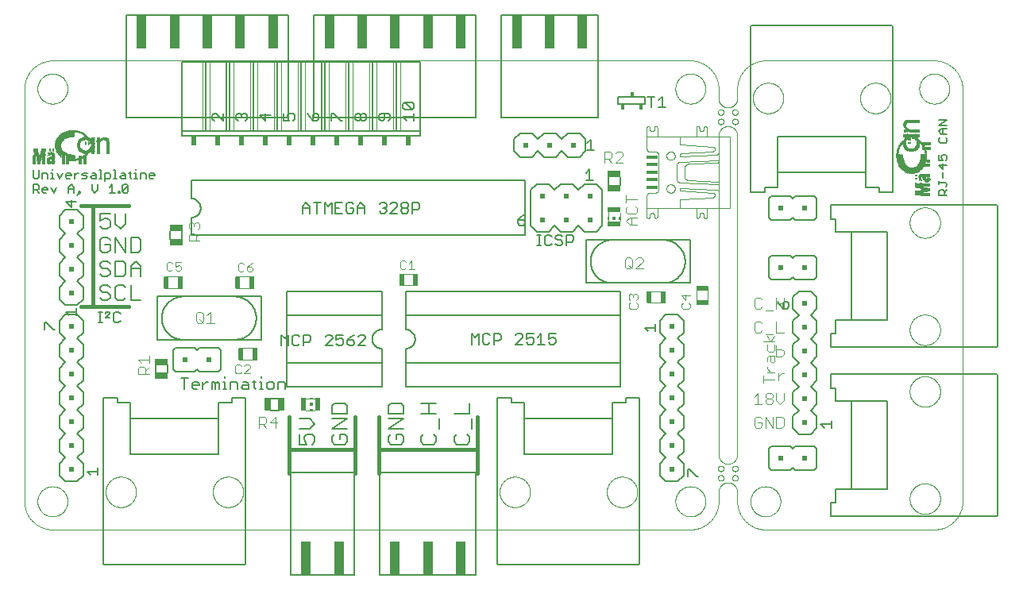
<source format=gto>
G75*
%MOIN*%
%OFA0B0*%
%FSLAX25Y25*%
%IPPOS*%
%LPD*%
%AMOC8*
5,1,8,0,0,1.08239X$1,22.5*
%
%ADD10C,0.00000*%
%ADD11C,0.00600*%
%ADD12C,0.01600*%
%ADD13C,0.00500*%
%ADD14R,0.00787X0.00157*%
%ADD15R,0.01260X0.00157*%
%ADD16R,0.01102X0.00157*%
%ADD17R,0.01417X0.00157*%
%ADD18R,0.01575X0.00157*%
%ADD19R,0.01732X0.00157*%
%ADD20R,0.01890X0.00157*%
%ADD21R,0.02520X0.00157*%
%ADD22R,0.04882X0.00157*%
%ADD23R,0.05197X0.00157*%
%ADD24R,0.05354X0.00157*%
%ADD25R,0.03307X0.00157*%
%ADD26R,0.02047X0.00157*%
%ADD27R,0.03780X0.00157*%
%ADD28R,0.02205X0.00157*%
%ADD29R,0.03150X0.00157*%
%ADD30R,0.00472X0.00157*%
%ADD31R,0.00157X0.00157*%
%ADD32R,0.02992X0.00157*%
%ADD33R,0.02835X0.00157*%
%ADD34R,0.02362X0.00157*%
%ADD35R,0.02677X0.00157*%
%ADD36R,0.00315X0.00157*%
%ADD37R,0.00630X0.00157*%
%ADD38R,0.00945X0.00157*%
%ADD39R,0.06614X0.00157*%
%ADD40R,0.06772X0.00157*%
%ADD41R,0.05512X0.00157*%
%ADD42R,0.04252X0.00157*%
%ADD43R,0.04094X0.00157*%
%ADD44R,0.03465X0.00157*%
%ADD45R,0.03937X0.00157*%
%ADD46R,0.06457X0.00157*%
%ADD47R,0.03622X0.00157*%
%ADD48R,0.04567X0.00157*%
%ADD49R,0.06929X0.00157*%
%ADD50R,0.06299X0.00157*%
%ADD51R,0.06142X0.00157*%
%ADD52R,0.05827X0.00157*%
%ADD53R,0.05669X0.00157*%
%ADD54R,0.05039X0.00157*%
%ADD55R,0.04724X0.00157*%
%ADD56R,0.04409X0.00157*%
%ADD57C,0.00400*%
%ADD58R,0.00157X0.00787*%
%ADD59R,0.00157X0.01260*%
%ADD60R,0.00157X0.01102*%
%ADD61R,0.00157X0.01417*%
%ADD62R,0.00157X0.01575*%
%ADD63R,0.00157X0.01732*%
%ADD64R,0.00157X0.01890*%
%ADD65R,0.00157X0.02520*%
%ADD66R,0.00157X0.04882*%
%ADD67R,0.00157X0.05197*%
%ADD68R,0.00157X0.05354*%
%ADD69R,0.00157X0.03307*%
%ADD70R,0.00157X0.02047*%
%ADD71R,0.00157X0.03780*%
%ADD72R,0.00157X0.02205*%
%ADD73R,0.00157X0.03150*%
%ADD74R,0.00157X0.00472*%
%ADD75R,0.00157X0.02992*%
%ADD76R,0.00157X0.02835*%
%ADD77R,0.00157X0.02362*%
%ADD78R,0.00157X0.02677*%
%ADD79R,0.00157X0.00315*%
%ADD80R,0.00157X0.00630*%
%ADD81R,0.00157X0.00945*%
%ADD82R,0.00157X0.06614*%
%ADD83R,0.00157X0.06772*%
%ADD84R,0.00157X0.05512*%
%ADD85R,0.00157X0.04252*%
%ADD86R,0.00157X0.04094*%
%ADD87R,0.00157X0.03465*%
%ADD88R,0.00157X0.03937*%
%ADD89R,0.00157X0.06457*%
%ADD90R,0.00157X0.03622*%
%ADD91R,0.00157X0.04567*%
%ADD92R,0.00157X0.06929*%
%ADD93R,0.00157X0.06299*%
%ADD94R,0.00157X0.06142*%
%ADD95R,0.00157X0.05827*%
%ADD96R,0.00157X0.05669*%
%ADD97R,0.00157X0.05039*%
%ADD98R,0.00157X0.04724*%
%ADD99R,0.00157X0.04409*%
%ADD100R,0.00591X0.01181*%
%ADD101R,0.01181X0.01181*%
%ADD102R,0.05315X0.02362*%
%ADD103R,0.01969X0.05118*%
%ADD104C,0.00300*%
%ADD105R,0.05118X0.01969*%
%ADD106C,0.00800*%
%ADD107R,0.02400X0.02400*%
%ADD108R,0.01181X0.00591*%
%ADD109R,0.02362X0.05315*%
%ADD110R,0.05512X0.02559*%
%ADD111R,0.02559X0.05512*%
%ADD112R,0.02000X0.02000*%
%ADD113R,0.01500X0.02000*%
%ADD114R,0.04134X0.14469*%
%ADD115R,0.05133X0.01324*%
%ADD116C,0.00200*%
%ADD117R,0.02000X0.04000*%
D10*
X0013611Y0020494D02*
X0281328Y0020494D01*
X0281328Y0020495D02*
X0281613Y0020498D01*
X0281899Y0020509D01*
X0282184Y0020526D01*
X0282468Y0020550D01*
X0282752Y0020581D01*
X0283035Y0020619D01*
X0283316Y0020664D01*
X0283597Y0020715D01*
X0283877Y0020773D01*
X0284155Y0020838D01*
X0284431Y0020910D01*
X0284705Y0020988D01*
X0284978Y0021073D01*
X0285248Y0021165D01*
X0285516Y0021263D01*
X0285782Y0021367D01*
X0286045Y0021478D01*
X0286305Y0021595D01*
X0286563Y0021718D01*
X0286817Y0021848D01*
X0287068Y0021984D01*
X0287316Y0022125D01*
X0287560Y0022273D01*
X0287801Y0022426D01*
X0288037Y0022586D01*
X0288270Y0022751D01*
X0288499Y0022921D01*
X0288724Y0023097D01*
X0288944Y0023279D01*
X0289160Y0023465D01*
X0289371Y0023657D01*
X0289578Y0023854D01*
X0289780Y0024056D01*
X0289977Y0024263D01*
X0290169Y0024474D01*
X0290355Y0024690D01*
X0290537Y0024910D01*
X0290713Y0025135D01*
X0290883Y0025364D01*
X0291048Y0025597D01*
X0291208Y0025833D01*
X0291361Y0026074D01*
X0291509Y0026318D01*
X0291650Y0026566D01*
X0291786Y0026817D01*
X0291916Y0027071D01*
X0292039Y0027329D01*
X0292156Y0027589D01*
X0292267Y0027852D01*
X0292371Y0028118D01*
X0292469Y0028386D01*
X0292561Y0028656D01*
X0292646Y0028929D01*
X0292724Y0029203D01*
X0292796Y0029479D01*
X0292861Y0029757D01*
X0292919Y0030037D01*
X0292970Y0030318D01*
X0293015Y0030599D01*
X0293053Y0030882D01*
X0293084Y0031166D01*
X0293108Y0031450D01*
X0293125Y0031735D01*
X0293136Y0032021D01*
X0293139Y0032306D01*
X0293139Y0036243D01*
X0297076Y0040180D02*
X0297200Y0040178D01*
X0297323Y0040172D01*
X0297447Y0040163D01*
X0297569Y0040149D01*
X0297692Y0040132D01*
X0297814Y0040110D01*
X0297935Y0040085D01*
X0298055Y0040056D01*
X0298174Y0040024D01*
X0298293Y0039987D01*
X0298410Y0039947D01*
X0298525Y0039904D01*
X0298640Y0039856D01*
X0298752Y0039805D01*
X0298863Y0039751D01*
X0298973Y0039693D01*
X0299080Y0039632D01*
X0299186Y0039567D01*
X0299289Y0039499D01*
X0299390Y0039428D01*
X0299489Y0039354D01*
X0299586Y0039277D01*
X0299680Y0039196D01*
X0299771Y0039113D01*
X0299860Y0039027D01*
X0299946Y0038938D01*
X0300029Y0038847D01*
X0300110Y0038753D01*
X0300187Y0038656D01*
X0300261Y0038557D01*
X0300332Y0038456D01*
X0300400Y0038353D01*
X0300465Y0038247D01*
X0300526Y0038140D01*
X0300584Y0038030D01*
X0300638Y0037919D01*
X0300689Y0037807D01*
X0300737Y0037692D01*
X0300780Y0037577D01*
X0300820Y0037460D01*
X0300857Y0037341D01*
X0300889Y0037222D01*
X0300918Y0037102D01*
X0300943Y0036981D01*
X0300965Y0036859D01*
X0300982Y0036736D01*
X0300996Y0036614D01*
X0301005Y0036490D01*
X0301011Y0036367D01*
X0301013Y0036243D01*
X0301013Y0032306D01*
X0297076Y0040180D02*
X0296952Y0040178D01*
X0296829Y0040172D01*
X0296705Y0040163D01*
X0296583Y0040149D01*
X0296460Y0040132D01*
X0296338Y0040110D01*
X0296217Y0040085D01*
X0296097Y0040056D01*
X0295978Y0040024D01*
X0295859Y0039987D01*
X0295742Y0039947D01*
X0295627Y0039904D01*
X0295512Y0039856D01*
X0295400Y0039805D01*
X0295289Y0039751D01*
X0295179Y0039693D01*
X0295072Y0039632D01*
X0294966Y0039567D01*
X0294863Y0039499D01*
X0294762Y0039428D01*
X0294663Y0039354D01*
X0294566Y0039277D01*
X0294472Y0039196D01*
X0294381Y0039113D01*
X0294292Y0039027D01*
X0294206Y0038938D01*
X0294123Y0038847D01*
X0294042Y0038753D01*
X0293965Y0038656D01*
X0293891Y0038557D01*
X0293820Y0038456D01*
X0293752Y0038353D01*
X0293687Y0038247D01*
X0293626Y0038140D01*
X0293568Y0038030D01*
X0293514Y0037919D01*
X0293463Y0037807D01*
X0293415Y0037692D01*
X0293372Y0037577D01*
X0293332Y0037460D01*
X0293295Y0037341D01*
X0293263Y0037222D01*
X0293234Y0037102D01*
X0293209Y0036981D01*
X0293187Y0036859D01*
X0293170Y0036736D01*
X0293156Y0036614D01*
X0293147Y0036490D01*
X0293141Y0036367D01*
X0293139Y0036243D01*
X0292942Y0042148D02*
X0292944Y0042217D01*
X0292950Y0042285D01*
X0292960Y0042353D01*
X0292974Y0042420D01*
X0292992Y0042487D01*
X0293013Y0042552D01*
X0293039Y0042616D01*
X0293068Y0042678D01*
X0293100Y0042738D01*
X0293136Y0042797D01*
X0293176Y0042853D01*
X0293218Y0042907D01*
X0293264Y0042958D01*
X0293313Y0043007D01*
X0293364Y0043053D01*
X0293418Y0043095D01*
X0293474Y0043135D01*
X0293532Y0043171D01*
X0293593Y0043203D01*
X0293655Y0043232D01*
X0293719Y0043258D01*
X0293784Y0043279D01*
X0293851Y0043297D01*
X0293918Y0043311D01*
X0293986Y0043321D01*
X0294054Y0043327D01*
X0294123Y0043329D01*
X0294192Y0043327D01*
X0294260Y0043321D01*
X0294328Y0043311D01*
X0294395Y0043297D01*
X0294462Y0043279D01*
X0294527Y0043258D01*
X0294591Y0043232D01*
X0294653Y0043203D01*
X0294713Y0043171D01*
X0294772Y0043135D01*
X0294828Y0043095D01*
X0294882Y0043053D01*
X0294933Y0043007D01*
X0294982Y0042958D01*
X0295028Y0042907D01*
X0295070Y0042853D01*
X0295110Y0042797D01*
X0295146Y0042738D01*
X0295178Y0042678D01*
X0295207Y0042616D01*
X0295233Y0042552D01*
X0295254Y0042487D01*
X0295272Y0042420D01*
X0295286Y0042353D01*
X0295296Y0042285D01*
X0295302Y0042217D01*
X0295304Y0042148D01*
X0295302Y0042079D01*
X0295296Y0042011D01*
X0295286Y0041943D01*
X0295272Y0041876D01*
X0295254Y0041809D01*
X0295233Y0041744D01*
X0295207Y0041680D01*
X0295178Y0041618D01*
X0295146Y0041557D01*
X0295110Y0041499D01*
X0295070Y0041443D01*
X0295028Y0041389D01*
X0294982Y0041338D01*
X0294933Y0041289D01*
X0294882Y0041243D01*
X0294828Y0041201D01*
X0294772Y0041161D01*
X0294714Y0041125D01*
X0294653Y0041093D01*
X0294591Y0041064D01*
X0294527Y0041038D01*
X0294462Y0041017D01*
X0294395Y0040999D01*
X0294328Y0040985D01*
X0294260Y0040975D01*
X0294192Y0040969D01*
X0294123Y0040967D01*
X0294054Y0040969D01*
X0293986Y0040975D01*
X0293918Y0040985D01*
X0293851Y0040999D01*
X0293784Y0041017D01*
X0293719Y0041038D01*
X0293655Y0041064D01*
X0293593Y0041093D01*
X0293532Y0041125D01*
X0293474Y0041161D01*
X0293418Y0041201D01*
X0293364Y0041243D01*
X0293313Y0041289D01*
X0293264Y0041338D01*
X0293218Y0041389D01*
X0293176Y0041443D01*
X0293136Y0041499D01*
X0293100Y0041557D01*
X0293068Y0041618D01*
X0293039Y0041680D01*
X0293013Y0041744D01*
X0292992Y0041809D01*
X0292974Y0041876D01*
X0292960Y0041943D01*
X0292950Y0042011D01*
X0292944Y0042079D01*
X0292942Y0042148D01*
X0298847Y0042148D02*
X0298849Y0042217D01*
X0298855Y0042285D01*
X0298865Y0042353D01*
X0298879Y0042420D01*
X0298897Y0042487D01*
X0298918Y0042552D01*
X0298944Y0042616D01*
X0298973Y0042678D01*
X0299005Y0042738D01*
X0299041Y0042797D01*
X0299081Y0042853D01*
X0299123Y0042907D01*
X0299169Y0042958D01*
X0299218Y0043007D01*
X0299269Y0043053D01*
X0299323Y0043095D01*
X0299379Y0043135D01*
X0299437Y0043171D01*
X0299498Y0043203D01*
X0299560Y0043232D01*
X0299624Y0043258D01*
X0299689Y0043279D01*
X0299756Y0043297D01*
X0299823Y0043311D01*
X0299891Y0043321D01*
X0299959Y0043327D01*
X0300028Y0043329D01*
X0300097Y0043327D01*
X0300165Y0043321D01*
X0300233Y0043311D01*
X0300300Y0043297D01*
X0300367Y0043279D01*
X0300432Y0043258D01*
X0300496Y0043232D01*
X0300558Y0043203D01*
X0300618Y0043171D01*
X0300677Y0043135D01*
X0300733Y0043095D01*
X0300787Y0043053D01*
X0300838Y0043007D01*
X0300887Y0042958D01*
X0300933Y0042907D01*
X0300975Y0042853D01*
X0301015Y0042797D01*
X0301051Y0042738D01*
X0301083Y0042678D01*
X0301112Y0042616D01*
X0301138Y0042552D01*
X0301159Y0042487D01*
X0301177Y0042420D01*
X0301191Y0042353D01*
X0301201Y0042285D01*
X0301207Y0042217D01*
X0301209Y0042148D01*
X0301207Y0042079D01*
X0301201Y0042011D01*
X0301191Y0041943D01*
X0301177Y0041876D01*
X0301159Y0041809D01*
X0301138Y0041744D01*
X0301112Y0041680D01*
X0301083Y0041618D01*
X0301051Y0041557D01*
X0301015Y0041499D01*
X0300975Y0041443D01*
X0300933Y0041389D01*
X0300887Y0041338D01*
X0300838Y0041289D01*
X0300787Y0041243D01*
X0300733Y0041201D01*
X0300677Y0041161D01*
X0300619Y0041125D01*
X0300558Y0041093D01*
X0300496Y0041064D01*
X0300432Y0041038D01*
X0300367Y0041017D01*
X0300300Y0040999D01*
X0300233Y0040985D01*
X0300165Y0040975D01*
X0300097Y0040969D01*
X0300028Y0040967D01*
X0299959Y0040969D01*
X0299891Y0040975D01*
X0299823Y0040985D01*
X0299756Y0040999D01*
X0299689Y0041017D01*
X0299624Y0041038D01*
X0299560Y0041064D01*
X0299498Y0041093D01*
X0299437Y0041125D01*
X0299379Y0041161D01*
X0299323Y0041201D01*
X0299269Y0041243D01*
X0299218Y0041289D01*
X0299169Y0041338D01*
X0299123Y0041389D01*
X0299081Y0041443D01*
X0299041Y0041499D01*
X0299005Y0041557D01*
X0298973Y0041618D01*
X0298944Y0041680D01*
X0298918Y0041744D01*
X0298897Y0041809D01*
X0298879Y0041876D01*
X0298865Y0041943D01*
X0298855Y0042011D01*
X0298849Y0042079D01*
X0298847Y0042148D01*
X0298847Y0046085D02*
X0298849Y0046154D01*
X0298855Y0046222D01*
X0298865Y0046290D01*
X0298879Y0046357D01*
X0298897Y0046424D01*
X0298918Y0046489D01*
X0298944Y0046553D01*
X0298973Y0046615D01*
X0299005Y0046675D01*
X0299041Y0046734D01*
X0299081Y0046790D01*
X0299123Y0046844D01*
X0299169Y0046895D01*
X0299218Y0046944D01*
X0299269Y0046990D01*
X0299323Y0047032D01*
X0299379Y0047072D01*
X0299437Y0047108D01*
X0299498Y0047140D01*
X0299560Y0047169D01*
X0299624Y0047195D01*
X0299689Y0047216D01*
X0299756Y0047234D01*
X0299823Y0047248D01*
X0299891Y0047258D01*
X0299959Y0047264D01*
X0300028Y0047266D01*
X0300097Y0047264D01*
X0300165Y0047258D01*
X0300233Y0047248D01*
X0300300Y0047234D01*
X0300367Y0047216D01*
X0300432Y0047195D01*
X0300496Y0047169D01*
X0300558Y0047140D01*
X0300618Y0047108D01*
X0300677Y0047072D01*
X0300733Y0047032D01*
X0300787Y0046990D01*
X0300838Y0046944D01*
X0300887Y0046895D01*
X0300933Y0046844D01*
X0300975Y0046790D01*
X0301015Y0046734D01*
X0301051Y0046675D01*
X0301083Y0046615D01*
X0301112Y0046553D01*
X0301138Y0046489D01*
X0301159Y0046424D01*
X0301177Y0046357D01*
X0301191Y0046290D01*
X0301201Y0046222D01*
X0301207Y0046154D01*
X0301209Y0046085D01*
X0301207Y0046016D01*
X0301201Y0045948D01*
X0301191Y0045880D01*
X0301177Y0045813D01*
X0301159Y0045746D01*
X0301138Y0045681D01*
X0301112Y0045617D01*
X0301083Y0045555D01*
X0301051Y0045494D01*
X0301015Y0045436D01*
X0300975Y0045380D01*
X0300933Y0045326D01*
X0300887Y0045275D01*
X0300838Y0045226D01*
X0300787Y0045180D01*
X0300733Y0045138D01*
X0300677Y0045098D01*
X0300619Y0045062D01*
X0300558Y0045030D01*
X0300496Y0045001D01*
X0300432Y0044975D01*
X0300367Y0044954D01*
X0300300Y0044936D01*
X0300233Y0044922D01*
X0300165Y0044912D01*
X0300097Y0044906D01*
X0300028Y0044904D01*
X0299959Y0044906D01*
X0299891Y0044912D01*
X0299823Y0044922D01*
X0299756Y0044936D01*
X0299689Y0044954D01*
X0299624Y0044975D01*
X0299560Y0045001D01*
X0299498Y0045030D01*
X0299437Y0045062D01*
X0299379Y0045098D01*
X0299323Y0045138D01*
X0299269Y0045180D01*
X0299218Y0045226D01*
X0299169Y0045275D01*
X0299123Y0045326D01*
X0299081Y0045380D01*
X0299041Y0045436D01*
X0299005Y0045494D01*
X0298973Y0045555D01*
X0298944Y0045617D01*
X0298918Y0045681D01*
X0298897Y0045746D01*
X0298879Y0045813D01*
X0298865Y0045880D01*
X0298855Y0045948D01*
X0298849Y0046016D01*
X0298847Y0046085D01*
X0292942Y0046085D02*
X0292944Y0046154D01*
X0292950Y0046222D01*
X0292960Y0046290D01*
X0292974Y0046357D01*
X0292992Y0046424D01*
X0293013Y0046489D01*
X0293039Y0046553D01*
X0293068Y0046615D01*
X0293100Y0046675D01*
X0293136Y0046734D01*
X0293176Y0046790D01*
X0293218Y0046844D01*
X0293264Y0046895D01*
X0293313Y0046944D01*
X0293364Y0046990D01*
X0293418Y0047032D01*
X0293474Y0047072D01*
X0293532Y0047108D01*
X0293593Y0047140D01*
X0293655Y0047169D01*
X0293719Y0047195D01*
X0293784Y0047216D01*
X0293851Y0047234D01*
X0293918Y0047248D01*
X0293986Y0047258D01*
X0294054Y0047264D01*
X0294123Y0047266D01*
X0294192Y0047264D01*
X0294260Y0047258D01*
X0294328Y0047248D01*
X0294395Y0047234D01*
X0294462Y0047216D01*
X0294527Y0047195D01*
X0294591Y0047169D01*
X0294653Y0047140D01*
X0294713Y0047108D01*
X0294772Y0047072D01*
X0294828Y0047032D01*
X0294882Y0046990D01*
X0294933Y0046944D01*
X0294982Y0046895D01*
X0295028Y0046844D01*
X0295070Y0046790D01*
X0295110Y0046734D01*
X0295146Y0046675D01*
X0295178Y0046615D01*
X0295207Y0046553D01*
X0295233Y0046489D01*
X0295254Y0046424D01*
X0295272Y0046357D01*
X0295286Y0046290D01*
X0295296Y0046222D01*
X0295302Y0046154D01*
X0295304Y0046085D01*
X0295302Y0046016D01*
X0295296Y0045948D01*
X0295286Y0045880D01*
X0295272Y0045813D01*
X0295254Y0045746D01*
X0295233Y0045681D01*
X0295207Y0045617D01*
X0295178Y0045555D01*
X0295146Y0045494D01*
X0295110Y0045436D01*
X0295070Y0045380D01*
X0295028Y0045326D01*
X0294982Y0045275D01*
X0294933Y0045226D01*
X0294882Y0045180D01*
X0294828Y0045138D01*
X0294772Y0045098D01*
X0294714Y0045062D01*
X0294653Y0045030D01*
X0294591Y0045001D01*
X0294527Y0044975D01*
X0294462Y0044954D01*
X0294395Y0044936D01*
X0294328Y0044922D01*
X0294260Y0044912D01*
X0294192Y0044906D01*
X0294123Y0044904D01*
X0294054Y0044906D01*
X0293986Y0044912D01*
X0293918Y0044922D01*
X0293851Y0044936D01*
X0293784Y0044954D01*
X0293719Y0044975D01*
X0293655Y0045001D01*
X0293593Y0045030D01*
X0293532Y0045062D01*
X0293474Y0045098D01*
X0293418Y0045138D01*
X0293364Y0045180D01*
X0293313Y0045226D01*
X0293264Y0045275D01*
X0293218Y0045326D01*
X0293176Y0045380D01*
X0293136Y0045436D01*
X0293100Y0045494D01*
X0293068Y0045555D01*
X0293039Y0045617D01*
X0293013Y0045681D01*
X0292992Y0045746D01*
X0292974Y0045813D01*
X0292960Y0045880D01*
X0292950Y0045948D01*
X0292944Y0046016D01*
X0292942Y0046085D01*
X0293139Y0051991D02*
X0293139Y0185849D01*
X0293141Y0185973D01*
X0293147Y0186096D01*
X0293156Y0186220D01*
X0293170Y0186342D01*
X0293187Y0186465D01*
X0293209Y0186587D01*
X0293234Y0186708D01*
X0293263Y0186828D01*
X0293295Y0186947D01*
X0293332Y0187066D01*
X0293372Y0187183D01*
X0293415Y0187298D01*
X0293463Y0187413D01*
X0293514Y0187525D01*
X0293568Y0187636D01*
X0293626Y0187746D01*
X0293687Y0187853D01*
X0293752Y0187959D01*
X0293820Y0188062D01*
X0293891Y0188163D01*
X0293965Y0188262D01*
X0294042Y0188359D01*
X0294123Y0188453D01*
X0294206Y0188544D01*
X0294292Y0188633D01*
X0294381Y0188719D01*
X0294472Y0188802D01*
X0294566Y0188883D01*
X0294663Y0188960D01*
X0294762Y0189034D01*
X0294863Y0189105D01*
X0294966Y0189173D01*
X0295072Y0189238D01*
X0295179Y0189299D01*
X0295289Y0189357D01*
X0295400Y0189411D01*
X0295512Y0189462D01*
X0295627Y0189510D01*
X0295742Y0189553D01*
X0295859Y0189593D01*
X0295978Y0189630D01*
X0296097Y0189662D01*
X0296217Y0189691D01*
X0296338Y0189716D01*
X0296460Y0189738D01*
X0296583Y0189755D01*
X0296705Y0189769D01*
X0296829Y0189778D01*
X0296952Y0189784D01*
X0297076Y0189786D01*
X0298847Y0191754D02*
X0298849Y0191823D01*
X0298855Y0191891D01*
X0298865Y0191959D01*
X0298879Y0192026D01*
X0298897Y0192093D01*
X0298918Y0192158D01*
X0298944Y0192222D01*
X0298973Y0192284D01*
X0299005Y0192344D01*
X0299041Y0192403D01*
X0299081Y0192459D01*
X0299123Y0192513D01*
X0299169Y0192564D01*
X0299218Y0192613D01*
X0299269Y0192659D01*
X0299323Y0192701D01*
X0299379Y0192741D01*
X0299437Y0192777D01*
X0299498Y0192809D01*
X0299560Y0192838D01*
X0299624Y0192864D01*
X0299689Y0192885D01*
X0299756Y0192903D01*
X0299823Y0192917D01*
X0299891Y0192927D01*
X0299959Y0192933D01*
X0300028Y0192935D01*
X0300097Y0192933D01*
X0300165Y0192927D01*
X0300233Y0192917D01*
X0300300Y0192903D01*
X0300367Y0192885D01*
X0300432Y0192864D01*
X0300496Y0192838D01*
X0300558Y0192809D01*
X0300618Y0192777D01*
X0300677Y0192741D01*
X0300733Y0192701D01*
X0300787Y0192659D01*
X0300838Y0192613D01*
X0300887Y0192564D01*
X0300933Y0192513D01*
X0300975Y0192459D01*
X0301015Y0192403D01*
X0301051Y0192344D01*
X0301083Y0192284D01*
X0301112Y0192222D01*
X0301138Y0192158D01*
X0301159Y0192093D01*
X0301177Y0192026D01*
X0301191Y0191959D01*
X0301201Y0191891D01*
X0301207Y0191823D01*
X0301209Y0191754D01*
X0301207Y0191685D01*
X0301201Y0191617D01*
X0301191Y0191549D01*
X0301177Y0191482D01*
X0301159Y0191415D01*
X0301138Y0191350D01*
X0301112Y0191286D01*
X0301083Y0191224D01*
X0301051Y0191163D01*
X0301015Y0191105D01*
X0300975Y0191049D01*
X0300933Y0190995D01*
X0300887Y0190944D01*
X0300838Y0190895D01*
X0300787Y0190849D01*
X0300733Y0190807D01*
X0300677Y0190767D01*
X0300619Y0190731D01*
X0300558Y0190699D01*
X0300496Y0190670D01*
X0300432Y0190644D01*
X0300367Y0190623D01*
X0300300Y0190605D01*
X0300233Y0190591D01*
X0300165Y0190581D01*
X0300097Y0190575D01*
X0300028Y0190573D01*
X0299959Y0190575D01*
X0299891Y0190581D01*
X0299823Y0190591D01*
X0299756Y0190605D01*
X0299689Y0190623D01*
X0299624Y0190644D01*
X0299560Y0190670D01*
X0299498Y0190699D01*
X0299437Y0190731D01*
X0299379Y0190767D01*
X0299323Y0190807D01*
X0299269Y0190849D01*
X0299218Y0190895D01*
X0299169Y0190944D01*
X0299123Y0190995D01*
X0299081Y0191049D01*
X0299041Y0191105D01*
X0299005Y0191163D01*
X0298973Y0191224D01*
X0298944Y0191286D01*
X0298918Y0191350D01*
X0298897Y0191415D01*
X0298879Y0191482D01*
X0298865Y0191549D01*
X0298855Y0191617D01*
X0298849Y0191685D01*
X0298847Y0191754D01*
X0292942Y0191754D02*
X0292944Y0191823D01*
X0292950Y0191891D01*
X0292960Y0191959D01*
X0292974Y0192026D01*
X0292992Y0192093D01*
X0293013Y0192158D01*
X0293039Y0192222D01*
X0293068Y0192284D01*
X0293100Y0192344D01*
X0293136Y0192403D01*
X0293176Y0192459D01*
X0293218Y0192513D01*
X0293264Y0192564D01*
X0293313Y0192613D01*
X0293364Y0192659D01*
X0293418Y0192701D01*
X0293474Y0192741D01*
X0293532Y0192777D01*
X0293593Y0192809D01*
X0293655Y0192838D01*
X0293719Y0192864D01*
X0293784Y0192885D01*
X0293851Y0192903D01*
X0293918Y0192917D01*
X0293986Y0192927D01*
X0294054Y0192933D01*
X0294123Y0192935D01*
X0294192Y0192933D01*
X0294260Y0192927D01*
X0294328Y0192917D01*
X0294395Y0192903D01*
X0294462Y0192885D01*
X0294527Y0192864D01*
X0294591Y0192838D01*
X0294653Y0192809D01*
X0294713Y0192777D01*
X0294772Y0192741D01*
X0294828Y0192701D01*
X0294882Y0192659D01*
X0294933Y0192613D01*
X0294982Y0192564D01*
X0295028Y0192513D01*
X0295070Y0192459D01*
X0295110Y0192403D01*
X0295146Y0192344D01*
X0295178Y0192284D01*
X0295207Y0192222D01*
X0295233Y0192158D01*
X0295254Y0192093D01*
X0295272Y0192026D01*
X0295286Y0191959D01*
X0295296Y0191891D01*
X0295302Y0191823D01*
X0295304Y0191754D01*
X0295302Y0191685D01*
X0295296Y0191617D01*
X0295286Y0191549D01*
X0295272Y0191482D01*
X0295254Y0191415D01*
X0295233Y0191350D01*
X0295207Y0191286D01*
X0295178Y0191224D01*
X0295146Y0191163D01*
X0295110Y0191105D01*
X0295070Y0191049D01*
X0295028Y0190995D01*
X0294982Y0190944D01*
X0294933Y0190895D01*
X0294882Y0190849D01*
X0294828Y0190807D01*
X0294772Y0190767D01*
X0294714Y0190731D01*
X0294653Y0190699D01*
X0294591Y0190670D01*
X0294527Y0190644D01*
X0294462Y0190623D01*
X0294395Y0190605D01*
X0294328Y0190591D01*
X0294260Y0190581D01*
X0294192Y0190575D01*
X0294123Y0190573D01*
X0294054Y0190575D01*
X0293986Y0190581D01*
X0293918Y0190591D01*
X0293851Y0190605D01*
X0293784Y0190623D01*
X0293719Y0190644D01*
X0293655Y0190670D01*
X0293593Y0190699D01*
X0293532Y0190731D01*
X0293474Y0190767D01*
X0293418Y0190807D01*
X0293364Y0190849D01*
X0293313Y0190895D01*
X0293264Y0190944D01*
X0293218Y0190995D01*
X0293176Y0191049D01*
X0293136Y0191105D01*
X0293100Y0191163D01*
X0293068Y0191224D01*
X0293039Y0191286D01*
X0293013Y0191350D01*
X0292992Y0191415D01*
X0292974Y0191482D01*
X0292960Y0191549D01*
X0292950Y0191617D01*
X0292944Y0191685D01*
X0292942Y0191754D01*
X0292942Y0195691D02*
X0292944Y0195760D01*
X0292950Y0195828D01*
X0292960Y0195896D01*
X0292974Y0195963D01*
X0292992Y0196030D01*
X0293013Y0196095D01*
X0293039Y0196159D01*
X0293068Y0196221D01*
X0293100Y0196281D01*
X0293136Y0196340D01*
X0293176Y0196396D01*
X0293218Y0196450D01*
X0293264Y0196501D01*
X0293313Y0196550D01*
X0293364Y0196596D01*
X0293418Y0196638D01*
X0293474Y0196678D01*
X0293532Y0196714D01*
X0293593Y0196746D01*
X0293655Y0196775D01*
X0293719Y0196801D01*
X0293784Y0196822D01*
X0293851Y0196840D01*
X0293918Y0196854D01*
X0293986Y0196864D01*
X0294054Y0196870D01*
X0294123Y0196872D01*
X0294192Y0196870D01*
X0294260Y0196864D01*
X0294328Y0196854D01*
X0294395Y0196840D01*
X0294462Y0196822D01*
X0294527Y0196801D01*
X0294591Y0196775D01*
X0294653Y0196746D01*
X0294713Y0196714D01*
X0294772Y0196678D01*
X0294828Y0196638D01*
X0294882Y0196596D01*
X0294933Y0196550D01*
X0294982Y0196501D01*
X0295028Y0196450D01*
X0295070Y0196396D01*
X0295110Y0196340D01*
X0295146Y0196281D01*
X0295178Y0196221D01*
X0295207Y0196159D01*
X0295233Y0196095D01*
X0295254Y0196030D01*
X0295272Y0195963D01*
X0295286Y0195896D01*
X0295296Y0195828D01*
X0295302Y0195760D01*
X0295304Y0195691D01*
X0295302Y0195622D01*
X0295296Y0195554D01*
X0295286Y0195486D01*
X0295272Y0195419D01*
X0295254Y0195352D01*
X0295233Y0195287D01*
X0295207Y0195223D01*
X0295178Y0195161D01*
X0295146Y0195100D01*
X0295110Y0195042D01*
X0295070Y0194986D01*
X0295028Y0194932D01*
X0294982Y0194881D01*
X0294933Y0194832D01*
X0294882Y0194786D01*
X0294828Y0194744D01*
X0294772Y0194704D01*
X0294714Y0194668D01*
X0294653Y0194636D01*
X0294591Y0194607D01*
X0294527Y0194581D01*
X0294462Y0194560D01*
X0294395Y0194542D01*
X0294328Y0194528D01*
X0294260Y0194518D01*
X0294192Y0194512D01*
X0294123Y0194510D01*
X0294054Y0194512D01*
X0293986Y0194518D01*
X0293918Y0194528D01*
X0293851Y0194542D01*
X0293784Y0194560D01*
X0293719Y0194581D01*
X0293655Y0194607D01*
X0293593Y0194636D01*
X0293532Y0194668D01*
X0293474Y0194704D01*
X0293418Y0194744D01*
X0293364Y0194786D01*
X0293313Y0194832D01*
X0293264Y0194881D01*
X0293218Y0194932D01*
X0293176Y0194986D01*
X0293136Y0195042D01*
X0293100Y0195100D01*
X0293068Y0195161D01*
X0293039Y0195223D01*
X0293013Y0195287D01*
X0292992Y0195352D01*
X0292974Y0195419D01*
X0292960Y0195486D01*
X0292950Y0195554D01*
X0292944Y0195622D01*
X0292942Y0195691D01*
X0298847Y0195691D02*
X0298849Y0195760D01*
X0298855Y0195828D01*
X0298865Y0195896D01*
X0298879Y0195963D01*
X0298897Y0196030D01*
X0298918Y0196095D01*
X0298944Y0196159D01*
X0298973Y0196221D01*
X0299005Y0196281D01*
X0299041Y0196340D01*
X0299081Y0196396D01*
X0299123Y0196450D01*
X0299169Y0196501D01*
X0299218Y0196550D01*
X0299269Y0196596D01*
X0299323Y0196638D01*
X0299379Y0196678D01*
X0299437Y0196714D01*
X0299498Y0196746D01*
X0299560Y0196775D01*
X0299624Y0196801D01*
X0299689Y0196822D01*
X0299756Y0196840D01*
X0299823Y0196854D01*
X0299891Y0196864D01*
X0299959Y0196870D01*
X0300028Y0196872D01*
X0300097Y0196870D01*
X0300165Y0196864D01*
X0300233Y0196854D01*
X0300300Y0196840D01*
X0300367Y0196822D01*
X0300432Y0196801D01*
X0300496Y0196775D01*
X0300558Y0196746D01*
X0300618Y0196714D01*
X0300677Y0196678D01*
X0300733Y0196638D01*
X0300787Y0196596D01*
X0300838Y0196550D01*
X0300887Y0196501D01*
X0300933Y0196450D01*
X0300975Y0196396D01*
X0301015Y0196340D01*
X0301051Y0196281D01*
X0301083Y0196221D01*
X0301112Y0196159D01*
X0301138Y0196095D01*
X0301159Y0196030D01*
X0301177Y0195963D01*
X0301191Y0195896D01*
X0301201Y0195828D01*
X0301207Y0195760D01*
X0301209Y0195691D01*
X0301207Y0195622D01*
X0301201Y0195554D01*
X0301191Y0195486D01*
X0301177Y0195419D01*
X0301159Y0195352D01*
X0301138Y0195287D01*
X0301112Y0195223D01*
X0301083Y0195161D01*
X0301051Y0195100D01*
X0301015Y0195042D01*
X0300975Y0194986D01*
X0300933Y0194932D01*
X0300887Y0194881D01*
X0300838Y0194832D01*
X0300787Y0194786D01*
X0300733Y0194744D01*
X0300677Y0194704D01*
X0300619Y0194668D01*
X0300558Y0194636D01*
X0300496Y0194607D01*
X0300432Y0194581D01*
X0300367Y0194560D01*
X0300300Y0194542D01*
X0300233Y0194528D01*
X0300165Y0194518D01*
X0300097Y0194512D01*
X0300028Y0194510D01*
X0299959Y0194512D01*
X0299891Y0194518D01*
X0299823Y0194528D01*
X0299756Y0194542D01*
X0299689Y0194560D01*
X0299624Y0194581D01*
X0299560Y0194607D01*
X0299498Y0194636D01*
X0299437Y0194668D01*
X0299379Y0194704D01*
X0299323Y0194744D01*
X0299269Y0194786D01*
X0299218Y0194832D01*
X0299169Y0194881D01*
X0299123Y0194932D01*
X0299081Y0194986D01*
X0299041Y0195042D01*
X0299005Y0195100D01*
X0298973Y0195161D01*
X0298944Y0195223D01*
X0298918Y0195287D01*
X0298897Y0195352D01*
X0298879Y0195419D01*
X0298865Y0195486D01*
X0298855Y0195554D01*
X0298849Y0195622D01*
X0298847Y0195691D01*
X0297076Y0197660D02*
X0297200Y0197662D01*
X0297323Y0197668D01*
X0297447Y0197677D01*
X0297569Y0197691D01*
X0297692Y0197708D01*
X0297814Y0197730D01*
X0297935Y0197755D01*
X0298055Y0197784D01*
X0298174Y0197816D01*
X0298293Y0197853D01*
X0298410Y0197893D01*
X0298525Y0197936D01*
X0298640Y0197984D01*
X0298752Y0198035D01*
X0298863Y0198089D01*
X0298973Y0198147D01*
X0299080Y0198208D01*
X0299186Y0198273D01*
X0299289Y0198341D01*
X0299390Y0198412D01*
X0299489Y0198486D01*
X0299586Y0198563D01*
X0299680Y0198644D01*
X0299771Y0198727D01*
X0299860Y0198813D01*
X0299946Y0198902D01*
X0300029Y0198993D01*
X0300110Y0199087D01*
X0300187Y0199184D01*
X0300261Y0199283D01*
X0300332Y0199384D01*
X0300400Y0199487D01*
X0300465Y0199593D01*
X0300526Y0199700D01*
X0300584Y0199810D01*
X0300638Y0199921D01*
X0300689Y0200033D01*
X0300737Y0200148D01*
X0300780Y0200263D01*
X0300820Y0200380D01*
X0300857Y0200499D01*
X0300889Y0200618D01*
X0300918Y0200738D01*
X0300943Y0200859D01*
X0300965Y0200981D01*
X0300982Y0201104D01*
X0300996Y0201226D01*
X0301005Y0201350D01*
X0301011Y0201473D01*
X0301013Y0201597D01*
X0301013Y0205534D01*
X0293139Y0201597D02*
X0293141Y0201473D01*
X0293147Y0201350D01*
X0293156Y0201226D01*
X0293170Y0201104D01*
X0293187Y0200981D01*
X0293209Y0200859D01*
X0293234Y0200738D01*
X0293263Y0200618D01*
X0293295Y0200499D01*
X0293332Y0200380D01*
X0293372Y0200263D01*
X0293415Y0200148D01*
X0293463Y0200033D01*
X0293514Y0199921D01*
X0293568Y0199810D01*
X0293626Y0199700D01*
X0293687Y0199593D01*
X0293752Y0199487D01*
X0293820Y0199384D01*
X0293891Y0199283D01*
X0293965Y0199184D01*
X0294042Y0199087D01*
X0294123Y0198993D01*
X0294206Y0198902D01*
X0294292Y0198813D01*
X0294381Y0198727D01*
X0294472Y0198644D01*
X0294566Y0198563D01*
X0294663Y0198486D01*
X0294762Y0198412D01*
X0294863Y0198341D01*
X0294966Y0198273D01*
X0295072Y0198208D01*
X0295179Y0198147D01*
X0295289Y0198089D01*
X0295400Y0198035D01*
X0295512Y0197984D01*
X0295627Y0197936D01*
X0295742Y0197893D01*
X0295859Y0197853D01*
X0295978Y0197816D01*
X0296097Y0197784D01*
X0296217Y0197755D01*
X0296338Y0197730D01*
X0296460Y0197708D01*
X0296583Y0197691D01*
X0296705Y0197677D01*
X0296829Y0197668D01*
X0296952Y0197662D01*
X0297076Y0197660D01*
X0293139Y0201597D02*
X0293139Y0205534D01*
X0293136Y0205819D01*
X0293125Y0206105D01*
X0293108Y0206390D01*
X0293084Y0206674D01*
X0293053Y0206958D01*
X0293015Y0207241D01*
X0292970Y0207522D01*
X0292919Y0207803D01*
X0292861Y0208083D01*
X0292796Y0208361D01*
X0292724Y0208637D01*
X0292646Y0208911D01*
X0292561Y0209184D01*
X0292469Y0209454D01*
X0292371Y0209722D01*
X0292267Y0209988D01*
X0292156Y0210251D01*
X0292039Y0210511D01*
X0291916Y0210769D01*
X0291786Y0211023D01*
X0291650Y0211274D01*
X0291509Y0211522D01*
X0291361Y0211766D01*
X0291208Y0212007D01*
X0291048Y0212243D01*
X0290883Y0212476D01*
X0290713Y0212705D01*
X0290537Y0212930D01*
X0290355Y0213150D01*
X0290169Y0213366D01*
X0289977Y0213577D01*
X0289780Y0213784D01*
X0289578Y0213986D01*
X0289371Y0214183D01*
X0289160Y0214375D01*
X0288944Y0214561D01*
X0288724Y0214743D01*
X0288499Y0214919D01*
X0288270Y0215089D01*
X0288037Y0215254D01*
X0287801Y0215414D01*
X0287560Y0215567D01*
X0287316Y0215715D01*
X0287068Y0215856D01*
X0286817Y0215992D01*
X0286563Y0216122D01*
X0286305Y0216245D01*
X0286045Y0216362D01*
X0285782Y0216473D01*
X0285516Y0216577D01*
X0285248Y0216675D01*
X0284978Y0216767D01*
X0284705Y0216852D01*
X0284431Y0216930D01*
X0284155Y0217002D01*
X0283877Y0217067D01*
X0283597Y0217125D01*
X0283316Y0217176D01*
X0283035Y0217221D01*
X0282752Y0217259D01*
X0282468Y0217290D01*
X0282184Y0217314D01*
X0281899Y0217331D01*
X0281613Y0217342D01*
X0281328Y0217345D01*
X0013611Y0217345D01*
X0013326Y0217342D01*
X0013040Y0217331D01*
X0012755Y0217314D01*
X0012471Y0217290D01*
X0012187Y0217259D01*
X0011904Y0217221D01*
X0011623Y0217176D01*
X0011342Y0217125D01*
X0011062Y0217067D01*
X0010784Y0217002D01*
X0010508Y0216930D01*
X0010234Y0216852D01*
X0009961Y0216767D01*
X0009691Y0216675D01*
X0009423Y0216577D01*
X0009157Y0216473D01*
X0008894Y0216362D01*
X0008634Y0216245D01*
X0008376Y0216122D01*
X0008122Y0215992D01*
X0007871Y0215856D01*
X0007623Y0215715D01*
X0007379Y0215567D01*
X0007138Y0215414D01*
X0006902Y0215254D01*
X0006669Y0215089D01*
X0006440Y0214919D01*
X0006215Y0214743D01*
X0005995Y0214561D01*
X0005779Y0214375D01*
X0005568Y0214183D01*
X0005361Y0213986D01*
X0005159Y0213784D01*
X0004962Y0213577D01*
X0004770Y0213366D01*
X0004584Y0213150D01*
X0004402Y0212930D01*
X0004226Y0212705D01*
X0004056Y0212476D01*
X0003891Y0212243D01*
X0003731Y0212007D01*
X0003578Y0211766D01*
X0003430Y0211522D01*
X0003289Y0211274D01*
X0003153Y0211023D01*
X0003023Y0210769D01*
X0002900Y0210511D01*
X0002783Y0210251D01*
X0002672Y0209988D01*
X0002568Y0209722D01*
X0002470Y0209454D01*
X0002378Y0209184D01*
X0002293Y0208911D01*
X0002215Y0208637D01*
X0002143Y0208361D01*
X0002078Y0208083D01*
X0002020Y0207803D01*
X0001969Y0207522D01*
X0001924Y0207241D01*
X0001886Y0206958D01*
X0001855Y0206674D01*
X0001831Y0206390D01*
X0001814Y0206105D01*
X0001803Y0205819D01*
X0001800Y0205534D01*
X0001800Y0032306D01*
X0001803Y0032021D01*
X0001814Y0031735D01*
X0001831Y0031450D01*
X0001855Y0031166D01*
X0001886Y0030882D01*
X0001924Y0030599D01*
X0001969Y0030318D01*
X0002020Y0030037D01*
X0002078Y0029757D01*
X0002143Y0029479D01*
X0002215Y0029203D01*
X0002293Y0028929D01*
X0002378Y0028656D01*
X0002470Y0028386D01*
X0002568Y0028118D01*
X0002672Y0027852D01*
X0002783Y0027589D01*
X0002900Y0027329D01*
X0003023Y0027071D01*
X0003153Y0026817D01*
X0003289Y0026566D01*
X0003430Y0026318D01*
X0003578Y0026074D01*
X0003731Y0025833D01*
X0003891Y0025597D01*
X0004056Y0025364D01*
X0004226Y0025135D01*
X0004402Y0024910D01*
X0004584Y0024690D01*
X0004770Y0024474D01*
X0004962Y0024263D01*
X0005159Y0024056D01*
X0005361Y0023854D01*
X0005568Y0023657D01*
X0005779Y0023465D01*
X0005995Y0023279D01*
X0006215Y0023097D01*
X0006440Y0022921D01*
X0006669Y0022751D01*
X0006902Y0022586D01*
X0007138Y0022426D01*
X0007379Y0022273D01*
X0007623Y0022125D01*
X0007871Y0021984D01*
X0008122Y0021848D01*
X0008376Y0021718D01*
X0008634Y0021595D01*
X0008894Y0021478D01*
X0009157Y0021367D01*
X0009423Y0021263D01*
X0009691Y0021165D01*
X0009961Y0021073D01*
X0010234Y0020988D01*
X0010508Y0020910D01*
X0010784Y0020838D01*
X0011062Y0020773D01*
X0011342Y0020715D01*
X0011623Y0020664D01*
X0011904Y0020619D01*
X0012187Y0020581D01*
X0012471Y0020550D01*
X0012755Y0020526D01*
X0013040Y0020509D01*
X0013326Y0020498D01*
X0013611Y0020495D01*
X0007312Y0032306D02*
X0007314Y0032464D01*
X0007320Y0032622D01*
X0007330Y0032780D01*
X0007344Y0032938D01*
X0007362Y0033095D01*
X0007383Y0033252D01*
X0007409Y0033408D01*
X0007439Y0033564D01*
X0007472Y0033719D01*
X0007510Y0033872D01*
X0007551Y0034025D01*
X0007596Y0034177D01*
X0007645Y0034328D01*
X0007698Y0034477D01*
X0007754Y0034625D01*
X0007814Y0034771D01*
X0007878Y0034916D01*
X0007946Y0035059D01*
X0008017Y0035201D01*
X0008091Y0035341D01*
X0008169Y0035478D01*
X0008251Y0035614D01*
X0008335Y0035748D01*
X0008424Y0035879D01*
X0008515Y0036008D01*
X0008610Y0036135D01*
X0008707Y0036260D01*
X0008808Y0036382D01*
X0008912Y0036501D01*
X0009019Y0036618D01*
X0009129Y0036732D01*
X0009242Y0036843D01*
X0009357Y0036952D01*
X0009475Y0037057D01*
X0009596Y0037159D01*
X0009719Y0037259D01*
X0009845Y0037355D01*
X0009973Y0037448D01*
X0010103Y0037538D01*
X0010236Y0037624D01*
X0010371Y0037708D01*
X0010507Y0037787D01*
X0010646Y0037864D01*
X0010787Y0037936D01*
X0010929Y0038006D01*
X0011073Y0038071D01*
X0011219Y0038133D01*
X0011366Y0038191D01*
X0011515Y0038246D01*
X0011665Y0038297D01*
X0011816Y0038344D01*
X0011968Y0038387D01*
X0012121Y0038426D01*
X0012276Y0038462D01*
X0012431Y0038493D01*
X0012587Y0038521D01*
X0012743Y0038545D01*
X0012900Y0038565D01*
X0013058Y0038581D01*
X0013215Y0038593D01*
X0013374Y0038601D01*
X0013532Y0038605D01*
X0013690Y0038605D01*
X0013848Y0038601D01*
X0014007Y0038593D01*
X0014164Y0038581D01*
X0014322Y0038565D01*
X0014479Y0038545D01*
X0014635Y0038521D01*
X0014791Y0038493D01*
X0014946Y0038462D01*
X0015101Y0038426D01*
X0015254Y0038387D01*
X0015406Y0038344D01*
X0015557Y0038297D01*
X0015707Y0038246D01*
X0015856Y0038191D01*
X0016003Y0038133D01*
X0016149Y0038071D01*
X0016293Y0038006D01*
X0016435Y0037936D01*
X0016576Y0037864D01*
X0016715Y0037787D01*
X0016851Y0037708D01*
X0016986Y0037624D01*
X0017119Y0037538D01*
X0017249Y0037448D01*
X0017377Y0037355D01*
X0017503Y0037259D01*
X0017626Y0037159D01*
X0017747Y0037057D01*
X0017865Y0036952D01*
X0017980Y0036843D01*
X0018093Y0036732D01*
X0018203Y0036618D01*
X0018310Y0036501D01*
X0018414Y0036382D01*
X0018515Y0036260D01*
X0018612Y0036135D01*
X0018707Y0036008D01*
X0018798Y0035879D01*
X0018887Y0035748D01*
X0018971Y0035614D01*
X0019053Y0035478D01*
X0019131Y0035341D01*
X0019205Y0035201D01*
X0019276Y0035059D01*
X0019344Y0034916D01*
X0019408Y0034771D01*
X0019468Y0034625D01*
X0019524Y0034477D01*
X0019577Y0034328D01*
X0019626Y0034177D01*
X0019671Y0034025D01*
X0019712Y0033872D01*
X0019750Y0033719D01*
X0019783Y0033564D01*
X0019813Y0033408D01*
X0019839Y0033252D01*
X0019860Y0033095D01*
X0019878Y0032938D01*
X0019892Y0032780D01*
X0019902Y0032622D01*
X0019908Y0032464D01*
X0019910Y0032306D01*
X0019908Y0032148D01*
X0019902Y0031990D01*
X0019892Y0031832D01*
X0019878Y0031674D01*
X0019860Y0031517D01*
X0019839Y0031360D01*
X0019813Y0031204D01*
X0019783Y0031048D01*
X0019750Y0030893D01*
X0019712Y0030740D01*
X0019671Y0030587D01*
X0019626Y0030435D01*
X0019577Y0030284D01*
X0019524Y0030135D01*
X0019468Y0029987D01*
X0019408Y0029841D01*
X0019344Y0029696D01*
X0019276Y0029553D01*
X0019205Y0029411D01*
X0019131Y0029271D01*
X0019053Y0029134D01*
X0018971Y0028998D01*
X0018887Y0028864D01*
X0018798Y0028733D01*
X0018707Y0028604D01*
X0018612Y0028477D01*
X0018515Y0028352D01*
X0018414Y0028230D01*
X0018310Y0028111D01*
X0018203Y0027994D01*
X0018093Y0027880D01*
X0017980Y0027769D01*
X0017865Y0027660D01*
X0017747Y0027555D01*
X0017626Y0027453D01*
X0017503Y0027353D01*
X0017377Y0027257D01*
X0017249Y0027164D01*
X0017119Y0027074D01*
X0016986Y0026988D01*
X0016851Y0026904D01*
X0016715Y0026825D01*
X0016576Y0026748D01*
X0016435Y0026676D01*
X0016293Y0026606D01*
X0016149Y0026541D01*
X0016003Y0026479D01*
X0015856Y0026421D01*
X0015707Y0026366D01*
X0015557Y0026315D01*
X0015406Y0026268D01*
X0015254Y0026225D01*
X0015101Y0026186D01*
X0014946Y0026150D01*
X0014791Y0026119D01*
X0014635Y0026091D01*
X0014479Y0026067D01*
X0014322Y0026047D01*
X0014164Y0026031D01*
X0014007Y0026019D01*
X0013848Y0026011D01*
X0013690Y0026007D01*
X0013532Y0026007D01*
X0013374Y0026011D01*
X0013215Y0026019D01*
X0013058Y0026031D01*
X0012900Y0026047D01*
X0012743Y0026067D01*
X0012587Y0026091D01*
X0012431Y0026119D01*
X0012276Y0026150D01*
X0012121Y0026186D01*
X0011968Y0026225D01*
X0011816Y0026268D01*
X0011665Y0026315D01*
X0011515Y0026366D01*
X0011366Y0026421D01*
X0011219Y0026479D01*
X0011073Y0026541D01*
X0010929Y0026606D01*
X0010787Y0026676D01*
X0010646Y0026748D01*
X0010507Y0026825D01*
X0010371Y0026904D01*
X0010236Y0026988D01*
X0010103Y0027074D01*
X0009973Y0027164D01*
X0009845Y0027257D01*
X0009719Y0027353D01*
X0009596Y0027453D01*
X0009475Y0027555D01*
X0009357Y0027660D01*
X0009242Y0027769D01*
X0009129Y0027880D01*
X0009019Y0027994D01*
X0008912Y0028111D01*
X0008808Y0028230D01*
X0008707Y0028352D01*
X0008610Y0028477D01*
X0008515Y0028604D01*
X0008424Y0028733D01*
X0008335Y0028864D01*
X0008251Y0028998D01*
X0008169Y0029134D01*
X0008091Y0029271D01*
X0008017Y0029411D01*
X0007946Y0029553D01*
X0007878Y0029696D01*
X0007814Y0029841D01*
X0007754Y0029987D01*
X0007698Y0030135D01*
X0007645Y0030284D01*
X0007596Y0030435D01*
X0007551Y0030587D01*
X0007510Y0030740D01*
X0007472Y0030893D01*
X0007439Y0031048D01*
X0007409Y0031204D01*
X0007383Y0031360D01*
X0007362Y0031517D01*
X0007344Y0031674D01*
X0007330Y0031832D01*
X0007320Y0031990D01*
X0007314Y0032148D01*
X0007312Y0032306D01*
X0035892Y0036243D02*
X0035894Y0036403D01*
X0035900Y0036562D01*
X0035910Y0036721D01*
X0035924Y0036880D01*
X0035942Y0037039D01*
X0035963Y0037197D01*
X0035989Y0037354D01*
X0036019Y0037511D01*
X0036052Y0037667D01*
X0036090Y0037822D01*
X0036131Y0037976D01*
X0036176Y0038129D01*
X0036225Y0038281D01*
X0036278Y0038432D01*
X0036334Y0038581D01*
X0036395Y0038729D01*
X0036458Y0038875D01*
X0036526Y0039020D01*
X0036597Y0039163D01*
X0036671Y0039304D01*
X0036749Y0039443D01*
X0036831Y0039580D01*
X0036916Y0039715D01*
X0037004Y0039848D01*
X0037096Y0039979D01*
X0037190Y0040107D01*
X0037288Y0040233D01*
X0037389Y0040357D01*
X0037493Y0040478D01*
X0037600Y0040596D01*
X0037710Y0040712D01*
X0037823Y0040825D01*
X0037939Y0040935D01*
X0038057Y0041042D01*
X0038178Y0041146D01*
X0038302Y0041247D01*
X0038428Y0041345D01*
X0038556Y0041439D01*
X0038687Y0041531D01*
X0038820Y0041619D01*
X0038955Y0041704D01*
X0039092Y0041786D01*
X0039231Y0041864D01*
X0039372Y0041938D01*
X0039515Y0042009D01*
X0039660Y0042077D01*
X0039806Y0042140D01*
X0039954Y0042201D01*
X0040103Y0042257D01*
X0040254Y0042310D01*
X0040406Y0042359D01*
X0040559Y0042404D01*
X0040713Y0042445D01*
X0040868Y0042483D01*
X0041024Y0042516D01*
X0041181Y0042546D01*
X0041338Y0042572D01*
X0041496Y0042593D01*
X0041655Y0042611D01*
X0041814Y0042625D01*
X0041973Y0042635D01*
X0042132Y0042641D01*
X0042292Y0042643D01*
X0042452Y0042641D01*
X0042611Y0042635D01*
X0042770Y0042625D01*
X0042929Y0042611D01*
X0043088Y0042593D01*
X0043246Y0042572D01*
X0043403Y0042546D01*
X0043560Y0042516D01*
X0043716Y0042483D01*
X0043871Y0042445D01*
X0044025Y0042404D01*
X0044178Y0042359D01*
X0044330Y0042310D01*
X0044481Y0042257D01*
X0044630Y0042201D01*
X0044778Y0042140D01*
X0044924Y0042077D01*
X0045069Y0042009D01*
X0045212Y0041938D01*
X0045353Y0041864D01*
X0045492Y0041786D01*
X0045629Y0041704D01*
X0045764Y0041619D01*
X0045897Y0041531D01*
X0046028Y0041439D01*
X0046156Y0041345D01*
X0046282Y0041247D01*
X0046406Y0041146D01*
X0046527Y0041042D01*
X0046645Y0040935D01*
X0046761Y0040825D01*
X0046874Y0040712D01*
X0046984Y0040596D01*
X0047091Y0040478D01*
X0047195Y0040357D01*
X0047296Y0040233D01*
X0047394Y0040107D01*
X0047488Y0039979D01*
X0047580Y0039848D01*
X0047668Y0039715D01*
X0047753Y0039580D01*
X0047835Y0039443D01*
X0047913Y0039304D01*
X0047987Y0039163D01*
X0048058Y0039020D01*
X0048126Y0038875D01*
X0048189Y0038729D01*
X0048250Y0038581D01*
X0048306Y0038432D01*
X0048359Y0038281D01*
X0048408Y0038129D01*
X0048453Y0037976D01*
X0048494Y0037822D01*
X0048532Y0037667D01*
X0048565Y0037511D01*
X0048595Y0037354D01*
X0048621Y0037197D01*
X0048642Y0037039D01*
X0048660Y0036880D01*
X0048674Y0036721D01*
X0048684Y0036562D01*
X0048690Y0036403D01*
X0048692Y0036243D01*
X0048690Y0036083D01*
X0048684Y0035924D01*
X0048674Y0035765D01*
X0048660Y0035606D01*
X0048642Y0035447D01*
X0048621Y0035289D01*
X0048595Y0035132D01*
X0048565Y0034975D01*
X0048532Y0034819D01*
X0048494Y0034664D01*
X0048453Y0034510D01*
X0048408Y0034357D01*
X0048359Y0034205D01*
X0048306Y0034054D01*
X0048250Y0033905D01*
X0048189Y0033757D01*
X0048126Y0033611D01*
X0048058Y0033466D01*
X0047987Y0033323D01*
X0047913Y0033182D01*
X0047835Y0033043D01*
X0047753Y0032906D01*
X0047668Y0032771D01*
X0047580Y0032638D01*
X0047488Y0032507D01*
X0047394Y0032379D01*
X0047296Y0032253D01*
X0047195Y0032129D01*
X0047091Y0032008D01*
X0046984Y0031890D01*
X0046874Y0031774D01*
X0046761Y0031661D01*
X0046645Y0031551D01*
X0046527Y0031444D01*
X0046406Y0031340D01*
X0046282Y0031239D01*
X0046156Y0031141D01*
X0046028Y0031047D01*
X0045897Y0030955D01*
X0045764Y0030867D01*
X0045629Y0030782D01*
X0045492Y0030700D01*
X0045353Y0030622D01*
X0045212Y0030548D01*
X0045069Y0030477D01*
X0044924Y0030409D01*
X0044778Y0030346D01*
X0044630Y0030285D01*
X0044481Y0030229D01*
X0044330Y0030176D01*
X0044178Y0030127D01*
X0044025Y0030082D01*
X0043871Y0030041D01*
X0043716Y0030003D01*
X0043560Y0029970D01*
X0043403Y0029940D01*
X0043246Y0029914D01*
X0043088Y0029893D01*
X0042929Y0029875D01*
X0042770Y0029861D01*
X0042611Y0029851D01*
X0042452Y0029845D01*
X0042292Y0029843D01*
X0042132Y0029845D01*
X0041973Y0029851D01*
X0041814Y0029861D01*
X0041655Y0029875D01*
X0041496Y0029893D01*
X0041338Y0029914D01*
X0041181Y0029940D01*
X0041024Y0029970D01*
X0040868Y0030003D01*
X0040713Y0030041D01*
X0040559Y0030082D01*
X0040406Y0030127D01*
X0040254Y0030176D01*
X0040103Y0030229D01*
X0039954Y0030285D01*
X0039806Y0030346D01*
X0039660Y0030409D01*
X0039515Y0030477D01*
X0039372Y0030548D01*
X0039231Y0030622D01*
X0039092Y0030700D01*
X0038955Y0030782D01*
X0038820Y0030867D01*
X0038687Y0030955D01*
X0038556Y0031047D01*
X0038428Y0031141D01*
X0038302Y0031239D01*
X0038178Y0031340D01*
X0038057Y0031444D01*
X0037939Y0031551D01*
X0037823Y0031661D01*
X0037710Y0031774D01*
X0037600Y0031890D01*
X0037493Y0032008D01*
X0037389Y0032129D01*
X0037288Y0032253D01*
X0037190Y0032379D01*
X0037096Y0032507D01*
X0037004Y0032638D01*
X0036916Y0032771D01*
X0036831Y0032906D01*
X0036749Y0033043D01*
X0036671Y0033182D01*
X0036597Y0033323D01*
X0036526Y0033466D01*
X0036458Y0033611D01*
X0036395Y0033757D01*
X0036334Y0033905D01*
X0036278Y0034054D01*
X0036225Y0034205D01*
X0036176Y0034357D01*
X0036131Y0034510D01*
X0036090Y0034664D01*
X0036052Y0034819D01*
X0036019Y0034975D01*
X0035989Y0035132D01*
X0035963Y0035289D01*
X0035942Y0035447D01*
X0035924Y0035606D01*
X0035910Y0035765D01*
X0035900Y0035924D01*
X0035894Y0036083D01*
X0035892Y0036243D01*
X0080892Y0036243D02*
X0080894Y0036403D01*
X0080900Y0036562D01*
X0080910Y0036721D01*
X0080924Y0036880D01*
X0080942Y0037039D01*
X0080963Y0037197D01*
X0080989Y0037354D01*
X0081019Y0037511D01*
X0081052Y0037667D01*
X0081090Y0037822D01*
X0081131Y0037976D01*
X0081176Y0038129D01*
X0081225Y0038281D01*
X0081278Y0038432D01*
X0081334Y0038581D01*
X0081395Y0038729D01*
X0081458Y0038875D01*
X0081526Y0039020D01*
X0081597Y0039163D01*
X0081671Y0039304D01*
X0081749Y0039443D01*
X0081831Y0039580D01*
X0081916Y0039715D01*
X0082004Y0039848D01*
X0082096Y0039979D01*
X0082190Y0040107D01*
X0082288Y0040233D01*
X0082389Y0040357D01*
X0082493Y0040478D01*
X0082600Y0040596D01*
X0082710Y0040712D01*
X0082823Y0040825D01*
X0082939Y0040935D01*
X0083057Y0041042D01*
X0083178Y0041146D01*
X0083302Y0041247D01*
X0083428Y0041345D01*
X0083556Y0041439D01*
X0083687Y0041531D01*
X0083820Y0041619D01*
X0083955Y0041704D01*
X0084092Y0041786D01*
X0084231Y0041864D01*
X0084372Y0041938D01*
X0084515Y0042009D01*
X0084660Y0042077D01*
X0084806Y0042140D01*
X0084954Y0042201D01*
X0085103Y0042257D01*
X0085254Y0042310D01*
X0085406Y0042359D01*
X0085559Y0042404D01*
X0085713Y0042445D01*
X0085868Y0042483D01*
X0086024Y0042516D01*
X0086181Y0042546D01*
X0086338Y0042572D01*
X0086496Y0042593D01*
X0086655Y0042611D01*
X0086814Y0042625D01*
X0086973Y0042635D01*
X0087132Y0042641D01*
X0087292Y0042643D01*
X0087452Y0042641D01*
X0087611Y0042635D01*
X0087770Y0042625D01*
X0087929Y0042611D01*
X0088088Y0042593D01*
X0088246Y0042572D01*
X0088403Y0042546D01*
X0088560Y0042516D01*
X0088716Y0042483D01*
X0088871Y0042445D01*
X0089025Y0042404D01*
X0089178Y0042359D01*
X0089330Y0042310D01*
X0089481Y0042257D01*
X0089630Y0042201D01*
X0089778Y0042140D01*
X0089924Y0042077D01*
X0090069Y0042009D01*
X0090212Y0041938D01*
X0090353Y0041864D01*
X0090492Y0041786D01*
X0090629Y0041704D01*
X0090764Y0041619D01*
X0090897Y0041531D01*
X0091028Y0041439D01*
X0091156Y0041345D01*
X0091282Y0041247D01*
X0091406Y0041146D01*
X0091527Y0041042D01*
X0091645Y0040935D01*
X0091761Y0040825D01*
X0091874Y0040712D01*
X0091984Y0040596D01*
X0092091Y0040478D01*
X0092195Y0040357D01*
X0092296Y0040233D01*
X0092394Y0040107D01*
X0092488Y0039979D01*
X0092580Y0039848D01*
X0092668Y0039715D01*
X0092753Y0039580D01*
X0092835Y0039443D01*
X0092913Y0039304D01*
X0092987Y0039163D01*
X0093058Y0039020D01*
X0093126Y0038875D01*
X0093189Y0038729D01*
X0093250Y0038581D01*
X0093306Y0038432D01*
X0093359Y0038281D01*
X0093408Y0038129D01*
X0093453Y0037976D01*
X0093494Y0037822D01*
X0093532Y0037667D01*
X0093565Y0037511D01*
X0093595Y0037354D01*
X0093621Y0037197D01*
X0093642Y0037039D01*
X0093660Y0036880D01*
X0093674Y0036721D01*
X0093684Y0036562D01*
X0093690Y0036403D01*
X0093692Y0036243D01*
X0093690Y0036083D01*
X0093684Y0035924D01*
X0093674Y0035765D01*
X0093660Y0035606D01*
X0093642Y0035447D01*
X0093621Y0035289D01*
X0093595Y0035132D01*
X0093565Y0034975D01*
X0093532Y0034819D01*
X0093494Y0034664D01*
X0093453Y0034510D01*
X0093408Y0034357D01*
X0093359Y0034205D01*
X0093306Y0034054D01*
X0093250Y0033905D01*
X0093189Y0033757D01*
X0093126Y0033611D01*
X0093058Y0033466D01*
X0092987Y0033323D01*
X0092913Y0033182D01*
X0092835Y0033043D01*
X0092753Y0032906D01*
X0092668Y0032771D01*
X0092580Y0032638D01*
X0092488Y0032507D01*
X0092394Y0032379D01*
X0092296Y0032253D01*
X0092195Y0032129D01*
X0092091Y0032008D01*
X0091984Y0031890D01*
X0091874Y0031774D01*
X0091761Y0031661D01*
X0091645Y0031551D01*
X0091527Y0031444D01*
X0091406Y0031340D01*
X0091282Y0031239D01*
X0091156Y0031141D01*
X0091028Y0031047D01*
X0090897Y0030955D01*
X0090764Y0030867D01*
X0090629Y0030782D01*
X0090492Y0030700D01*
X0090353Y0030622D01*
X0090212Y0030548D01*
X0090069Y0030477D01*
X0089924Y0030409D01*
X0089778Y0030346D01*
X0089630Y0030285D01*
X0089481Y0030229D01*
X0089330Y0030176D01*
X0089178Y0030127D01*
X0089025Y0030082D01*
X0088871Y0030041D01*
X0088716Y0030003D01*
X0088560Y0029970D01*
X0088403Y0029940D01*
X0088246Y0029914D01*
X0088088Y0029893D01*
X0087929Y0029875D01*
X0087770Y0029861D01*
X0087611Y0029851D01*
X0087452Y0029845D01*
X0087292Y0029843D01*
X0087132Y0029845D01*
X0086973Y0029851D01*
X0086814Y0029861D01*
X0086655Y0029875D01*
X0086496Y0029893D01*
X0086338Y0029914D01*
X0086181Y0029940D01*
X0086024Y0029970D01*
X0085868Y0030003D01*
X0085713Y0030041D01*
X0085559Y0030082D01*
X0085406Y0030127D01*
X0085254Y0030176D01*
X0085103Y0030229D01*
X0084954Y0030285D01*
X0084806Y0030346D01*
X0084660Y0030409D01*
X0084515Y0030477D01*
X0084372Y0030548D01*
X0084231Y0030622D01*
X0084092Y0030700D01*
X0083955Y0030782D01*
X0083820Y0030867D01*
X0083687Y0030955D01*
X0083556Y0031047D01*
X0083428Y0031141D01*
X0083302Y0031239D01*
X0083178Y0031340D01*
X0083057Y0031444D01*
X0082939Y0031551D01*
X0082823Y0031661D01*
X0082710Y0031774D01*
X0082600Y0031890D01*
X0082493Y0032008D01*
X0082389Y0032129D01*
X0082288Y0032253D01*
X0082190Y0032379D01*
X0082096Y0032507D01*
X0082004Y0032638D01*
X0081916Y0032771D01*
X0081831Y0032906D01*
X0081749Y0033043D01*
X0081671Y0033182D01*
X0081597Y0033323D01*
X0081526Y0033466D01*
X0081458Y0033611D01*
X0081395Y0033757D01*
X0081334Y0033905D01*
X0081278Y0034054D01*
X0081225Y0034205D01*
X0081176Y0034357D01*
X0081131Y0034510D01*
X0081090Y0034664D01*
X0081052Y0034819D01*
X0081019Y0034975D01*
X0080989Y0035132D01*
X0080963Y0035289D01*
X0080942Y0035447D01*
X0080924Y0035606D01*
X0080910Y0035765D01*
X0080900Y0035924D01*
X0080894Y0036083D01*
X0080892Y0036243D01*
X0201246Y0036243D02*
X0201248Y0036403D01*
X0201254Y0036562D01*
X0201264Y0036721D01*
X0201278Y0036880D01*
X0201296Y0037039D01*
X0201317Y0037197D01*
X0201343Y0037354D01*
X0201373Y0037511D01*
X0201406Y0037667D01*
X0201444Y0037822D01*
X0201485Y0037976D01*
X0201530Y0038129D01*
X0201579Y0038281D01*
X0201632Y0038432D01*
X0201688Y0038581D01*
X0201749Y0038729D01*
X0201812Y0038875D01*
X0201880Y0039020D01*
X0201951Y0039163D01*
X0202025Y0039304D01*
X0202103Y0039443D01*
X0202185Y0039580D01*
X0202270Y0039715D01*
X0202358Y0039848D01*
X0202450Y0039979D01*
X0202544Y0040107D01*
X0202642Y0040233D01*
X0202743Y0040357D01*
X0202847Y0040478D01*
X0202954Y0040596D01*
X0203064Y0040712D01*
X0203177Y0040825D01*
X0203293Y0040935D01*
X0203411Y0041042D01*
X0203532Y0041146D01*
X0203656Y0041247D01*
X0203782Y0041345D01*
X0203910Y0041439D01*
X0204041Y0041531D01*
X0204174Y0041619D01*
X0204309Y0041704D01*
X0204446Y0041786D01*
X0204585Y0041864D01*
X0204726Y0041938D01*
X0204869Y0042009D01*
X0205014Y0042077D01*
X0205160Y0042140D01*
X0205308Y0042201D01*
X0205457Y0042257D01*
X0205608Y0042310D01*
X0205760Y0042359D01*
X0205913Y0042404D01*
X0206067Y0042445D01*
X0206222Y0042483D01*
X0206378Y0042516D01*
X0206535Y0042546D01*
X0206692Y0042572D01*
X0206850Y0042593D01*
X0207009Y0042611D01*
X0207168Y0042625D01*
X0207327Y0042635D01*
X0207486Y0042641D01*
X0207646Y0042643D01*
X0207806Y0042641D01*
X0207965Y0042635D01*
X0208124Y0042625D01*
X0208283Y0042611D01*
X0208442Y0042593D01*
X0208600Y0042572D01*
X0208757Y0042546D01*
X0208914Y0042516D01*
X0209070Y0042483D01*
X0209225Y0042445D01*
X0209379Y0042404D01*
X0209532Y0042359D01*
X0209684Y0042310D01*
X0209835Y0042257D01*
X0209984Y0042201D01*
X0210132Y0042140D01*
X0210278Y0042077D01*
X0210423Y0042009D01*
X0210566Y0041938D01*
X0210707Y0041864D01*
X0210846Y0041786D01*
X0210983Y0041704D01*
X0211118Y0041619D01*
X0211251Y0041531D01*
X0211382Y0041439D01*
X0211510Y0041345D01*
X0211636Y0041247D01*
X0211760Y0041146D01*
X0211881Y0041042D01*
X0211999Y0040935D01*
X0212115Y0040825D01*
X0212228Y0040712D01*
X0212338Y0040596D01*
X0212445Y0040478D01*
X0212549Y0040357D01*
X0212650Y0040233D01*
X0212748Y0040107D01*
X0212842Y0039979D01*
X0212934Y0039848D01*
X0213022Y0039715D01*
X0213107Y0039580D01*
X0213189Y0039443D01*
X0213267Y0039304D01*
X0213341Y0039163D01*
X0213412Y0039020D01*
X0213480Y0038875D01*
X0213543Y0038729D01*
X0213604Y0038581D01*
X0213660Y0038432D01*
X0213713Y0038281D01*
X0213762Y0038129D01*
X0213807Y0037976D01*
X0213848Y0037822D01*
X0213886Y0037667D01*
X0213919Y0037511D01*
X0213949Y0037354D01*
X0213975Y0037197D01*
X0213996Y0037039D01*
X0214014Y0036880D01*
X0214028Y0036721D01*
X0214038Y0036562D01*
X0214044Y0036403D01*
X0214046Y0036243D01*
X0214044Y0036083D01*
X0214038Y0035924D01*
X0214028Y0035765D01*
X0214014Y0035606D01*
X0213996Y0035447D01*
X0213975Y0035289D01*
X0213949Y0035132D01*
X0213919Y0034975D01*
X0213886Y0034819D01*
X0213848Y0034664D01*
X0213807Y0034510D01*
X0213762Y0034357D01*
X0213713Y0034205D01*
X0213660Y0034054D01*
X0213604Y0033905D01*
X0213543Y0033757D01*
X0213480Y0033611D01*
X0213412Y0033466D01*
X0213341Y0033323D01*
X0213267Y0033182D01*
X0213189Y0033043D01*
X0213107Y0032906D01*
X0213022Y0032771D01*
X0212934Y0032638D01*
X0212842Y0032507D01*
X0212748Y0032379D01*
X0212650Y0032253D01*
X0212549Y0032129D01*
X0212445Y0032008D01*
X0212338Y0031890D01*
X0212228Y0031774D01*
X0212115Y0031661D01*
X0211999Y0031551D01*
X0211881Y0031444D01*
X0211760Y0031340D01*
X0211636Y0031239D01*
X0211510Y0031141D01*
X0211382Y0031047D01*
X0211251Y0030955D01*
X0211118Y0030867D01*
X0210983Y0030782D01*
X0210846Y0030700D01*
X0210707Y0030622D01*
X0210566Y0030548D01*
X0210423Y0030477D01*
X0210278Y0030409D01*
X0210132Y0030346D01*
X0209984Y0030285D01*
X0209835Y0030229D01*
X0209684Y0030176D01*
X0209532Y0030127D01*
X0209379Y0030082D01*
X0209225Y0030041D01*
X0209070Y0030003D01*
X0208914Y0029970D01*
X0208757Y0029940D01*
X0208600Y0029914D01*
X0208442Y0029893D01*
X0208283Y0029875D01*
X0208124Y0029861D01*
X0207965Y0029851D01*
X0207806Y0029845D01*
X0207646Y0029843D01*
X0207486Y0029845D01*
X0207327Y0029851D01*
X0207168Y0029861D01*
X0207009Y0029875D01*
X0206850Y0029893D01*
X0206692Y0029914D01*
X0206535Y0029940D01*
X0206378Y0029970D01*
X0206222Y0030003D01*
X0206067Y0030041D01*
X0205913Y0030082D01*
X0205760Y0030127D01*
X0205608Y0030176D01*
X0205457Y0030229D01*
X0205308Y0030285D01*
X0205160Y0030346D01*
X0205014Y0030409D01*
X0204869Y0030477D01*
X0204726Y0030548D01*
X0204585Y0030622D01*
X0204446Y0030700D01*
X0204309Y0030782D01*
X0204174Y0030867D01*
X0204041Y0030955D01*
X0203910Y0031047D01*
X0203782Y0031141D01*
X0203656Y0031239D01*
X0203532Y0031340D01*
X0203411Y0031444D01*
X0203293Y0031551D01*
X0203177Y0031661D01*
X0203064Y0031774D01*
X0202954Y0031890D01*
X0202847Y0032008D01*
X0202743Y0032129D01*
X0202642Y0032253D01*
X0202544Y0032379D01*
X0202450Y0032507D01*
X0202358Y0032638D01*
X0202270Y0032771D01*
X0202185Y0032906D01*
X0202103Y0033043D01*
X0202025Y0033182D01*
X0201951Y0033323D01*
X0201880Y0033466D01*
X0201812Y0033611D01*
X0201749Y0033757D01*
X0201688Y0033905D01*
X0201632Y0034054D01*
X0201579Y0034205D01*
X0201530Y0034357D01*
X0201485Y0034510D01*
X0201444Y0034664D01*
X0201406Y0034819D01*
X0201373Y0034975D01*
X0201343Y0035132D01*
X0201317Y0035289D01*
X0201296Y0035447D01*
X0201278Y0035606D01*
X0201264Y0035765D01*
X0201254Y0035924D01*
X0201248Y0036083D01*
X0201246Y0036243D01*
X0246246Y0036243D02*
X0246248Y0036403D01*
X0246254Y0036562D01*
X0246264Y0036721D01*
X0246278Y0036880D01*
X0246296Y0037039D01*
X0246317Y0037197D01*
X0246343Y0037354D01*
X0246373Y0037511D01*
X0246406Y0037667D01*
X0246444Y0037822D01*
X0246485Y0037976D01*
X0246530Y0038129D01*
X0246579Y0038281D01*
X0246632Y0038432D01*
X0246688Y0038581D01*
X0246749Y0038729D01*
X0246812Y0038875D01*
X0246880Y0039020D01*
X0246951Y0039163D01*
X0247025Y0039304D01*
X0247103Y0039443D01*
X0247185Y0039580D01*
X0247270Y0039715D01*
X0247358Y0039848D01*
X0247450Y0039979D01*
X0247544Y0040107D01*
X0247642Y0040233D01*
X0247743Y0040357D01*
X0247847Y0040478D01*
X0247954Y0040596D01*
X0248064Y0040712D01*
X0248177Y0040825D01*
X0248293Y0040935D01*
X0248411Y0041042D01*
X0248532Y0041146D01*
X0248656Y0041247D01*
X0248782Y0041345D01*
X0248910Y0041439D01*
X0249041Y0041531D01*
X0249174Y0041619D01*
X0249309Y0041704D01*
X0249446Y0041786D01*
X0249585Y0041864D01*
X0249726Y0041938D01*
X0249869Y0042009D01*
X0250014Y0042077D01*
X0250160Y0042140D01*
X0250308Y0042201D01*
X0250457Y0042257D01*
X0250608Y0042310D01*
X0250760Y0042359D01*
X0250913Y0042404D01*
X0251067Y0042445D01*
X0251222Y0042483D01*
X0251378Y0042516D01*
X0251535Y0042546D01*
X0251692Y0042572D01*
X0251850Y0042593D01*
X0252009Y0042611D01*
X0252168Y0042625D01*
X0252327Y0042635D01*
X0252486Y0042641D01*
X0252646Y0042643D01*
X0252806Y0042641D01*
X0252965Y0042635D01*
X0253124Y0042625D01*
X0253283Y0042611D01*
X0253442Y0042593D01*
X0253600Y0042572D01*
X0253757Y0042546D01*
X0253914Y0042516D01*
X0254070Y0042483D01*
X0254225Y0042445D01*
X0254379Y0042404D01*
X0254532Y0042359D01*
X0254684Y0042310D01*
X0254835Y0042257D01*
X0254984Y0042201D01*
X0255132Y0042140D01*
X0255278Y0042077D01*
X0255423Y0042009D01*
X0255566Y0041938D01*
X0255707Y0041864D01*
X0255846Y0041786D01*
X0255983Y0041704D01*
X0256118Y0041619D01*
X0256251Y0041531D01*
X0256382Y0041439D01*
X0256510Y0041345D01*
X0256636Y0041247D01*
X0256760Y0041146D01*
X0256881Y0041042D01*
X0256999Y0040935D01*
X0257115Y0040825D01*
X0257228Y0040712D01*
X0257338Y0040596D01*
X0257445Y0040478D01*
X0257549Y0040357D01*
X0257650Y0040233D01*
X0257748Y0040107D01*
X0257842Y0039979D01*
X0257934Y0039848D01*
X0258022Y0039715D01*
X0258107Y0039580D01*
X0258189Y0039443D01*
X0258267Y0039304D01*
X0258341Y0039163D01*
X0258412Y0039020D01*
X0258480Y0038875D01*
X0258543Y0038729D01*
X0258604Y0038581D01*
X0258660Y0038432D01*
X0258713Y0038281D01*
X0258762Y0038129D01*
X0258807Y0037976D01*
X0258848Y0037822D01*
X0258886Y0037667D01*
X0258919Y0037511D01*
X0258949Y0037354D01*
X0258975Y0037197D01*
X0258996Y0037039D01*
X0259014Y0036880D01*
X0259028Y0036721D01*
X0259038Y0036562D01*
X0259044Y0036403D01*
X0259046Y0036243D01*
X0259044Y0036083D01*
X0259038Y0035924D01*
X0259028Y0035765D01*
X0259014Y0035606D01*
X0258996Y0035447D01*
X0258975Y0035289D01*
X0258949Y0035132D01*
X0258919Y0034975D01*
X0258886Y0034819D01*
X0258848Y0034664D01*
X0258807Y0034510D01*
X0258762Y0034357D01*
X0258713Y0034205D01*
X0258660Y0034054D01*
X0258604Y0033905D01*
X0258543Y0033757D01*
X0258480Y0033611D01*
X0258412Y0033466D01*
X0258341Y0033323D01*
X0258267Y0033182D01*
X0258189Y0033043D01*
X0258107Y0032906D01*
X0258022Y0032771D01*
X0257934Y0032638D01*
X0257842Y0032507D01*
X0257748Y0032379D01*
X0257650Y0032253D01*
X0257549Y0032129D01*
X0257445Y0032008D01*
X0257338Y0031890D01*
X0257228Y0031774D01*
X0257115Y0031661D01*
X0256999Y0031551D01*
X0256881Y0031444D01*
X0256760Y0031340D01*
X0256636Y0031239D01*
X0256510Y0031141D01*
X0256382Y0031047D01*
X0256251Y0030955D01*
X0256118Y0030867D01*
X0255983Y0030782D01*
X0255846Y0030700D01*
X0255707Y0030622D01*
X0255566Y0030548D01*
X0255423Y0030477D01*
X0255278Y0030409D01*
X0255132Y0030346D01*
X0254984Y0030285D01*
X0254835Y0030229D01*
X0254684Y0030176D01*
X0254532Y0030127D01*
X0254379Y0030082D01*
X0254225Y0030041D01*
X0254070Y0030003D01*
X0253914Y0029970D01*
X0253757Y0029940D01*
X0253600Y0029914D01*
X0253442Y0029893D01*
X0253283Y0029875D01*
X0253124Y0029861D01*
X0252965Y0029851D01*
X0252806Y0029845D01*
X0252646Y0029843D01*
X0252486Y0029845D01*
X0252327Y0029851D01*
X0252168Y0029861D01*
X0252009Y0029875D01*
X0251850Y0029893D01*
X0251692Y0029914D01*
X0251535Y0029940D01*
X0251378Y0029970D01*
X0251222Y0030003D01*
X0251067Y0030041D01*
X0250913Y0030082D01*
X0250760Y0030127D01*
X0250608Y0030176D01*
X0250457Y0030229D01*
X0250308Y0030285D01*
X0250160Y0030346D01*
X0250014Y0030409D01*
X0249869Y0030477D01*
X0249726Y0030548D01*
X0249585Y0030622D01*
X0249446Y0030700D01*
X0249309Y0030782D01*
X0249174Y0030867D01*
X0249041Y0030955D01*
X0248910Y0031047D01*
X0248782Y0031141D01*
X0248656Y0031239D01*
X0248532Y0031340D01*
X0248411Y0031444D01*
X0248293Y0031551D01*
X0248177Y0031661D01*
X0248064Y0031774D01*
X0247954Y0031890D01*
X0247847Y0032008D01*
X0247743Y0032129D01*
X0247642Y0032253D01*
X0247544Y0032379D01*
X0247450Y0032507D01*
X0247358Y0032638D01*
X0247270Y0032771D01*
X0247185Y0032906D01*
X0247103Y0033043D01*
X0247025Y0033182D01*
X0246951Y0033323D01*
X0246880Y0033466D01*
X0246812Y0033611D01*
X0246749Y0033757D01*
X0246688Y0033905D01*
X0246632Y0034054D01*
X0246579Y0034205D01*
X0246530Y0034357D01*
X0246485Y0034510D01*
X0246444Y0034664D01*
X0246406Y0034819D01*
X0246373Y0034975D01*
X0246343Y0035132D01*
X0246317Y0035289D01*
X0246296Y0035447D01*
X0246278Y0035606D01*
X0246264Y0035765D01*
X0246254Y0035924D01*
X0246248Y0036083D01*
X0246246Y0036243D01*
X0275029Y0032306D02*
X0275031Y0032464D01*
X0275037Y0032622D01*
X0275047Y0032780D01*
X0275061Y0032938D01*
X0275079Y0033095D01*
X0275100Y0033252D01*
X0275126Y0033408D01*
X0275156Y0033564D01*
X0275189Y0033719D01*
X0275227Y0033872D01*
X0275268Y0034025D01*
X0275313Y0034177D01*
X0275362Y0034328D01*
X0275415Y0034477D01*
X0275471Y0034625D01*
X0275531Y0034771D01*
X0275595Y0034916D01*
X0275663Y0035059D01*
X0275734Y0035201D01*
X0275808Y0035341D01*
X0275886Y0035478D01*
X0275968Y0035614D01*
X0276052Y0035748D01*
X0276141Y0035879D01*
X0276232Y0036008D01*
X0276327Y0036135D01*
X0276424Y0036260D01*
X0276525Y0036382D01*
X0276629Y0036501D01*
X0276736Y0036618D01*
X0276846Y0036732D01*
X0276959Y0036843D01*
X0277074Y0036952D01*
X0277192Y0037057D01*
X0277313Y0037159D01*
X0277436Y0037259D01*
X0277562Y0037355D01*
X0277690Y0037448D01*
X0277820Y0037538D01*
X0277953Y0037624D01*
X0278088Y0037708D01*
X0278224Y0037787D01*
X0278363Y0037864D01*
X0278504Y0037936D01*
X0278646Y0038006D01*
X0278790Y0038071D01*
X0278936Y0038133D01*
X0279083Y0038191D01*
X0279232Y0038246D01*
X0279382Y0038297D01*
X0279533Y0038344D01*
X0279685Y0038387D01*
X0279838Y0038426D01*
X0279993Y0038462D01*
X0280148Y0038493D01*
X0280304Y0038521D01*
X0280460Y0038545D01*
X0280617Y0038565D01*
X0280775Y0038581D01*
X0280932Y0038593D01*
X0281091Y0038601D01*
X0281249Y0038605D01*
X0281407Y0038605D01*
X0281565Y0038601D01*
X0281724Y0038593D01*
X0281881Y0038581D01*
X0282039Y0038565D01*
X0282196Y0038545D01*
X0282352Y0038521D01*
X0282508Y0038493D01*
X0282663Y0038462D01*
X0282818Y0038426D01*
X0282971Y0038387D01*
X0283123Y0038344D01*
X0283274Y0038297D01*
X0283424Y0038246D01*
X0283573Y0038191D01*
X0283720Y0038133D01*
X0283866Y0038071D01*
X0284010Y0038006D01*
X0284152Y0037936D01*
X0284293Y0037864D01*
X0284432Y0037787D01*
X0284568Y0037708D01*
X0284703Y0037624D01*
X0284836Y0037538D01*
X0284966Y0037448D01*
X0285094Y0037355D01*
X0285220Y0037259D01*
X0285343Y0037159D01*
X0285464Y0037057D01*
X0285582Y0036952D01*
X0285697Y0036843D01*
X0285810Y0036732D01*
X0285920Y0036618D01*
X0286027Y0036501D01*
X0286131Y0036382D01*
X0286232Y0036260D01*
X0286329Y0036135D01*
X0286424Y0036008D01*
X0286515Y0035879D01*
X0286604Y0035748D01*
X0286688Y0035614D01*
X0286770Y0035478D01*
X0286848Y0035341D01*
X0286922Y0035201D01*
X0286993Y0035059D01*
X0287061Y0034916D01*
X0287125Y0034771D01*
X0287185Y0034625D01*
X0287241Y0034477D01*
X0287294Y0034328D01*
X0287343Y0034177D01*
X0287388Y0034025D01*
X0287429Y0033872D01*
X0287467Y0033719D01*
X0287500Y0033564D01*
X0287530Y0033408D01*
X0287556Y0033252D01*
X0287577Y0033095D01*
X0287595Y0032938D01*
X0287609Y0032780D01*
X0287619Y0032622D01*
X0287625Y0032464D01*
X0287627Y0032306D01*
X0287625Y0032148D01*
X0287619Y0031990D01*
X0287609Y0031832D01*
X0287595Y0031674D01*
X0287577Y0031517D01*
X0287556Y0031360D01*
X0287530Y0031204D01*
X0287500Y0031048D01*
X0287467Y0030893D01*
X0287429Y0030740D01*
X0287388Y0030587D01*
X0287343Y0030435D01*
X0287294Y0030284D01*
X0287241Y0030135D01*
X0287185Y0029987D01*
X0287125Y0029841D01*
X0287061Y0029696D01*
X0286993Y0029553D01*
X0286922Y0029411D01*
X0286848Y0029271D01*
X0286770Y0029134D01*
X0286688Y0028998D01*
X0286604Y0028864D01*
X0286515Y0028733D01*
X0286424Y0028604D01*
X0286329Y0028477D01*
X0286232Y0028352D01*
X0286131Y0028230D01*
X0286027Y0028111D01*
X0285920Y0027994D01*
X0285810Y0027880D01*
X0285697Y0027769D01*
X0285582Y0027660D01*
X0285464Y0027555D01*
X0285343Y0027453D01*
X0285220Y0027353D01*
X0285094Y0027257D01*
X0284966Y0027164D01*
X0284836Y0027074D01*
X0284703Y0026988D01*
X0284568Y0026904D01*
X0284432Y0026825D01*
X0284293Y0026748D01*
X0284152Y0026676D01*
X0284010Y0026606D01*
X0283866Y0026541D01*
X0283720Y0026479D01*
X0283573Y0026421D01*
X0283424Y0026366D01*
X0283274Y0026315D01*
X0283123Y0026268D01*
X0282971Y0026225D01*
X0282818Y0026186D01*
X0282663Y0026150D01*
X0282508Y0026119D01*
X0282352Y0026091D01*
X0282196Y0026067D01*
X0282039Y0026047D01*
X0281881Y0026031D01*
X0281724Y0026019D01*
X0281565Y0026011D01*
X0281407Y0026007D01*
X0281249Y0026007D01*
X0281091Y0026011D01*
X0280932Y0026019D01*
X0280775Y0026031D01*
X0280617Y0026047D01*
X0280460Y0026067D01*
X0280304Y0026091D01*
X0280148Y0026119D01*
X0279993Y0026150D01*
X0279838Y0026186D01*
X0279685Y0026225D01*
X0279533Y0026268D01*
X0279382Y0026315D01*
X0279232Y0026366D01*
X0279083Y0026421D01*
X0278936Y0026479D01*
X0278790Y0026541D01*
X0278646Y0026606D01*
X0278504Y0026676D01*
X0278363Y0026748D01*
X0278224Y0026825D01*
X0278088Y0026904D01*
X0277953Y0026988D01*
X0277820Y0027074D01*
X0277690Y0027164D01*
X0277562Y0027257D01*
X0277436Y0027353D01*
X0277313Y0027453D01*
X0277192Y0027555D01*
X0277074Y0027660D01*
X0276959Y0027769D01*
X0276846Y0027880D01*
X0276736Y0027994D01*
X0276629Y0028111D01*
X0276525Y0028230D01*
X0276424Y0028352D01*
X0276327Y0028477D01*
X0276232Y0028604D01*
X0276141Y0028733D01*
X0276052Y0028864D01*
X0275968Y0028998D01*
X0275886Y0029134D01*
X0275808Y0029271D01*
X0275734Y0029411D01*
X0275663Y0029553D01*
X0275595Y0029696D01*
X0275531Y0029841D01*
X0275471Y0029987D01*
X0275415Y0030135D01*
X0275362Y0030284D01*
X0275313Y0030435D01*
X0275268Y0030587D01*
X0275227Y0030740D01*
X0275189Y0030893D01*
X0275156Y0031048D01*
X0275126Y0031204D01*
X0275100Y0031360D01*
X0275079Y0031517D01*
X0275061Y0031674D01*
X0275047Y0031832D01*
X0275037Y0031990D01*
X0275031Y0032148D01*
X0275029Y0032306D01*
X0297076Y0048054D02*
X0297200Y0048056D01*
X0297323Y0048062D01*
X0297447Y0048071D01*
X0297569Y0048085D01*
X0297692Y0048102D01*
X0297814Y0048124D01*
X0297935Y0048149D01*
X0298055Y0048178D01*
X0298174Y0048210D01*
X0298293Y0048247D01*
X0298410Y0048287D01*
X0298525Y0048330D01*
X0298640Y0048378D01*
X0298752Y0048429D01*
X0298863Y0048483D01*
X0298973Y0048541D01*
X0299080Y0048602D01*
X0299186Y0048667D01*
X0299289Y0048735D01*
X0299390Y0048806D01*
X0299489Y0048880D01*
X0299586Y0048957D01*
X0299680Y0049038D01*
X0299771Y0049121D01*
X0299860Y0049207D01*
X0299946Y0049296D01*
X0300029Y0049387D01*
X0300110Y0049481D01*
X0300187Y0049578D01*
X0300261Y0049677D01*
X0300332Y0049778D01*
X0300400Y0049881D01*
X0300465Y0049987D01*
X0300526Y0050094D01*
X0300584Y0050204D01*
X0300638Y0050315D01*
X0300689Y0050427D01*
X0300737Y0050542D01*
X0300780Y0050657D01*
X0300820Y0050774D01*
X0300857Y0050893D01*
X0300889Y0051012D01*
X0300918Y0051132D01*
X0300943Y0051253D01*
X0300965Y0051375D01*
X0300982Y0051498D01*
X0300996Y0051620D01*
X0301005Y0051744D01*
X0301011Y0051867D01*
X0301013Y0051991D01*
X0301013Y0185849D01*
X0301011Y0185973D01*
X0301005Y0186096D01*
X0300996Y0186220D01*
X0300982Y0186342D01*
X0300965Y0186465D01*
X0300943Y0186587D01*
X0300918Y0186708D01*
X0300889Y0186828D01*
X0300857Y0186947D01*
X0300820Y0187066D01*
X0300780Y0187183D01*
X0300737Y0187298D01*
X0300689Y0187413D01*
X0300638Y0187525D01*
X0300584Y0187636D01*
X0300526Y0187746D01*
X0300465Y0187853D01*
X0300400Y0187959D01*
X0300332Y0188062D01*
X0300261Y0188163D01*
X0300187Y0188262D01*
X0300110Y0188359D01*
X0300029Y0188453D01*
X0299946Y0188544D01*
X0299860Y0188633D01*
X0299771Y0188719D01*
X0299680Y0188802D01*
X0299586Y0188883D01*
X0299489Y0188960D01*
X0299390Y0189034D01*
X0299289Y0189105D01*
X0299186Y0189173D01*
X0299080Y0189238D01*
X0298973Y0189299D01*
X0298863Y0189357D01*
X0298752Y0189411D01*
X0298640Y0189462D01*
X0298525Y0189510D01*
X0298410Y0189553D01*
X0298293Y0189593D01*
X0298174Y0189630D01*
X0298055Y0189662D01*
X0297935Y0189691D01*
X0297814Y0189716D01*
X0297692Y0189738D01*
X0297569Y0189755D01*
X0297447Y0189769D01*
X0297323Y0189778D01*
X0297200Y0189784D01*
X0297076Y0189786D01*
X0307546Y0201597D02*
X0307548Y0201757D01*
X0307554Y0201916D01*
X0307564Y0202075D01*
X0307578Y0202234D01*
X0307596Y0202393D01*
X0307617Y0202551D01*
X0307643Y0202708D01*
X0307673Y0202865D01*
X0307706Y0203021D01*
X0307744Y0203176D01*
X0307785Y0203330D01*
X0307830Y0203483D01*
X0307879Y0203635D01*
X0307932Y0203786D01*
X0307988Y0203935D01*
X0308049Y0204083D01*
X0308112Y0204229D01*
X0308180Y0204374D01*
X0308251Y0204517D01*
X0308325Y0204658D01*
X0308403Y0204797D01*
X0308485Y0204934D01*
X0308570Y0205069D01*
X0308658Y0205202D01*
X0308750Y0205333D01*
X0308844Y0205461D01*
X0308942Y0205587D01*
X0309043Y0205711D01*
X0309147Y0205832D01*
X0309254Y0205950D01*
X0309364Y0206066D01*
X0309477Y0206179D01*
X0309593Y0206289D01*
X0309711Y0206396D01*
X0309832Y0206500D01*
X0309956Y0206601D01*
X0310082Y0206699D01*
X0310210Y0206793D01*
X0310341Y0206885D01*
X0310474Y0206973D01*
X0310609Y0207058D01*
X0310746Y0207140D01*
X0310885Y0207218D01*
X0311026Y0207292D01*
X0311169Y0207363D01*
X0311314Y0207431D01*
X0311460Y0207494D01*
X0311608Y0207555D01*
X0311757Y0207611D01*
X0311908Y0207664D01*
X0312060Y0207713D01*
X0312213Y0207758D01*
X0312367Y0207799D01*
X0312522Y0207837D01*
X0312678Y0207870D01*
X0312835Y0207900D01*
X0312992Y0207926D01*
X0313150Y0207947D01*
X0313309Y0207965D01*
X0313468Y0207979D01*
X0313627Y0207989D01*
X0313786Y0207995D01*
X0313946Y0207997D01*
X0314106Y0207995D01*
X0314265Y0207989D01*
X0314424Y0207979D01*
X0314583Y0207965D01*
X0314742Y0207947D01*
X0314900Y0207926D01*
X0315057Y0207900D01*
X0315214Y0207870D01*
X0315370Y0207837D01*
X0315525Y0207799D01*
X0315679Y0207758D01*
X0315832Y0207713D01*
X0315984Y0207664D01*
X0316135Y0207611D01*
X0316284Y0207555D01*
X0316432Y0207494D01*
X0316578Y0207431D01*
X0316723Y0207363D01*
X0316866Y0207292D01*
X0317007Y0207218D01*
X0317146Y0207140D01*
X0317283Y0207058D01*
X0317418Y0206973D01*
X0317551Y0206885D01*
X0317682Y0206793D01*
X0317810Y0206699D01*
X0317936Y0206601D01*
X0318060Y0206500D01*
X0318181Y0206396D01*
X0318299Y0206289D01*
X0318415Y0206179D01*
X0318528Y0206066D01*
X0318638Y0205950D01*
X0318745Y0205832D01*
X0318849Y0205711D01*
X0318950Y0205587D01*
X0319048Y0205461D01*
X0319142Y0205333D01*
X0319234Y0205202D01*
X0319322Y0205069D01*
X0319407Y0204934D01*
X0319489Y0204797D01*
X0319567Y0204658D01*
X0319641Y0204517D01*
X0319712Y0204374D01*
X0319780Y0204229D01*
X0319843Y0204083D01*
X0319904Y0203935D01*
X0319960Y0203786D01*
X0320013Y0203635D01*
X0320062Y0203483D01*
X0320107Y0203330D01*
X0320148Y0203176D01*
X0320186Y0203021D01*
X0320219Y0202865D01*
X0320249Y0202708D01*
X0320275Y0202551D01*
X0320296Y0202393D01*
X0320314Y0202234D01*
X0320328Y0202075D01*
X0320338Y0201916D01*
X0320344Y0201757D01*
X0320346Y0201597D01*
X0320344Y0201437D01*
X0320338Y0201278D01*
X0320328Y0201119D01*
X0320314Y0200960D01*
X0320296Y0200801D01*
X0320275Y0200643D01*
X0320249Y0200486D01*
X0320219Y0200329D01*
X0320186Y0200173D01*
X0320148Y0200018D01*
X0320107Y0199864D01*
X0320062Y0199711D01*
X0320013Y0199559D01*
X0319960Y0199408D01*
X0319904Y0199259D01*
X0319843Y0199111D01*
X0319780Y0198965D01*
X0319712Y0198820D01*
X0319641Y0198677D01*
X0319567Y0198536D01*
X0319489Y0198397D01*
X0319407Y0198260D01*
X0319322Y0198125D01*
X0319234Y0197992D01*
X0319142Y0197861D01*
X0319048Y0197733D01*
X0318950Y0197607D01*
X0318849Y0197483D01*
X0318745Y0197362D01*
X0318638Y0197244D01*
X0318528Y0197128D01*
X0318415Y0197015D01*
X0318299Y0196905D01*
X0318181Y0196798D01*
X0318060Y0196694D01*
X0317936Y0196593D01*
X0317810Y0196495D01*
X0317682Y0196401D01*
X0317551Y0196309D01*
X0317418Y0196221D01*
X0317283Y0196136D01*
X0317146Y0196054D01*
X0317007Y0195976D01*
X0316866Y0195902D01*
X0316723Y0195831D01*
X0316578Y0195763D01*
X0316432Y0195700D01*
X0316284Y0195639D01*
X0316135Y0195583D01*
X0315984Y0195530D01*
X0315832Y0195481D01*
X0315679Y0195436D01*
X0315525Y0195395D01*
X0315370Y0195357D01*
X0315214Y0195324D01*
X0315057Y0195294D01*
X0314900Y0195268D01*
X0314742Y0195247D01*
X0314583Y0195229D01*
X0314424Y0195215D01*
X0314265Y0195205D01*
X0314106Y0195199D01*
X0313946Y0195197D01*
X0313786Y0195199D01*
X0313627Y0195205D01*
X0313468Y0195215D01*
X0313309Y0195229D01*
X0313150Y0195247D01*
X0312992Y0195268D01*
X0312835Y0195294D01*
X0312678Y0195324D01*
X0312522Y0195357D01*
X0312367Y0195395D01*
X0312213Y0195436D01*
X0312060Y0195481D01*
X0311908Y0195530D01*
X0311757Y0195583D01*
X0311608Y0195639D01*
X0311460Y0195700D01*
X0311314Y0195763D01*
X0311169Y0195831D01*
X0311026Y0195902D01*
X0310885Y0195976D01*
X0310746Y0196054D01*
X0310609Y0196136D01*
X0310474Y0196221D01*
X0310341Y0196309D01*
X0310210Y0196401D01*
X0310082Y0196495D01*
X0309956Y0196593D01*
X0309832Y0196694D01*
X0309711Y0196798D01*
X0309593Y0196905D01*
X0309477Y0197015D01*
X0309364Y0197128D01*
X0309254Y0197244D01*
X0309147Y0197362D01*
X0309043Y0197483D01*
X0308942Y0197607D01*
X0308844Y0197733D01*
X0308750Y0197861D01*
X0308658Y0197992D01*
X0308570Y0198125D01*
X0308485Y0198260D01*
X0308403Y0198397D01*
X0308325Y0198536D01*
X0308251Y0198677D01*
X0308180Y0198820D01*
X0308112Y0198965D01*
X0308049Y0199111D01*
X0307988Y0199259D01*
X0307932Y0199408D01*
X0307879Y0199559D01*
X0307830Y0199711D01*
X0307785Y0199864D01*
X0307744Y0200018D01*
X0307706Y0200173D01*
X0307673Y0200329D01*
X0307643Y0200486D01*
X0307617Y0200643D01*
X0307596Y0200801D01*
X0307578Y0200960D01*
X0307564Y0201119D01*
X0307554Y0201278D01*
X0307548Y0201437D01*
X0307546Y0201597D01*
X0301013Y0205534D02*
X0301016Y0205819D01*
X0301027Y0206105D01*
X0301044Y0206390D01*
X0301068Y0206674D01*
X0301099Y0206958D01*
X0301137Y0207241D01*
X0301182Y0207522D01*
X0301233Y0207803D01*
X0301291Y0208083D01*
X0301356Y0208361D01*
X0301428Y0208637D01*
X0301506Y0208911D01*
X0301591Y0209184D01*
X0301683Y0209454D01*
X0301781Y0209722D01*
X0301885Y0209988D01*
X0301996Y0210251D01*
X0302113Y0210511D01*
X0302236Y0210769D01*
X0302366Y0211023D01*
X0302502Y0211274D01*
X0302643Y0211522D01*
X0302791Y0211766D01*
X0302944Y0212007D01*
X0303104Y0212243D01*
X0303269Y0212476D01*
X0303439Y0212705D01*
X0303615Y0212930D01*
X0303797Y0213150D01*
X0303983Y0213366D01*
X0304175Y0213577D01*
X0304372Y0213784D01*
X0304574Y0213986D01*
X0304781Y0214183D01*
X0304992Y0214375D01*
X0305208Y0214561D01*
X0305428Y0214743D01*
X0305653Y0214919D01*
X0305882Y0215089D01*
X0306115Y0215254D01*
X0306351Y0215414D01*
X0306592Y0215567D01*
X0306836Y0215715D01*
X0307084Y0215856D01*
X0307335Y0215992D01*
X0307589Y0216122D01*
X0307847Y0216245D01*
X0308107Y0216362D01*
X0308370Y0216473D01*
X0308636Y0216577D01*
X0308904Y0216675D01*
X0309174Y0216767D01*
X0309447Y0216852D01*
X0309721Y0216930D01*
X0309997Y0217002D01*
X0310275Y0217067D01*
X0310555Y0217125D01*
X0310836Y0217176D01*
X0311117Y0217221D01*
X0311400Y0217259D01*
X0311684Y0217290D01*
X0311968Y0217314D01*
X0312253Y0217331D01*
X0312539Y0217342D01*
X0312824Y0217345D01*
X0383690Y0217345D01*
X0377391Y0205534D02*
X0377393Y0205692D01*
X0377399Y0205850D01*
X0377409Y0206008D01*
X0377423Y0206166D01*
X0377441Y0206323D01*
X0377462Y0206480D01*
X0377488Y0206636D01*
X0377518Y0206792D01*
X0377551Y0206947D01*
X0377589Y0207100D01*
X0377630Y0207253D01*
X0377675Y0207405D01*
X0377724Y0207556D01*
X0377777Y0207705D01*
X0377833Y0207853D01*
X0377893Y0207999D01*
X0377957Y0208144D01*
X0378025Y0208287D01*
X0378096Y0208429D01*
X0378170Y0208569D01*
X0378248Y0208706D01*
X0378330Y0208842D01*
X0378414Y0208976D01*
X0378503Y0209107D01*
X0378594Y0209236D01*
X0378689Y0209363D01*
X0378786Y0209488D01*
X0378887Y0209610D01*
X0378991Y0209729D01*
X0379098Y0209846D01*
X0379208Y0209960D01*
X0379321Y0210071D01*
X0379436Y0210180D01*
X0379554Y0210285D01*
X0379675Y0210387D01*
X0379798Y0210487D01*
X0379924Y0210583D01*
X0380052Y0210676D01*
X0380182Y0210766D01*
X0380315Y0210852D01*
X0380450Y0210936D01*
X0380586Y0211015D01*
X0380725Y0211092D01*
X0380866Y0211164D01*
X0381008Y0211234D01*
X0381152Y0211299D01*
X0381298Y0211361D01*
X0381445Y0211419D01*
X0381594Y0211474D01*
X0381744Y0211525D01*
X0381895Y0211572D01*
X0382047Y0211615D01*
X0382200Y0211654D01*
X0382355Y0211690D01*
X0382510Y0211721D01*
X0382666Y0211749D01*
X0382822Y0211773D01*
X0382979Y0211793D01*
X0383137Y0211809D01*
X0383294Y0211821D01*
X0383453Y0211829D01*
X0383611Y0211833D01*
X0383769Y0211833D01*
X0383927Y0211829D01*
X0384086Y0211821D01*
X0384243Y0211809D01*
X0384401Y0211793D01*
X0384558Y0211773D01*
X0384714Y0211749D01*
X0384870Y0211721D01*
X0385025Y0211690D01*
X0385180Y0211654D01*
X0385333Y0211615D01*
X0385485Y0211572D01*
X0385636Y0211525D01*
X0385786Y0211474D01*
X0385935Y0211419D01*
X0386082Y0211361D01*
X0386228Y0211299D01*
X0386372Y0211234D01*
X0386514Y0211164D01*
X0386655Y0211092D01*
X0386794Y0211015D01*
X0386930Y0210936D01*
X0387065Y0210852D01*
X0387198Y0210766D01*
X0387328Y0210676D01*
X0387456Y0210583D01*
X0387582Y0210487D01*
X0387705Y0210387D01*
X0387826Y0210285D01*
X0387944Y0210180D01*
X0388059Y0210071D01*
X0388172Y0209960D01*
X0388282Y0209846D01*
X0388389Y0209729D01*
X0388493Y0209610D01*
X0388594Y0209488D01*
X0388691Y0209363D01*
X0388786Y0209236D01*
X0388877Y0209107D01*
X0388966Y0208976D01*
X0389050Y0208842D01*
X0389132Y0208706D01*
X0389210Y0208569D01*
X0389284Y0208429D01*
X0389355Y0208287D01*
X0389423Y0208144D01*
X0389487Y0207999D01*
X0389547Y0207853D01*
X0389603Y0207705D01*
X0389656Y0207556D01*
X0389705Y0207405D01*
X0389750Y0207253D01*
X0389791Y0207100D01*
X0389829Y0206947D01*
X0389862Y0206792D01*
X0389892Y0206636D01*
X0389918Y0206480D01*
X0389939Y0206323D01*
X0389957Y0206166D01*
X0389971Y0206008D01*
X0389981Y0205850D01*
X0389987Y0205692D01*
X0389989Y0205534D01*
X0389987Y0205376D01*
X0389981Y0205218D01*
X0389971Y0205060D01*
X0389957Y0204902D01*
X0389939Y0204745D01*
X0389918Y0204588D01*
X0389892Y0204432D01*
X0389862Y0204276D01*
X0389829Y0204121D01*
X0389791Y0203968D01*
X0389750Y0203815D01*
X0389705Y0203663D01*
X0389656Y0203512D01*
X0389603Y0203363D01*
X0389547Y0203215D01*
X0389487Y0203069D01*
X0389423Y0202924D01*
X0389355Y0202781D01*
X0389284Y0202639D01*
X0389210Y0202499D01*
X0389132Y0202362D01*
X0389050Y0202226D01*
X0388966Y0202092D01*
X0388877Y0201961D01*
X0388786Y0201832D01*
X0388691Y0201705D01*
X0388594Y0201580D01*
X0388493Y0201458D01*
X0388389Y0201339D01*
X0388282Y0201222D01*
X0388172Y0201108D01*
X0388059Y0200997D01*
X0387944Y0200888D01*
X0387826Y0200783D01*
X0387705Y0200681D01*
X0387582Y0200581D01*
X0387456Y0200485D01*
X0387328Y0200392D01*
X0387198Y0200302D01*
X0387065Y0200216D01*
X0386930Y0200132D01*
X0386794Y0200053D01*
X0386655Y0199976D01*
X0386514Y0199904D01*
X0386372Y0199834D01*
X0386228Y0199769D01*
X0386082Y0199707D01*
X0385935Y0199649D01*
X0385786Y0199594D01*
X0385636Y0199543D01*
X0385485Y0199496D01*
X0385333Y0199453D01*
X0385180Y0199414D01*
X0385025Y0199378D01*
X0384870Y0199347D01*
X0384714Y0199319D01*
X0384558Y0199295D01*
X0384401Y0199275D01*
X0384243Y0199259D01*
X0384086Y0199247D01*
X0383927Y0199239D01*
X0383769Y0199235D01*
X0383611Y0199235D01*
X0383453Y0199239D01*
X0383294Y0199247D01*
X0383137Y0199259D01*
X0382979Y0199275D01*
X0382822Y0199295D01*
X0382666Y0199319D01*
X0382510Y0199347D01*
X0382355Y0199378D01*
X0382200Y0199414D01*
X0382047Y0199453D01*
X0381895Y0199496D01*
X0381744Y0199543D01*
X0381594Y0199594D01*
X0381445Y0199649D01*
X0381298Y0199707D01*
X0381152Y0199769D01*
X0381008Y0199834D01*
X0380866Y0199904D01*
X0380725Y0199976D01*
X0380586Y0200053D01*
X0380450Y0200132D01*
X0380315Y0200216D01*
X0380182Y0200302D01*
X0380052Y0200392D01*
X0379924Y0200485D01*
X0379798Y0200581D01*
X0379675Y0200681D01*
X0379554Y0200783D01*
X0379436Y0200888D01*
X0379321Y0200997D01*
X0379208Y0201108D01*
X0379098Y0201222D01*
X0378991Y0201339D01*
X0378887Y0201458D01*
X0378786Y0201580D01*
X0378689Y0201705D01*
X0378594Y0201832D01*
X0378503Y0201961D01*
X0378414Y0202092D01*
X0378330Y0202226D01*
X0378248Y0202362D01*
X0378170Y0202499D01*
X0378096Y0202639D01*
X0378025Y0202781D01*
X0377957Y0202924D01*
X0377893Y0203069D01*
X0377833Y0203215D01*
X0377777Y0203363D01*
X0377724Y0203512D01*
X0377675Y0203663D01*
X0377630Y0203815D01*
X0377589Y0203968D01*
X0377551Y0204121D01*
X0377518Y0204276D01*
X0377488Y0204432D01*
X0377462Y0204588D01*
X0377441Y0204745D01*
X0377423Y0204902D01*
X0377409Y0205060D01*
X0377399Y0205218D01*
X0377393Y0205376D01*
X0377391Y0205534D01*
X0383690Y0217345D02*
X0383975Y0217342D01*
X0384261Y0217331D01*
X0384546Y0217314D01*
X0384830Y0217290D01*
X0385114Y0217259D01*
X0385397Y0217221D01*
X0385678Y0217176D01*
X0385959Y0217125D01*
X0386239Y0217067D01*
X0386517Y0217002D01*
X0386793Y0216930D01*
X0387067Y0216852D01*
X0387340Y0216767D01*
X0387610Y0216675D01*
X0387878Y0216577D01*
X0388144Y0216473D01*
X0388407Y0216362D01*
X0388667Y0216245D01*
X0388925Y0216122D01*
X0389179Y0215992D01*
X0389430Y0215856D01*
X0389678Y0215715D01*
X0389922Y0215567D01*
X0390163Y0215414D01*
X0390399Y0215254D01*
X0390632Y0215089D01*
X0390861Y0214919D01*
X0391086Y0214743D01*
X0391306Y0214561D01*
X0391522Y0214375D01*
X0391733Y0214183D01*
X0391940Y0213986D01*
X0392142Y0213784D01*
X0392339Y0213577D01*
X0392531Y0213366D01*
X0392717Y0213150D01*
X0392899Y0212930D01*
X0393075Y0212705D01*
X0393245Y0212476D01*
X0393410Y0212243D01*
X0393570Y0212007D01*
X0393723Y0211766D01*
X0393871Y0211522D01*
X0394012Y0211274D01*
X0394148Y0211023D01*
X0394278Y0210769D01*
X0394401Y0210511D01*
X0394518Y0210251D01*
X0394629Y0209988D01*
X0394733Y0209722D01*
X0394831Y0209454D01*
X0394923Y0209184D01*
X0395008Y0208911D01*
X0395086Y0208637D01*
X0395158Y0208361D01*
X0395223Y0208083D01*
X0395281Y0207803D01*
X0395332Y0207522D01*
X0395377Y0207241D01*
X0395415Y0206958D01*
X0395446Y0206674D01*
X0395470Y0206390D01*
X0395487Y0206105D01*
X0395498Y0205819D01*
X0395501Y0205534D01*
X0395501Y0032306D01*
X0395498Y0032021D01*
X0395487Y0031735D01*
X0395470Y0031450D01*
X0395446Y0031166D01*
X0395415Y0030882D01*
X0395377Y0030599D01*
X0395332Y0030318D01*
X0395281Y0030037D01*
X0395223Y0029757D01*
X0395158Y0029479D01*
X0395086Y0029203D01*
X0395008Y0028929D01*
X0394923Y0028656D01*
X0394831Y0028386D01*
X0394733Y0028118D01*
X0394629Y0027852D01*
X0394518Y0027589D01*
X0394401Y0027329D01*
X0394278Y0027071D01*
X0394148Y0026817D01*
X0394012Y0026566D01*
X0393871Y0026318D01*
X0393723Y0026074D01*
X0393570Y0025833D01*
X0393410Y0025597D01*
X0393245Y0025364D01*
X0393075Y0025135D01*
X0392899Y0024910D01*
X0392717Y0024690D01*
X0392531Y0024474D01*
X0392339Y0024263D01*
X0392142Y0024056D01*
X0391940Y0023854D01*
X0391733Y0023657D01*
X0391522Y0023465D01*
X0391306Y0023279D01*
X0391086Y0023097D01*
X0390861Y0022921D01*
X0390632Y0022751D01*
X0390399Y0022586D01*
X0390163Y0022426D01*
X0389922Y0022273D01*
X0389678Y0022125D01*
X0389430Y0021984D01*
X0389179Y0021848D01*
X0388925Y0021718D01*
X0388667Y0021595D01*
X0388407Y0021478D01*
X0388144Y0021367D01*
X0387878Y0021263D01*
X0387610Y0021165D01*
X0387340Y0021073D01*
X0387067Y0020988D01*
X0386793Y0020910D01*
X0386517Y0020838D01*
X0386239Y0020773D01*
X0385959Y0020715D01*
X0385678Y0020664D01*
X0385397Y0020619D01*
X0385114Y0020581D01*
X0384830Y0020550D01*
X0384546Y0020526D01*
X0384261Y0020509D01*
X0383975Y0020498D01*
X0383690Y0020495D01*
X0383690Y0020494D02*
X0312824Y0020494D01*
X0306525Y0032306D02*
X0306527Y0032464D01*
X0306533Y0032622D01*
X0306543Y0032780D01*
X0306557Y0032938D01*
X0306575Y0033095D01*
X0306596Y0033252D01*
X0306622Y0033408D01*
X0306652Y0033564D01*
X0306685Y0033719D01*
X0306723Y0033872D01*
X0306764Y0034025D01*
X0306809Y0034177D01*
X0306858Y0034328D01*
X0306911Y0034477D01*
X0306967Y0034625D01*
X0307027Y0034771D01*
X0307091Y0034916D01*
X0307159Y0035059D01*
X0307230Y0035201D01*
X0307304Y0035341D01*
X0307382Y0035478D01*
X0307464Y0035614D01*
X0307548Y0035748D01*
X0307637Y0035879D01*
X0307728Y0036008D01*
X0307823Y0036135D01*
X0307920Y0036260D01*
X0308021Y0036382D01*
X0308125Y0036501D01*
X0308232Y0036618D01*
X0308342Y0036732D01*
X0308455Y0036843D01*
X0308570Y0036952D01*
X0308688Y0037057D01*
X0308809Y0037159D01*
X0308932Y0037259D01*
X0309058Y0037355D01*
X0309186Y0037448D01*
X0309316Y0037538D01*
X0309449Y0037624D01*
X0309584Y0037708D01*
X0309720Y0037787D01*
X0309859Y0037864D01*
X0310000Y0037936D01*
X0310142Y0038006D01*
X0310286Y0038071D01*
X0310432Y0038133D01*
X0310579Y0038191D01*
X0310728Y0038246D01*
X0310878Y0038297D01*
X0311029Y0038344D01*
X0311181Y0038387D01*
X0311334Y0038426D01*
X0311489Y0038462D01*
X0311644Y0038493D01*
X0311800Y0038521D01*
X0311956Y0038545D01*
X0312113Y0038565D01*
X0312271Y0038581D01*
X0312428Y0038593D01*
X0312587Y0038601D01*
X0312745Y0038605D01*
X0312903Y0038605D01*
X0313061Y0038601D01*
X0313220Y0038593D01*
X0313377Y0038581D01*
X0313535Y0038565D01*
X0313692Y0038545D01*
X0313848Y0038521D01*
X0314004Y0038493D01*
X0314159Y0038462D01*
X0314314Y0038426D01*
X0314467Y0038387D01*
X0314619Y0038344D01*
X0314770Y0038297D01*
X0314920Y0038246D01*
X0315069Y0038191D01*
X0315216Y0038133D01*
X0315362Y0038071D01*
X0315506Y0038006D01*
X0315648Y0037936D01*
X0315789Y0037864D01*
X0315928Y0037787D01*
X0316064Y0037708D01*
X0316199Y0037624D01*
X0316332Y0037538D01*
X0316462Y0037448D01*
X0316590Y0037355D01*
X0316716Y0037259D01*
X0316839Y0037159D01*
X0316960Y0037057D01*
X0317078Y0036952D01*
X0317193Y0036843D01*
X0317306Y0036732D01*
X0317416Y0036618D01*
X0317523Y0036501D01*
X0317627Y0036382D01*
X0317728Y0036260D01*
X0317825Y0036135D01*
X0317920Y0036008D01*
X0318011Y0035879D01*
X0318100Y0035748D01*
X0318184Y0035614D01*
X0318266Y0035478D01*
X0318344Y0035341D01*
X0318418Y0035201D01*
X0318489Y0035059D01*
X0318557Y0034916D01*
X0318621Y0034771D01*
X0318681Y0034625D01*
X0318737Y0034477D01*
X0318790Y0034328D01*
X0318839Y0034177D01*
X0318884Y0034025D01*
X0318925Y0033872D01*
X0318963Y0033719D01*
X0318996Y0033564D01*
X0319026Y0033408D01*
X0319052Y0033252D01*
X0319073Y0033095D01*
X0319091Y0032938D01*
X0319105Y0032780D01*
X0319115Y0032622D01*
X0319121Y0032464D01*
X0319123Y0032306D01*
X0319121Y0032148D01*
X0319115Y0031990D01*
X0319105Y0031832D01*
X0319091Y0031674D01*
X0319073Y0031517D01*
X0319052Y0031360D01*
X0319026Y0031204D01*
X0318996Y0031048D01*
X0318963Y0030893D01*
X0318925Y0030740D01*
X0318884Y0030587D01*
X0318839Y0030435D01*
X0318790Y0030284D01*
X0318737Y0030135D01*
X0318681Y0029987D01*
X0318621Y0029841D01*
X0318557Y0029696D01*
X0318489Y0029553D01*
X0318418Y0029411D01*
X0318344Y0029271D01*
X0318266Y0029134D01*
X0318184Y0028998D01*
X0318100Y0028864D01*
X0318011Y0028733D01*
X0317920Y0028604D01*
X0317825Y0028477D01*
X0317728Y0028352D01*
X0317627Y0028230D01*
X0317523Y0028111D01*
X0317416Y0027994D01*
X0317306Y0027880D01*
X0317193Y0027769D01*
X0317078Y0027660D01*
X0316960Y0027555D01*
X0316839Y0027453D01*
X0316716Y0027353D01*
X0316590Y0027257D01*
X0316462Y0027164D01*
X0316332Y0027074D01*
X0316199Y0026988D01*
X0316064Y0026904D01*
X0315928Y0026825D01*
X0315789Y0026748D01*
X0315648Y0026676D01*
X0315506Y0026606D01*
X0315362Y0026541D01*
X0315216Y0026479D01*
X0315069Y0026421D01*
X0314920Y0026366D01*
X0314770Y0026315D01*
X0314619Y0026268D01*
X0314467Y0026225D01*
X0314314Y0026186D01*
X0314159Y0026150D01*
X0314004Y0026119D01*
X0313848Y0026091D01*
X0313692Y0026067D01*
X0313535Y0026047D01*
X0313377Y0026031D01*
X0313220Y0026019D01*
X0313061Y0026011D01*
X0312903Y0026007D01*
X0312745Y0026007D01*
X0312587Y0026011D01*
X0312428Y0026019D01*
X0312271Y0026031D01*
X0312113Y0026047D01*
X0311956Y0026067D01*
X0311800Y0026091D01*
X0311644Y0026119D01*
X0311489Y0026150D01*
X0311334Y0026186D01*
X0311181Y0026225D01*
X0311029Y0026268D01*
X0310878Y0026315D01*
X0310728Y0026366D01*
X0310579Y0026421D01*
X0310432Y0026479D01*
X0310286Y0026541D01*
X0310142Y0026606D01*
X0310000Y0026676D01*
X0309859Y0026748D01*
X0309720Y0026825D01*
X0309584Y0026904D01*
X0309449Y0026988D01*
X0309316Y0027074D01*
X0309186Y0027164D01*
X0309058Y0027257D01*
X0308932Y0027353D01*
X0308809Y0027453D01*
X0308688Y0027555D01*
X0308570Y0027660D01*
X0308455Y0027769D01*
X0308342Y0027880D01*
X0308232Y0027994D01*
X0308125Y0028111D01*
X0308021Y0028230D01*
X0307920Y0028352D01*
X0307823Y0028477D01*
X0307728Y0028604D01*
X0307637Y0028733D01*
X0307548Y0028864D01*
X0307464Y0028998D01*
X0307382Y0029134D01*
X0307304Y0029271D01*
X0307230Y0029411D01*
X0307159Y0029553D01*
X0307091Y0029696D01*
X0307027Y0029841D01*
X0306967Y0029987D01*
X0306911Y0030135D01*
X0306858Y0030284D01*
X0306809Y0030435D01*
X0306764Y0030587D01*
X0306723Y0030740D01*
X0306685Y0030893D01*
X0306652Y0031048D01*
X0306622Y0031204D01*
X0306596Y0031360D01*
X0306575Y0031517D01*
X0306557Y0031674D01*
X0306543Y0031832D01*
X0306533Y0031990D01*
X0306527Y0032148D01*
X0306525Y0032306D01*
X0301013Y0032306D02*
X0301016Y0032021D01*
X0301027Y0031735D01*
X0301044Y0031450D01*
X0301068Y0031166D01*
X0301099Y0030882D01*
X0301137Y0030599D01*
X0301182Y0030318D01*
X0301233Y0030037D01*
X0301291Y0029757D01*
X0301356Y0029479D01*
X0301428Y0029203D01*
X0301506Y0028929D01*
X0301591Y0028656D01*
X0301683Y0028386D01*
X0301781Y0028118D01*
X0301885Y0027852D01*
X0301996Y0027589D01*
X0302113Y0027329D01*
X0302236Y0027071D01*
X0302366Y0026817D01*
X0302502Y0026566D01*
X0302643Y0026318D01*
X0302791Y0026074D01*
X0302944Y0025833D01*
X0303104Y0025597D01*
X0303269Y0025364D01*
X0303439Y0025135D01*
X0303615Y0024910D01*
X0303797Y0024690D01*
X0303983Y0024474D01*
X0304175Y0024263D01*
X0304372Y0024056D01*
X0304574Y0023854D01*
X0304781Y0023657D01*
X0304992Y0023465D01*
X0305208Y0023279D01*
X0305428Y0023097D01*
X0305653Y0022921D01*
X0305882Y0022751D01*
X0306115Y0022586D01*
X0306351Y0022426D01*
X0306592Y0022273D01*
X0306836Y0022125D01*
X0307084Y0021984D01*
X0307335Y0021848D01*
X0307589Y0021718D01*
X0307847Y0021595D01*
X0308107Y0021478D01*
X0308370Y0021367D01*
X0308636Y0021263D01*
X0308904Y0021165D01*
X0309174Y0021073D01*
X0309447Y0020988D01*
X0309721Y0020910D01*
X0309997Y0020838D01*
X0310275Y0020773D01*
X0310555Y0020715D01*
X0310836Y0020664D01*
X0311117Y0020619D01*
X0311400Y0020581D01*
X0311684Y0020550D01*
X0311968Y0020526D01*
X0312253Y0020509D01*
X0312539Y0020498D01*
X0312824Y0020495D01*
X0297076Y0048054D02*
X0296952Y0048056D01*
X0296829Y0048062D01*
X0296705Y0048071D01*
X0296583Y0048085D01*
X0296460Y0048102D01*
X0296338Y0048124D01*
X0296217Y0048149D01*
X0296097Y0048178D01*
X0295978Y0048210D01*
X0295859Y0048247D01*
X0295742Y0048287D01*
X0295627Y0048330D01*
X0295512Y0048378D01*
X0295400Y0048429D01*
X0295289Y0048483D01*
X0295179Y0048541D01*
X0295072Y0048602D01*
X0294966Y0048667D01*
X0294863Y0048735D01*
X0294762Y0048806D01*
X0294663Y0048880D01*
X0294566Y0048957D01*
X0294472Y0049038D01*
X0294381Y0049121D01*
X0294292Y0049207D01*
X0294206Y0049296D01*
X0294123Y0049387D01*
X0294042Y0049481D01*
X0293965Y0049578D01*
X0293891Y0049677D01*
X0293820Y0049778D01*
X0293752Y0049881D01*
X0293687Y0049987D01*
X0293626Y0050094D01*
X0293568Y0050204D01*
X0293514Y0050315D01*
X0293463Y0050427D01*
X0293415Y0050542D01*
X0293372Y0050657D01*
X0293332Y0050774D01*
X0293295Y0050893D01*
X0293263Y0051012D01*
X0293234Y0051132D01*
X0293209Y0051253D01*
X0293187Y0051375D01*
X0293170Y0051498D01*
X0293156Y0051620D01*
X0293147Y0051744D01*
X0293141Y0051867D01*
X0293139Y0051991D01*
X0373353Y0033428D02*
X0373355Y0033588D01*
X0373361Y0033747D01*
X0373371Y0033906D01*
X0373385Y0034065D01*
X0373403Y0034224D01*
X0373424Y0034382D01*
X0373450Y0034539D01*
X0373480Y0034696D01*
X0373513Y0034852D01*
X0373551Y0035007D01*
X0373592Y0035161D01*
X0373637Y0035314D01*
X0373686Y0035466D01*
X0373739Y0035617D01*
X0373795Y0035766D01*
X0373856Y0035914D01*
X0373919Y0036060D01*
X0373987Y0036205D01*
X0374058Y0036348D01*
X0374132Y0036489D01*
X0374210Y0036628D01*
X0374292Y0036765D01*
X0374377Y0036900D01*
X0374465Y0037033D01*
X0374557Y0037164D01*
X0374651Y0037292D01*
X0374749Y0037418D01*
X0374850Y0037542D01*
X0374954Y0037663D01*
X0375061Y0037781D01*
X0375171Y0037897D01*
X0375284Y0038010D01*
X0375400Y0038120D01*
X0375518Y0038227D01*
X0375639Y0038331D01*
X0375763Y0038432D01*
X0375889Y0038530D01*
X0376017Y0038624D01*
X0376148Y0038716D01*
X0376281Y0038804D01*
X0376416Y0038889D01*
X0376553Y0038971D01*
X0376692Y0039049D01*
X0376833Y0039123D01*
X0376976Y0039194D01*
X0377121Y0039262D01*
X0377267Y0039325D01*
X0377415Y0039386D01*
X0377564Y0039442D01*
X0377715Y0039495D01*
X0377867Y0039544D01*
X0378020Y0039589D01*
X0378174Y0039630D01*
X0378329Y0039668D01*
X0378485Y0039701D01*
X0378642Y0039731D01*
X0378799Y0039757D01*
X0378957Y0039778D01*
X0379116Y0039796D01*
X0379275Y0039810D01*
X0379434Y0039820D01*
X0379593Y0039826D01*
X0379753Y0039828D01*
X0379913Y0039826D01*
X0380072Y0039820D01*
X0380231Y0039810D01*
X0380390Y0039796D01*
X0380549Y0039778D01*
X0380707Y0039757D01*
X0380864Y0039731D01*
X0381021Y0039701D01*
X0381177Y0039668D01*
X0381332Y0039630D01*
X0381486Y0039589D01*
X0381639Y0039544D01*
X0381791Y0039495D01*
X0381942Y0039442D01*
X0382091Y0039386D01*
X0382239Y0039325D01*
X0382385Y0039262D01*
X0382530Y0039194D01*
X0382673Y0039123D01*
X0382814Y0039049D01*
X0382953Y0038971D01*
X0383090Y0038889D01*
X0383225Y0038804D01*
X0383358Y0038716D01*
X0383489Y0038624D01*
X0383617Y0038530D01*
X0383743Y0038432D01*
X0383867Y0038331D01*
X0383988Y0038227D01*
X0384106Y0038120D01*
X0384222Y0038010D01*
X0384335Y0037897D01*
X0384445Y0037781D01*
X0384552Y0037663D01*
X0384656Y0037542D01*
X0384757Y0037418D01*
X0384855Y0037292D01*
X0384949Y0037164D01*
X0385041Y0037033D01*
X0385129Y0036900D01*
X0385214Y0036765D01*
X0385296Y0036628D01*
X0385374Y0036489D01*
X0385448Y0036348D01*
X0385519Y0036205D01*
X0385587Y0036060D01*
X0385650Y0035914D01*
X0385711Y0035766D01*
X0385767Y0035617D01*
X0385820Y0035466D01*
X0385869Y0035314D01*
X0385914Y0035161D01*
X0385955Y0035007D01*
X0385993Y0034852D01*
X0386026Y0034696D01*
X0386056Y0034539D01*
X0386082Y0034382D01*
X0386103Y0034224D01*
X0386121Y0034065D01*
X0386135Y0033906D01*
X0386145Y0033747D01*
X0386151Y0033588D01*
X0386153Y0033428D01*
X0386151Y0033268D01*
X0386145Y0033109D01*
X0386135Y0032950D01*
X0386121Y0032791D01*
X0386103Y0032632D01*
X0386082Y0032474D01*
X0386056Y0032317D01*
X0386026Y0032160D01*
X0385993Y0032004D01*
X0385955Y0031849D01*
X0385914Y0031695D01*
X0385869Y0031542D01*
X0385820Y0031390D01*
X0385767Y0031239D01*
X0385711Y0031090D01*
X0385650Y0030942D01*
X0385587Y0030796D01*
X0385519Y0030651D01*
X0385448Y0030508D01*
X0385374Y0030367D01*
X0385296Y0030228D01*
X0385214Y0030091D01*
X0385129Y0029956D01*
X0385041Y0029823D01*
X0384949Y0029692D01*
X0384855Y0029564D01*
X0384757Y0029438D01*
X0384656Y0029314D01*
X0384552Y0029193D01*
X0384445Y0029075D01*
X0384335Y0028959D01*
X0384222Y0028846D01*
X0384106Y0028736D01*
X0383988Y0028629D01*
X0383867Y0028525D01*
X0383743Y0028424D01*
X0383617Y0028326D01*
X0383489Y0028232D01*
X0383358Y0028140D01*
X0383225Y0028052D01*
X0383090Y0027967D01*
X0382953Y0027885D01*
X0382814Y0027807D01*
X0382673Y0027733D01*
X0382530Y0027662D01*
X0382385Y0027594D01*
X0382239Y0027531D01*
X0382091Y0027470D01*
X0381942Y0027414D01*
X0381791Y0027361D01*
X0381639Y0027312D01*
X0381486Y0027267D01*
X0381332Y0027226D01*
X0381177Y0027188D01*
X0381021Y0027155D01*
X0380864Y0027125D01*
X0380707Y0027099D01*
X0380549Y0027078D01*
X0380390Y0027060D01*
X0380231Y0027046D01*
X0380072Y0027036D01*
X0379913Y0027030D01*
X0379753Y0027028D01*
X0379593Y0027030D01*
X0379434Y0027036D01*
X0379275Y0027046D01*
X0379116Y0027060D01*
X0378957Y0027078D01*
X0378799Y0027099D01*
X0378642Y0027125D01*
X0378485Y0027155D01*
X0378329Y0027188D01*
X0378174Y0027226D01*
X0378020Y0027267D01*
X0377867Y0027312D01*
X0377715Y0027361D01*
X0377564Y0027414D01*
X0377415Y0027470D01*
X0377267Y0027531D01*
X0377121Y0027594D01*
X0376976Y0027662D01*
X0376833Y0027733D01*
X0376692Y0027807D01*
X0376553Y0027885D01*
X0376416Y0027967D01*
X0376281Y0028052D01*
X0376148Y0028140D01*
X0376017Y0028232D01*
X0375889Y0028326D01*
X0375763Y0028424D01*
X0375639Y0028525D01*
X0375518Y0028629D01*
X0375400Y0028736D01*
X0375284Y0028846D01*
X0375171Y0028959D01*
X0375061Y0029075D01*
X0374954Y0029193D01*
X0374850Y0029314D01*
X0374749Y0029438D01*
X0374651Y0029564D01*
X0374557Y0029692D01*
X0374465Y0029823D01*
X0374377Y0029956D01*
X0374292Y0030091D01*
X0374210Y0030228D01*
X0374132Y0030367D01*
X0374058Y0030508D01*
X0373987Y0030651D01*
X0373919Y0030796D01*
X0373856Y0030942D01*
X0373795Y0031090D01*
X0373739Y0031239D01*
X0373686Y0031390D01*
X0373637Y0031542D01*
X0373592Y0031695D01*
X0373551Y0031849D01*
X0373513Y0032004D01*
X0373480Y0032160D01*
X0373450Y0032317D01*
X0373424Y0032474D01*
X0373403Y0032632D01*
X0373385Y0032791D01*
X0373371Y0032950D01*
X0373361Y0033109D01*
X0373355Y0033268D01*
X0373353Y0033428D01*
X0373353Y0078428D02*
X0373355Y0078588D01*
X0373361Y0078747D01*
X0373371Y0078906D01*
X0373385Y0079065D01*
X0373403Y0079224D01*
X0373424Y0079382D01*
X0373450Y0079539D01*
X0373480Y0079696D01*
X0373513Y0079852D01*
X0373551Y0080007D01*
X0373592Y0080161D01*
X0373637Y0080314D01*
X0373686Y0080466D01*
X0373739Y0080617D01*
X0373795Y0080766D01*
X0373856Y0080914D01*
X0373919Y0081060D01*
X0373987Y0081205D01*
X0374058Y0081348D01*
X0374132Y0081489D01*
X0374210Y0081628D01*
X0374292Y0081765D01*
X0374377Y0081900D01*
X0374465Y0082033D01*
X0374557Y0082164D01*
X0374651Y0082292D01*
X0374749Y0082418D01*
X0374850Y0082542D01*
X0374954Y0082663D01*
X0375061Y0082781D01*
X0375171Y0082897D01*
X0375284Y0083010D01*
X0375400Y0083120D01*
X0375518Y0083227D01*
X0375639Y0083331D01*
X0375763Y0083432D01*
X0375889Y0083530D01*
X0376017Y0083624D01*
X0376148Y0083716D01*
X0376281Y0083804D01*
X0376416Y0083889D01*
X0376553Y0083971D01*
X0376692Y0084049D01*
X0376833Y0084123D01*
X0376976Y0084194D01*
X0377121Y0084262D01*
X0377267Y0084325D01*
X0377415Y0084386D01*
X0377564Y0084442D01*
X0377715Y0084495D01*
X0377867Y0084544D01*
X0378020Y0084589D01*
X0378174Y0084630D01*
X0378329Y0084668D01*
X0378485Y0084701D01*
X0378642Y0084731D01*
X0378799Y0084757D01*
X0378957Y0084778D01*
X0379116Y0084796D01*
X0379275Y0084810D01*
X0379434Y0084820D01*
X0379593Y0084826D01*
X0379753Y0084828D01*
X0379913Y0084826D01*
X0380072Y0084820D01*
X0380231Y0084810D01*
X0380390Y0084796D01*
X0380549Y0084778D01*
X0380707Y0084757D01*
X0380864Y0084731D01*
X0381021Y0084701D01*
X0381177Y0084668D01*
X0381332Y0084630D01*
X0381486Y0084589D01*
X0381639Y0084544D01*
X0381791Y0084495D01*
X0381942Y0084442D01*
X0382091Y0084386D01*
X0382239Y0084325D01*
X0382385Y0084262D01*
X0382530Y0084194D01*
X0382673Y0084123D01*
X0382814Y0084049D01*
X0382953Y0083971D01*
X0383090Y0083889D01*
X0383225Y0083804D01*
X0383358Y0083716D01*
X0383489Y0083624D01*
X0383617Y0083530D01*
X0383743Y0083432D01*
X0383867Y0083331D01*
X0383988Y0083227D01*
X0384106Y0083120D01*
X0384222Y0083010D01*
X0384335Y0082897D01*
X0384445Y0082781D01*
X0384552Y0082663D01*
X0384656Y0082542D01*
X0384757Y0082418D01*
X0384855Y0082292D01*
X0384949Y0082164D01*
X0385041Y0082033D01*
X0385129Y0081900D01*
X0385214Y0081765D01*
X0385296Y0081628D01*
X0385374Y0081489D01*
X0385448Y0081348D01*
X0385519Y0081205D01*
X0385587Y0081060D01*
X0385650Y0080914D01*
X0385711Y0080766D01*
X0385767Y0080617D01*
X0385820Y0080466D01*
X0385869Y0080314D01*
X0385914Y0080161D01*
X0385955Y0080007D01*
X0385993Y0079852D01*
X0386026Y0079696D01*
X0386056Y0079539D01*
X0386082Y0079382D01*
X0386103Y0079224D01*
X0386121Y0079065D01*
X0386135Y0078906D01*
X0386145Y0078747D01*
X0386151Y0078588D01*
X0386153Y0078428D01*
X0386151Y0078268D01*
X0386145Y0078109D01*
X0386135Y0077950D01*
X0386121Y0077791D01*
X0386103Y0077632D01*
X0386082Y0077474D01*
X0386056Y0077317D01*
X0386026Y0077160D01*
X0385993Y0077004D01*
X0385955Y0076849D01*
X0385914Y0076695D01*
X0385869Y0076542D01*
X0385820Y0076390D01*
X0385767Y0076239D01*
X0385711Y0076090D01*
X0385650Y0075942D01*
X0385587Y0075796D01*
X0385519Y0075651D01*
X0385448Y0075508D01*
X0385374Y0075367D01*
X0385296Y0075228D01*
X0385214Y0075091D01*
X0385129Y0074956D01*
X0385041Y0074823D01*
X0384949Y0074692D01*
X0384855Y0074564D01*
X0384757Y0074438D01*
X0384656Y0074314D01*
X0384552Y0074193D01*
X0384445Y0074075D01*
X0384335Y0073959D01*
X0384222Y0073846D01*
X0384106Y0073736D01*
X0383988Y0073629D01*
X0383867Y0073525D01*
X0383743Y0073424D01*
X0383617Y0073326D01*
X0383489Y0073232D01*
X0383358Y0073140D01*
X0383225Y0073052D01*
X0383090Y0072967D01*
X0382953Y0072885D01*
X0382814Y0072807D01*
X0382673Y0072733D01*
X0382530Y0072662D01*
X0382385Y0072594D01*
X0382239Y0072531D01*
X0382091Y0072470D01*
X0381942Y0072414D01*
X0381791Y0072361D01*
X0381639Y0072312D01*
X0381486Y0072267D01*
X0381332Y0072226D01*
X0381177Y0072188D01*
X0381021Y0072155D01*
X0380864Y0072125D01*
X0380707Y0072099D01*
X0380549Y0072078D01*
X0380390Y0072060D01*
X0380231Y0072046D01*
X0380072Y0072036D01*
X0379913Y0072030D01*
X0379753Y0072028D01*
X0379593Y0072030D01*
X0379434Y0072036D01*
X0379275Y0072046D01*
X0379116Y0072060D01*
X0378957Y0072078D01*
X0378799Y0072099D01*
X0378642Y0072125D01*
X0378485Y0072155D01*
X0378329Y0072188D01*
X0378174Y0072226D01*
X0378020Y0072267D01*
X0377867Y0072312D01*
X0377715Y0072361D01*
X0377564Y0072414D01*
X0377415Y0072470D01*
X0377267Y0072531D01*
X0377121Y0072594D01*
X0376976Y0072662D01*
X0376833Y0072733D01*
X0376692Y0072807D01*
X0376553Y0072885D01*
X0376416Y0072967D01*
X0376281Y0073052D01*
X0376148Y0073140D01*
X0376017Y0073232D01*
X0375889Y0073326D01*
X0375763Y0073424D01*
X0375639Y0073525D01*
X0375518Y0073629D01*
X0375400Y0073736D01*
X0375284Y0073846D01*
X0375171Y0073959D01*
X0375061Y0074075D01*
X0374954Y0074193D01*
X0374850Y0074314D01*
X0374749Y0074438D01*
X0374651Y0074564D01*
X0374557Y0074692D01*
X0374465Y0074823D01*
X0374377Y0074956D01*
X0374292Y0075091D01*
X0374210Y0075228D01*
X0374132Y0075367D01*
X0374058Y0075508D01*
X0373987Y0075651D01*
X0373919Y0075796D01*
X0373856Y0075942D01*
X0373795Y0076090D01*
X0373739Y0076239D01*
X0373686Y0076390D01*
X0373637Y0076542D01*
X0373592Y0076695D01*
X0373551Y0076849D01*
X0373513Y0077004D01*
X0373480Y0077160D01*
X0373450Y0077317D01*
X0373424Y0077474D01*
X0373403Y0077632D01*
X0373385Y0077791D01*
X0373371Y0077950D01*
X0373361Y0078109D01*
X0373355Y0078268D01*
X0373353Y0078428D01*
X0373353Y0104294D02*
X0373355Y0104454D01*
X0373361Y0104613D01*
X0373371Y0104772D01*
X0373385Y0104931D01*
X0373403Y0105090D01*
X0373424Y0105248D01*
X0373450Y0105405D01*
X0373480Y0105562D01*
X0373513Y0105718D01*
X0373551Y0105873D01*
X0373592Y0106027D01*
X0373637Y0106180D01*
X0373686Y0106332D01*
X0373739Y0106483D01*
X0373795Y0106632D01*
X0373856Y0106780D01*
X0373919Y0106926D01*
X0373987Y0107071D01*
X0374058Y0107214D01*
X0374132Y0107355D01*
X0374210Y0107494D01*
X0374292Y0107631D01*
X0374377Y0107766D01*
X0374465Y0107899D01*
X0374557Y0108030D01*
X0374651Y0108158D01*
X0374749Y0108284D01*
X0374850Y0108408D01*
X0374954Y0108529D01*
X0375061Y0108647D01*
X0375171Y0108763D01*
X0375284Y0108876D01*
X0375400Y0108986D01*
X0375518Y0109093D01*
X0375639Y0109197D01*
X0375763Y0109298D01*
X0375889Y0109396D01*
X0376017Y0109490D01*
X0376148Y0109582D01*
X0376281Y0109670D01*
X0376416Y0109755D01*
X0376553Y0109837D01*
X0376692Y0109915D01*
X0376833Y0109989D01*
X0376976Y0110060D01*
X0377121Y0110128D01*
X0377267Y0110191D01*
X0377415Y0110252D01*
X0377564Y0110308D01*
X0377715Y0110361D01*
X0377867Y0110410D01*
X0378020Y0110455D01*
X0378174Y0110496D01*
X0378329Y0110534D01*
X0378485Y0110567D01*
X0378642Y0110597D01*
X0378799Y0110623D01*
X0378957Y0110644D01*
X0379116Y0110662D01*
X0379275Y0110676D01*
X0379434Y0110686D01*
X0379593Y0110692D01*
X0379753Y0110694D01*
X0379913Y0110692D01*
X0380072Y0110686D01*
X0380231Y0110676D01*
X0380390Y0110662D01*
X0380549Y0110644D01*
X0380707Y0110623D01*
X0380864Y0110597D01*
X0381021Y0110567D01*
X0381177Y0110534D01*
X0381332Y0110496D01*
X0381486Y0110455D01*
X0381639Y0110410D01*
X0381791Y0110361D01*
X0381942Y0110308D01*
X0382091Y0110252D01*
X0382239Y0110191D01*
X0382385Y0110128D01*
X0382530Y0110060D01*
X0382673Y0109989D01*
X0382814Y0109915D01*
X0382953Y0109837D01*
X0383090Y0109755D01*
X0383225Y0109670D01*
X0383358Y0109582D01*
X0383489Y0109490D01*
X0383617Y0109396D01*
X0383743Y0109298D01*
X0383867Y0109197D01*
X0383988Y0109093D01*
X0384106Y0108986D01*
X0384222Y0108876D01*
X0384335Y0108763D01*
X0384445Y0108647D01*
X0384552Y0108529D01*
X0384656Y0108408D01*
X0384757Y0108284D01*
X0384855Y0108158D01*
X0384949Y0108030D01*
X0385041Y0107899D01*
X0385129Y0107766D01*
X0385214Y0107631D01*
X0385296Y0107494D01*
X0385374Y0107355D01*
X0385448Y0107214D01*
X0385519Y0107071D01*
X0385587Y0106926D01*
X0385650Y0106780D01*
X0385711Y0106632D01*
X0385767Y0106483D01*
X0385820Y0106332D01*
X0385869Y0106180D01*
X0385914Y0106027D01*
X0385955Y0105873D01*
X0385993Y0105718D01*
X0386026Y0105562D01*
X0386056Y0105405D01*
X0386082Y0105248D01*
X0386103Y0105090D01*
X0386121Y0104931D01*
X0386135Y0104772D01*
X0386145Y0104613D01*
X0386151Y0104454D01*
X0386153Y0104294D01*
X0386151Y0104134D01*
X0386145Y0103975D01*
X0386135Y0103816D01*
X0386121Y0103657D01*
X0386103Y0103498D01*
X0386082Y0103340D01*
X0386056Y0103183D01*
X0386026Y0103026D01*
X0385993Y0102870D01*
X0385955Y0102715D01*
X0385914Y0102561D01*
X0385869Y0102408D01*
X0385820Y0102256D01*
X0385767Y0102105D01*
X0385711Y0101956D01*
X0385650Y0101808D01*
X0385587Y0101662D01*
X0385519Y0101517D01*
X0385448Y0101374D01*
X0385374Y0101233D01*
X0385296Y0101094D01*
X0385214Y0100957D01*
X0385129Y0100822D01*
X0385041Y0100689D01*
X0384949Y0100558D01*
X0384855Y0100430D01*
X0384757Y0100304D01*
X0384656Y0100180D01*
X0384552Y0100059D01*
X0384445Y0099941D01*
X0384335Y0099825D01*
X0384222Y0099712D01*
X0384106Y0099602D01*
X0383988Y0099495D01*
X0383867Y0099391D01*
X0383743Y0099290D01*
X0383617Y0099192D01*
X0383489Y0099098D01*
X0383358Y0099006D01*
X0383225Y0098918D01*
X0383090Y0098833D01*
X0382953Y0098751D01*
X0382814Y0098673D01*
X0382673Y0098599D01*
X0382530Y0098528D01*
X0382385Y0098460D01*
X0382239Y0098397D01*
X0382091Y0098336D01*
X0381942Y0098280D01*
X0381791Y0098227D01*
X0381639Y0098178D01*
X0381486Y0098133D01*
X0381332Y0098092D01*
X0381177Y0098054D01*
X0381021Y0098021D01*
X0380864Y0097991D01*
X0380707Y0097965D01*
X0380549Y0097944D01*
X0380390Y0097926D01*
X0380231Y0097912D01*
X0380072Y0097902D01*
X0379913Y0097896D01*
X0379753Y0097894D01*
X0379593Y0097896D01*
X0379434Y0097902D01*
X0379275Y0097912D01*
X0379116Y0097926D01*
X0378957Y0097944D01*
X0378799Y0097965D01*
X0378642Y0097991D01*
X0378485Y0098021D01*
X0378329Y0098054D01*
X0378174Y0098092D01*
X0378020Y0098133D01*
X0377867Y0098178D01*
X0377715Y0098227D01*
X0377564Y0098280D01*
X0377415Y0098336D01*
X0377267Y0098397D01*
X0377121Y0098460D01*
X0376976Y0098528D01*
X0376833Y0098599D01*
X0376692Y0098673D01*
X0376553Y0098751D01*
X0376416Y0098833D01*
X0376281Y0098918D01*
X0376148Y0099006D01*
X0376017Y0099098D01*
X0375889Y0099192D01*
X0375763Y0099290D01*
X0375639Y0099391D01*
X0375518Y0099495D01*
X0375400Y0099602D01*
X0375284Y0099712D01*
X0375171Y0099825D01*
X0375061Y0099941D01*
X0374954Y0100059D01*
X0374850Y0100180D01*
X0374749Y0100304D01*
X0374651Y0100430D01*
X0374557Y0100558D01*
X0374465Y0100689D01*
X0374377Y0100822D01*
X0374292Y0100957D01*
X0374210Y0101094D01*
X0374132Y0101233D01*
X0374058Y0101374D01*
X0373987Y0101517D01*
X0373919Y0101662D01*
X0373856Y0101808D01*
X0373795Y0101956D01*
X0373739Y0102105D01*
X0373686Y0102256D01*
X0373637Y0102408D01*
X0373592Y0102561D01*
X0373551Y0102715D01*
X0373513Y0102870D01*
X0373480Y0103026D01*
X0373450Y0103183D01*
X0373424Y0103340D01*
X0373403Y0103498D01*
X0373385Y0103657D01*
X0373371Y0103816D01*
X0373361Y0103975D01*
X0373355Y0104134D01*
X0373353Y0104294D01*
X0373353Y0149294D02*
X0373355Y0149454D01*
X0373361Y0149613D01*
X0373371Y0149772D01*
X0373385Y0149931D01*
X0373403Y0150090D01*
X0373424Y0150248D01*
X0373450Y0150405D01*
X0373480Y0150562D01*
X0373513Y0150718D01*
X0373551Y0150873D01*
X0373592Y0151027D01*
X0373637Y0151180D01*
X0373686Y0151332D01*
X0373739Y0151483D01*
X0373795Y0151632D01*
X0373856Y0151780D01*
X0373919Y0151926D01*
X0373987Y0152071D01*
X0374058Y0152214D01*
X0374132Y0152355D01*
X0374210Y0152494D01*
X0374292Y0152631D01*
X0374377Y0152766D01*
X0374465Y0152899D01*
X0374557Y0153030D01*
X0374651Y0153158D01*
X0374749Y0153284D01*
X0374850Y0153408D01*
X0374954Y0153529D01*
X0375061Y0153647D01*
X0375171Y0153763D01*
X0375284Y0153876D01*
X0375400Y0153986D01*
X0375518Y0154093D01*
X0375639Y0154197D01*
X0375763Y0154298D01*
X0375889Y0154396D01*
X0376017Y0154490D01*
X0376148Y0154582D01*
X0376281Y0154670D01*
X0376416Y0154755D01*
X0376553Y0154837D01*
X0376692Y0154915D01*
X0376833Y0154989D01*
X0376976Y0155060D01*
X0377121Y0155128D01*
X0377267Y0155191D01*
X0377415Y0155252D01*
X0377564Y0155308D01*
X0377715Y0155361D01*
X0377867Y0155410D01*
X0378020Y0155455D01*
X0378174Y0155496D01*
X0378329Y0155534D01*
X0378485Y0155567D01*
X0378642Y0155597D01*
X0378799Y0155623D01*
X0378957Y0155644D01*
X0379116Y0155662D01*
X0379275Y0155676D01*
X0379434Y0155686D01*
X0379593Y0155692D01*
X0379753Y0155694D01*
X0379913Y0155692D01*
X0380072Y0155686D01*
X0380231Y0155676D01*
X0380390Y0155662D01*
X0380549Y0155644D01*
X0380707Y0155623D01*
X0380864Y0155597D01*
X0381021Y0155567D01*
X0381177Y0155534D01*
X0381332Y0155496D01*
X0381486Y0155455D01*
X0381639Y0155410D01*
X0381791Y0155361D01*
X0381942Y0155308D01*
X0382091Y0155252D01*
X0382239Y0155191D01*
X0382385Y0155128D01*
X0382530Y0155060D01*
X0382673Y0154989D01*
X0382814Y0154915D01*
X0382953Y0154837D01*
X0383090Y0154755D01*
X0383225Y0154670D01*
X0383358Y0154582D01*
X0383489Y0154490D01*
X0383617Y0154396D01*
X0383743Y0154298D01*
X0383867Y0154197D01*
X0383988Y0154093D01*
X0384106Y0153986D01*
X0384222Y0153876D01*
X0384335Y0153763D01*
X0384445Y0153647D01*
X0384552Y0153529D01*
X0384656Y0153408D01*
X0384757Y0153284D01*
X0384855Y0153158D01*
X0384949Y0153030D01*
X0385041Y0152899D01*
X0385129Y0152766D01*
X0385214Y0152631D01*
X0385296Y0152494D01*
X0385374Y0152355D01*
X0385448Y0152214D01*
X0385519Y0152071D01*
X0385587Y0151926D01*
X0385650Y0151780D01*
X0385711Y0151632D01*
X0385767Y0151483D01*
X0385820Y0151332D01*
X0385869Y0151180D01*
X0385914Y0151027D01*
X0385955Y0150873D01*
X0385993Y0150718D01*
X0386026Y0150562D01*
X0386056Y0150405D01*
X0386082Y0150248D01*
X0386103Y0150090D01*
X0386121Y0149931D01*
X0386135Y0149772D01*
X0386145Y0149613D01*
X0386151Y0149454D01*
X0386153Y0149294D01*
X0386151Y0149134D01*
X0386145Y0148975D01*
X0386135Y0148816D01*
X0386121Y0148657D01*
X0386103Y0148498D01*
X0386082Y0148340D01*
X0386056Y0148183D01*
X0386026Y0148026D01*
X0385993Y0147870D01*
X0385955Y0147715D01*
X0385914Y0147561D01*
X0385869Y0147408D01*
X0385820Y0147256D01*
X0385767Y0147105D01*
X0385711Y0146956D01*
X0385650Y0146808D01*
X0385587Y0146662D01*
X0385519Y0146517D01*
X0385448Y0146374D01*
X0385374Y0146233D01*
X0385296Y0146094D01*
X0385214Y0145957D01*
X0385129Y0145822D01*
X0385041Y0145689D01*
X0384949Y0145558D01*
X0384855Y0145430D01*
X0384757Y0145304D01*
X0384656Y0145180D01*
X0384552Y0145059D01*
X0384445Y0144941D01*
X0384335Y0144825D01*
X0384222Y0144712D01*
X0384106Y0144602D01*
X0383988Y0144495D01*
X0383867Y0144391D01*
X0383743Y0144290D01*
X0383617Y0144192D01*
X0383489Y0144098D01*
X0383358Y0144006D01*
X0383225Y0143918D01*
X0383090Y0143833D01*
X0382953Y0143751D01*
X0382814Y0143673D01*
X0382673Y0143599D01*
X0382530Y0143528D01*
X0382385Y0143460D01*
X0382239Y0143397D01*
X0382091Y0143336D01*
X0381942Y0143280D01*
X0381791Y0143227D01*
X0381639Y0143178D01*
X0381486Y0143133D01*
X0381332Y0143092D01*
X0381177Y0143054D01*
X0381021Y0143021D01*
X0380864Y0142991D01*
X0380707Y0142965D01*
X0380549Y0142944D01*
X0380390Y0142926D01*
X0380231Y0142912D01*
X0380072Y0142902D01*
X0379913Y0142896D01*
X0379753Y0142894D01*
X0379593Y0142896D01*
X0379434Y0142902D01*
X0379275Y0142912D01*
X0379116Y0142926D01*
X0378957Y0142944D01*
X0378799Y0142965D01*
X0378642Y0142991D01*
X0378485Y0143021D01*
X0378329Y0143054D01*
X0378174Y0143092D01*
X0378020Y0143133D01*
X0377867Y0143178D01*
X0377715Y0143227D01*
X0377564Y0143280D01*
X0377415Y0143336D01*
X0377267Y0143397D01*
X0377121Y0143460D01*
X0376976Y0143528D01*
X0376833Y0143599D01*
X0376692Y0143673D01*
X0376553Y0143751D01*
X0376416Y0143833D01*
X0376281Y0143918D01*
X0376148Y0144006D01*
X0376017Y0144098D01*
X0375889Y0144192D01*
X0375763Y0144290D01*
X0375639Y0144391D01*
X0375518Y0144495D01*
X0375400Y0144602D01*
X0375284Y0144712D01*
X0375171Y0144825D01*
X0375061Y0144941D01*
X0374954Y0145059D01*
X0374850Y0145180D01*
X0374749Y0145304D01*
X0374651Y0145430D01*
X0374557Y0145558D01*
X0374465Y0145689D01*
X0374377Y0145822D01*
X0374292Y0145957D01*
X0374210Y0146094D01*
X0374132Y0146233D01*
X0374058Y0146374D01*
X0373987Y0146517D01*
X0373919Y0146662D01*
X0373856Y0146808D01*
X0373795Y0146956D01*
X0373739Y0147105D01*
X0373686Y0147256D01*
X0373637Y0147408D01*
X0373592Y0147561D01*
X0373551Y0147715D01*
X0373513Y0147870D01*
X0373480Y0148026D01*
X0373450Y0148183D01*
X0373424Y0148340D01*
X0373403Y0148498D01*
X0373385Y0148657D01*
X0373371Y0148816D01*
X0373361Y0148975D01*
X0373355Y0149134D01*
X0373353Y0149294D01*
X0352546Y0201597D02*
X0352548Y0201757D01*
X0352554Y0201916D01*
X0352564Y0202075D01*
X0352578Y0202234D01*
X0352596Y0202393D01*
X0352617Y0202551D01*
X0352643Y0202708D01*
X0352673Y0202865D01*
X0352706Y0203021D01*
X0352744Y0203176D01*
X0352785Y0203330D01*
X0352830Y0203483D01*
X0352879Y0203635D01*
X0352932Y0203786D01*
X0352988Y0203935D01*
X0353049Y0204083D01*
X0353112Y0204229D01*
X0353180Y0204374D01*
X0353251Y0204517D01*
X0353325Y0204658D01*
X0353403Y0204797D01*
X0353485Y0204934D01*
X0353570Y0205069D01*
X0353658Y0205202D01*
X0353750Y0205333D01*
X0353844Y0205461D01*
X0353942Y0205587D01*
X0354043Y0205711D01*
X0354147Y0205832D01*
X0354254Y0205950D01*
X0354364Y0206066D01*
X0354477Y0206179D01*
X0354593Y0206289D01*
X0354711Y0206396D01*
X0354832Y0206500D01*
X0354956Y0206601D01*
X0355082Y0206699D01*
X0355210Y0206793D01*
X0355341Y0206885D01*
X0355474Y0206973D01*
X0355609Y0207058D01*
X0355746Y0207140D01*
X0355885Y0207218D01*
X0356026Y0207292D01*
X0356169Y0207363D01*
X0356314Y0207431D01*
X0356460Y0207494D01*
X0356608Y0207555D01*
X0356757Y0207611D01*
X0356908Y0207664D01*
X0357060Y0207713D01*
X0357213Y0207758D01*
X0357367Y0207799D01*
X0357522Y0207837D01*
X0357678Y0207870D01*
X0357835Y0207900D01*
X0357992Y0207926D01*
X0358150Y0207947D01*
X0358309Y0207965D01*
X0358468Y0207979D01*
X0358627Y0207989D01*
X0358786Y0207995D01*
X0358946Y0207997D01*
X0359106Y0207995D01*
X0359265Y0207989D01*
X0359424Y0207979D01*
X0359583Y0207965D01*
X0359742Y0207947D01*
X0359900Y0207926D01*
X0360057Y0207900D01*
X0360214Y0207870D01*
X0360370Y0207837D01*
X0360525Y0207799D01*
X0360679Y0207758D01*
X0360832Y0207713D01*
X0360984Y0207664D01*
X0361135Y0207611D01*
X0361284Y0207555D01*
X0361432Y0207494D01*
X0361578Y0207431D01*
X0361723Y0207363D01*
X0361866Y0207292D01*
X0362007Y0207218D01*
X0362146Y0207140D01*
X0362283Y0207058D01*
X0362418Y0206973D01*
X0362551Y0206885D01*
X0362682Y0206793D01*
X0362810Y0206699D01*
X0362936Y0206601D01*
X0363060Y0206500D01*
X0363181Y0206396D01*
X0363299Y0206289D01*
X0363415Y0206179D01*
X0363528Y0206066D01*
X0363638Y0205950D01*
X0363745Y0205832D01*
X0363849Y0205711D01*
X0363950Y0205587D01*
X0364048Y0205461D01*
X0364142Y0205333D01*
X0364234Y0205202D01*
X0364322Y0205069D01*
X0364407Y0204934D01*
X0364489Y0204797D01*
X0364567Y0204658D01*
X0364641Y0204517D01*
X0364712Y0204374D01*
X0364780Y0204229D01*
X0364843Y0204083D01*
X0364904Y0203935D01*
X0364960Y0203786D01*
X0365013Y0203635D01*
X0365062Y0203483D01*
X0365107Y0203330D01*
X0365148Y0203176D01*
X0365186Y0203021D01*
X0365219Y0202865D01*
X0365249Y0202708D01*
X0365275Y0202551D01*
X0365296Y0202393D01*
X0365314Y0202234D01*
X0365328Y0202075D01*
X0365338Y0201916D01*
X0365344Y0201757D01*
X0365346Y0201597D01*
X0365344Y0201437D01*
X0365338Y0201278D01*
X0365328Y0201119D01*
X0365314Y0200960D01*
X0365296Y0200801D01*
X0365275Y0200643D01*
X0365249Y0200486D01*
X0365219Y0200329D01*
X0365186Y0200173D01*
X0365148Y0200018D01*
X0365107Y0199864D01*
X0365062Y0199711D01*
X0365013Y0199559D01*
X0364960Y0199408D01*
X0364904Y0199259D01*
X0364843Y0199111D01*
X0364780Y0198965D01*
X0364712Y0198820D01*
X0364641Y0198677D01*
X0364567Y0198536D01*
X0364489Y0198397D01*
X0364407Y0198260D01*
X0364322Y0198125D01*
X0364234Y0197992D01*
X0364142Y0197861D01*
X0364048Y0197733D01*
X0363950Y0197607D01*
X0363849Y0197483D01*
X0363745Y0197362D01*
X0363638Y0197244D01*
X0363528Y0197128D01*
X0363415Y0197015D01*
X0363299Y0196905D01*
X0363181Y0196798D01*
X0363060Y0196694D01*
X0362936Y0196593D01*
X0362810Y0196495D01*
X0362682Y0196401D01*
X0362551Y0196309D01*
X0362418Y0196221D01*
X0362283Y0196136D01*
X0362146Y0196054D01*
X0362007Y0195976D01*
X0361866Y0195902D01*
X0361723Y0195831D01*
X0361578Y0195763D01*
X0361432Y0195700D01*
X0361284Y0195639D01*
X0361135Y0195583D01*
X0360984Y0195530D01*
X0360832Y0195481D01*
X0360679Y0195436D01*
X0360525Y0195395D01*
X0360370Y0195357D01*
X0360214Y0195324D01*
X0360057Y0195294D01*
X0359900Y0195268D01*
X0359742Y0195247D01*
X0359583Y0195229D01*
X0359424Y0195215D01*
X0359265Y0195205D01*
X0359106Y0195199D01*
X0358946Y0195197D01*
X0358786Y0195199D01*
X0358627Y0195205D01*
X0358468Y0195215D01*
X0358309Y0195229D01*
X0358150Y0195247D01*
X0357992Y0195268D01*
X0357835Y0195294D01*
X0357678Y0195324D01*
X0357522Y0195357D01*
X0357367Y0195395D01*
X0357213Y0195436D01*
X0357060Y0195481D01*
X0356908Y0195530D01*
X0356757Y0195583D01*
X0356608Y0195639D01*
X0356460Y0195700D01*
X0356314Y0195763D01*
X0356169Y0195831D01*
X0356026Y0195902D01*
X0355885Y0195976D01*
X0355746Y0196054D01*
X0355609Y0196136D01*
X0355474Y0196221D01*
X0355341Y0196309D01*
X0355210Y0196401D01*
X0355082Y0196495D01*
X0354956Y0196593D01*
X0354832Y0196694D01*
X0354711Y0196798D01*
X0354593Y0196905D01*
X0354477Y0197015D01*
X0354364Y0197128D01*
X0354254Y0197244D01*
X0354147Y0197362D01*
X0354043Y0197483D01*
X0353942Y0197607D01*
X0353844Y0197733D01*
X0353750Y0197861D01*
X0353658Y0197992D01*
X0353570Y0198125D01*
X0353485Y0198260D01*
X0353403Y0198397D01*
X0353325Y0198536D01*
X0353251Y0198677D01*
X0353180Y0198820D01*
X0353112Y0198965D01*
X0353049Y0199111D01*
X0352988Y0199259D01*
X0352932Y0199408D01*
X0352879Y0199559D01*
X0352830Y0199711D01*
X0352785Y0199864D01*
X0352744Y0200018D01*
X0352706Y0200173D01*
X0352673Y0200329D01*
X0352643Y0200486D01*
X0352617Y0200643D01*
X0352596Y0200801D01*
X0352578Y0200960D01*
X0352564Y0201119D01*
X0352554Y0201278D01*
X0352548Y0201437D01*
X0352546Y0201597D01*
X0275029Y0205534D02*
X0275031Y0205692D01*
X0275037Y0205850D01*
X0275047Y0206008D01*
X0275061Y0206166D01*
X0275079Y0206323D01*
X0275100Y0206480D01*
X0275126Y0206636D01*
X0275156Y0206792D01*
X0275189Y0206947D01*
X0275227Y0207100D01*
X0275268Y0207253D01*
X0275313Y0207405D01*
X0275362Y0207556D01*
X0275415Y0207705D01*
X0275471Y0207853D01*
X0275531Y0207999D01*
X0275595Y0208144D01*
X0275663Y0208287D01*
X0275734Y0208429D01*
X0275808Y0208569D01*
X0275886Y0208706D01*
X0275968Y0208842D01*
X0276052Y0208976D01*
X0276141Y0209107D01*
X0276232Y0209236D01*
X0276327Y0209363D01*
X0276424Y0209488D01*
X0276525Y0209610D01*
X0276629Y0209729D01*
X0276736Y0209846D01*
X0276846Y0209960D01*
X0276959Y0210071D01*
X0277074Y0210180D01*
X0277192Y0210285D01*
X0277313Y0210387D01*
X0277436Y0210487D01*
X0277562Y0210583D01*
X0277690Y0210676D01*
X0277820Y0210766D01*
X0277953Y0210852D01*
X0278088Y0210936D01*
X0278224Y0211015D01*
X0278363Y0211092D01*
X0278504Y0211164D01*
X0278646Y0211234D01*
X0278790Y0211299D01*
X0278936Y0211361D01*
X0279083Y0211419D01*
X0279232Y0211474D01*
X0279382Y0211525D01*
X0279533Y0211572D01*
X0279685Y0211615D01*
X0279838Y0211654D01*
X0279993Y0211690D01*
X0280148Y0211721D01*
X0280304Y0211749D01*
X0280460Y0211773D01*
X0280617Y0211793D01*
X0280775Y0211809D01*
X0280932Y0211821D01*
X0281091Y0211829D01*
X0281249Y0211833D01*
X0281407Y0211833D01*
X0281565Y0211829D01*
X0281724Y0211821D01*
X0281881Y0211809D01*
X0282039Y0211793D01*
X0282196Y0211773D01*
X0282352Y0211749D01*
X0282508Y0211721D01*
X0282663Y0211690D01*
X0282818Y0211654D01*
X0282971Y0211615D01*
X0283123Y0211572D01*
X0283274Y0211525D01*
X0283424Y0211474D01*
X0283573Y0211419D01*
X0283720Y0211361D01*
X0283866Y0211299D01*
X0284010Y0211234D01*
X0284152Y0211164D01*
X0284293Y0211092D01*
X0284432Y0211015D01*
X0284568Y0210936D01*
X0284703Y0210852D01*
X0284836Y0210766D01*
X0284966Y0210676D01*
X0285094Y0210583D01*
X0285220Y0210487D01*
X0285343Y0210387D01*
X0285464Y0210285D01*
X0285582Y0210180D01*
X0285697Y0210071D01*
X0285810Y0209960D01*
X0285920Y0209846D01*
X0286027Y0209729D01*
X0286131Y0209610D01*
X0286232Y0209488D01*
X0286329Y0209363D01*
X0286424Y0209236D01*
X0286515Y0209107D01*
X0286604Y0208976D01*
X0286688Y0208842D01*
X0286770Y0208706D01*
X0286848Y0208569D01*
X0286922Y0208429D01*
X0286993Y0208287D01*
X0287061Y0208144D01*
X0287125Y0207999D01*
X0287185Y0207853D01*
X0287241Y0207705D01*
X0287294Y0207556D01*
X0287343Y0207405D01*
X0287388Y0207253D01*
X0287429Y0207100D01*
X0287467Y0206947D01*
X0287500Y0206792D01*
X0287530Y0206636D01*
X0287556Y0206480D01*
X0287577Y0206323D01*
X0287595Y0206166D01*
X0287609Y0206008D01*
X0287619Y0205850D01*
X0287625Y0205692D01*
X0287627Y0205534D01*
X0287625Y0205376D01*
X0287619Y0205218D01*
X0287609Y0205060D01*
X0287595Y0204902D01*
X0287577Y0204745D01*
X0287556Y0204588D01*
X0287530Y0204432D01*
X0287500Y0204276D01*
X0287467Y0204121D01*
X0287429Y0203968D01*
X0287388Y0203815D01*
X0287343Y0203663D01*
X0287294Y0203512D01*
X0287241Y0203363D01*
X0287185Y0203215D01*
X0287125Y0203069D01*
X0287061Y0202924D01*
X0286993Y0202781D01*
X0286922Y0202639D01*
X0286848Y0202499D01*
X0286770Y0202362D01*
X0286688Y0202226D01*
X0286604Y0202092D01*
X0286515Y0201961D01*
X0286424Y0201832D01*
X0286329Y0201705D01*
X0286232Y0201580D01*
X0286131Y0201458D01*
X0286027Y0201339D01*
X0285920Y0201222D01*
X0285810Y0201108D01*
X0285697Y0200997D01*
X0285582Y0200888D01*
X0285464Y0200783D01*
X0285343Y0200681D01*
X0285220Y0200581D01*
X0285094Y0200485D01*
X0284966Y0200392D01*
X0284836Y0200302D01*
X0284703Y0200216D01*
X0284568Y0200132D01*
X0284432Y0200053D01*
X0284293Y0199976D01*
X0284152Y0199904D01*
X0284010Y0199834D01*
X0283866Y0199769D01*
X0283720Y0199707D01*
X0283573Y0199649D01*
X0283424Y0199594D01*
X0283274Y0199543D01*
X0283123Y0199496D01*
X0282971Y0199453D01*
X0282818Y0199414D01*
X0282663Y0199378D01*
X0282508Y0199347D01*
X0282352Y0199319D01*
X0282196Y0199295D01*
X0282039Y0199275D01*
X0281881Y0199259D01*
X0281724Y0199247D01*
X0281565Y0199239D01*
X0281407Y0199235D01*
X0281249Y0199235D01*
X0281091Y0199239D01*
X0280932Y0199247D01*
X0280775Y0199259D01*
X0280617Y0199275D01*
X0280460Y0199295D01*
X0280304Y0199319D01*
X0280148Y0199347D01*
X0279993Y0199378D01*
X0279838Y0199414D01*
X0279685Y0199453D01*
X0279533Y0199496D01*
X0279382Y0199543D01*
X0279232Y0199594D01*
X0279083Y0199649D01*
X0278936Y0199707D01*
X0278790Y0199769D01*
X0278646Y0199834D01*
X0278504Y0199904D01*
X0278363Y0199976D01*
X0278224Y0200053D01*
X0278088Y0200132D01*
X0277953Y0200216D01*
X0277820Y0200302D01*
X0277690Y0200392D01*
X0277562Y0200485D01*
X0277436Y0200581D01*
X0277313Y0200681D01*
X0277192Y0200783D01*
X0277074Y0200888D01*
X0276959Y0200997D01*
X0276846Y0201108D01*
X0276736Y0201222D01*
X0276629Y0201339D01*
X0276525Y0201458D01*
X0276424Y0201580D01*
X0276327Y0201705D01*
X0276232Y0201832D01*
X0276141Y0201961D01*
X0276052Y0202092D01*
X0275968Y0202226D01*
X0275886Y0202362D01*
X0275808Y0202499D01*
X0275734Y0202639D01*
X0275663Y0202781D01*
X0275595Y0202924D01*
X0275531Y0203069D01*
X0275471Y0203215D01*
X0275415Y0203363D01*
X0275362Y0203512D01*
X0275313Y0203663D01*
X0275268Y0203815D01*
X0275227Y0203968D01*
X0275189Y0204121D01*
X0275156Y0204276D01*
X0275126Y0204432D01*
X0275100Y0204588D01*
X0275079Y0204745D01*
X0275061Y0204902D01*
X0275047Y0205060D01*
X0275037Y0205218D01*
X0275031Y0205376D01*
X0275029Y0205534D01*
X0271278Y0177384D02*
X0271280Y0177468D01*
X0271286Y0177551D01*
X0271296Y0177634D01*
X0271310Y0177717D01*
X0271327Y0177799D01*
X0271349Y0177880D01*
X0271374Y0177959D01*
X0271403Y0178038D01*
X0271436Y0178115D01*
X0271472Y0178190D01*
X0271512Y0178264D01*
X0271555Y0178336D01*
X0271602Y0178405D01*
X0271652Y0178472D01*
X0271705Y0178537D01*
X0271761Y0178599D01*
X0271819Y0178659D01*
X0271881Y0178716D01*
X0271945Y0178769D01*
X0272012Y0178820D01*
X0272081Y0178867D01*
X0272152Y0178912D01*
X0272225Y0178952D01*
X0272300Y0178989D01*
X0272377Y0179023D01*
X0272455Y0179053D01*
X0272534Y0179079D01*
X0272615Y0179102D01*
X0272697Y0179120D01*
X0272779Y0179135D01*
X0272862Y0179146D01*
X0272945Y0179153D01*
X0273029Y0179156D01*
X0273113Y0179155D01*
X0273196Y0179150D01*
X0273280Y0179141D01*
X0273362Y0179128D01*
X0273444Y0179112D01*
X0273525Y0179091D01*
X0273606Y0179067D01*
X0273684Y0179039D01*
X0273762Y0179007D01*
X0273838Y0178971D01*
X0273912Y0178932D01*
X0273984Y0178890D01*
X0274054Y0178844D01*
X0274122Y0178795D01*
X0274187Y0178743D01*
X0274250Y0178688D01*
X0274310Y0178630D01*
X0274368Y0178569D01*
X0274422Y0178505D01*
X0274474Y0178439D01*
X0274522Y0178371D01*
X0274567Y0178300D01*
X0274608Y0178227D01*
X0274647Y0178153D01*
X0274681Y0178077D01*
X0274712Y0177999D01*
X0274739Y0177920D01*
X0274763Y0177839D01*
X0274782Y0177758D01*
X0274798Y0177676D01*
X0274810Y0177593D01*
X0274818Y0177509D01*
X0274822Y0177426D01*
X0274822Y0177342D01*
X0274818Y0177259D01*
X0274810Y0177175D01*
X0274798Y0177092D01*
X0274782Y0177010D01*
X0274763Y0176929D01*
X0274739Y0176848D01*
X0274712Y0176769D01*
X0274681Y0176691D01*
X0274647Y0176615D01*
X0274608Y0176541D01*
X0274567Y0176468D01*
X0274522Y0176397D01*
X0274474Y0176329D01*
X0274422Y0176263D01*
X0274368Y0176199D01*
X0274310Y0176138D01*
X0274250Y0176080D01*
X0274187Y0176025D01*
X0274122Y0175973D01*
X0274054Y0175924D01*
X0273984Y0175878D01*
X0273912Y0175836D01*
X0273838Y0175797D01*
X0273762Y0175761D01*
X0273684Y0175729D01*
X0273606Y0175701D01*
X0273525Y0175677D01*
X0273444Y0175656D01*
X0273362Y0175640D01*
X0273280Y0175627D01*
X0273196Y0175618D01*
X0273113Y0175613D01*
X0273029Y0175612D01*
X0272945Y0175615D01*
X0272862Y0175622D01*
X0272779Y0175633D01*
X0272697Y0175648D01*
X0272615Y0175666D01*
X0272534Y0175689D01*
X0272455Y0175715D01*
X0272377Y0175745D01*
X0272300Y0175779D01*
X0272225Y0175816D01*
X0272152Y0175856D01*
X0272081Y0175901D01*
X0272012Y0175948D01*
X0271945Y0175999D01*
X0271881Y0176052D01*
X0271819Y0176109D01*
X0271761Y0176169D01*
X0271705Y0176231D01*
X0271652Y0176296D01*
X0271602Y0176363D01*
X0271555Y0176432D01*
X0271512Y0176504D01*
X0271472Y0176578D01*
X0271436Y0176653D01*
X0271403Y0176730D01*
X0271374Y0176809D01*
X0271349Y0176888D01*
X0271327Y0176969D01*
X0271310Y0177051D01*
X0271296Y0177134D01*
X0271286Y0177217D01*
X0271280Y0177300D01*
X0271278Y0177384D01*
X0271278Y0163605D02*
X0271280Y0163689D01*
X0271286Y0163772D01*
X0271296Y0163855D01*
X0271310Y0163938D01*
X0271327Y0164020D01*
X0271349Y0164101D01*
X0271374Y0164180D01*
X0271403Y0164259D01*
X0271436Y0164336D01*
X0271472Y0164411D01*
X0271512Y0164485D01*
X0271555Y0164557D01*
X0271602Y0164626D01*
X0271652Y0164693D01*
X0271705Y0164758D01*
X0271761Y0164820D01*
X0271819Y0164880D01*
X0271881Y0164937D01*
X0271945Y0164990D01*
X0272012Y0165041D01*
X0272081Y0165088D01*
X0272152Y0165133D01*
X0272225Y0165173D01*
X0272300Y0165210D01*
X0272377Y0165244D01*
X0272455Y0165274D01*
X0272534Y0165300D01*
X0272615Y0165323D01*
X0272697Y0165341D01*
X0272779Y0165356D01*
X0272862Y0165367D01*
X0272945Y0165374D01*
X0273029Y0165377D01*
X0273113Y0165376D01*
X0273196Y0165371D01*
X0273280Y0165362D01*
X0273362Y0165349D01*
X0273444Y0165333D01*
X0273525Y0165312D01*
X0273606Y0165288D01*
X0273684Y0165260D01*
X0273762Y0165228D01*
X0273838Y0165192D01*
X0273912Y0165153D01*
X0273984Y0165111D01*
X0274054Y0165065D01*
X0274122Y0165016D01*
X0274187Y0164964D01*
X0274250Y0164909D01*
X0274310Y0164851D01*
X0274368Y0164790D01*
X0274422Y0164726D01*
X0274474Y0164660D01*
X0274522Y0164592D01*
X0274567Y0164521D01*
X0274608Y0164448D01*
X0274647Y0164374D01*
X0274681Y0164298D01*
X0274712Y0164220D01*
X0274739Y0164141D01*
X0274763Y0164060D01*
X0274782Y0163979D01*
X0274798Y0163897D01*
X0274810Y0163814D01*
X0274818Y0163730D01*
X0274822Y0163647D01*
X0274822Y0163563D01*
X0274818Y0163480D01*
X0274810Y0163396D01*
X0274798Y0163313D01*
X0274782Y0163231D01*
X0274763Y0163150D01*
X0274739Y0163069D01*
X0274712Y0162990D01*
X0274681Y0162912D01*
X0274647Y0162836D01*
X0274608Y0162762D01*
X0274567Y0162689D01*
X0274522Y0162618D01*
X0274474Y0162550D01*
X0274422Y0162484D01*
X0274368Y0162420D01*
X0274310Y0162359D01*
X0274250Y0162301D01*
X0274187Y0162246D01*
X0274122Y0162194D01*
X0274054Y0162145D01*
X0273984Y0162099D01*
X0273912Y0162057D01*
X0273838Y0162018D01*
X0273762Y0161982D01*
X0273684Y0161950D01*
X0273606Y0161922D01*
X0273525Y0161898D01*
X0273444Y0161877D01*
X0273362Y0161861D01*
X0273280Y0161848D01*
X0273196Y0161839D01*
X0273113Y0161834D01*
X0273029Y0161833D01*
X0272945Y0161836D01*
X0272862Y0161843D01*
X0272779Y0161854D01*
X0272697Y0161869D01*
X0272615Y0161887D01*
X0272534Y0161910D01*
X0272455Y0161936D01*
X0272377Y0161966D01*
X0272300Y0162000D01*
X0272225Y0162037D01*
X0272152Y0162077D01*
X0272081Y0162122D01*
X0272012Y0162169D01*
X0271945Y0162220D01*
X0271881Y0162273D01*
X0271819Y0162330D01*
X0271761Y0162390D01*
X0271705Y0162452D01*
X0271652Y0162517D01*
X0271602Y0162584D01*
X0271555Y0162653D01*
X0271512Y0162725D01*
X0271472Y0162799D01*
X0271436Y0162874D01*
X0271403Y0162951D01*
X0271374Y0163030D01*
X0271349Y0163109D01*
X0271327Y0163190D01*
X0271310Y0163272D01*
X0271296Y0163355D01*
X0271286Y0163438D01*
X0271280Y0163521D01*
X0271278Y0163605D01*
X0007312Y0205534D02*
X0007314Y0205692D01*
X0007320Y0205850D01*
X0007330Y0206008D01*
X0007344Y0206166D01*
X0007362Y0206323D01*
X0007383Y0206480D01*
X0007409Y0206636D01*
X0007439Y0206792D01*
X0007472Y0206947D01*
X0007510Y0207100D01*
X0007551Y0207253D01*
X0007596Y0207405D01*
X0007645Y0207556D01*
X0007698Y0207705D01*
X0007754Y0207853D01*
X0007814Y0207999D01*
X0007878Y0208144D01*
X0007946Y0208287D01*
X0008017Y0208429D01*
X0008091Y0208569D01*
X0008169Y0208706D01*
X0008251Y0208842D01*
X0008335Y0208976D01*
X0008424Y0209107D01*
X0008515Y0209236D01*
X0008610Y0209363D01*
X0008707Y0209488D01*
X0008808Y0209610D01*
X0008912Y0209729D01*
X0009019Y0209846D01*
X0009129Y0209960D01*
X0009242Y0210071D01*
X0009357Y0210180D01*
X0009475Y0210285D01*
X0009596Y0210387D01*
X0009719Y0210487D01*
X0009845Y0210583D01*
X0009973Y0210676D01*
X0010103Y0210766D01*
X0010236Y0210852D01*
X0010371Y0210936D01*
X0010507Y0211015D01*
X0010646Y0211092D01*
X0010787Y0211164D01*
X0010929Y0211234D01*
X0011073Y0211299D01*
X0011219Y0211361D01*
X0011366Y0211419D01*
X0011515Y0211474D01*
X0011665Y0211525D01*
X0011816Y0211572D01*
X0011968Y0211615D01*
X0012121Y0211654D01*
X0012276Y0211690D01*
X0012431Y0211721D01*
X0012587Y0211749D01*
X0012743Y0211773D01*
X0012900Y0211793D01*
X0013058Y0211809D01*
X0013215Y0211821D01*
X0013374Y0211829D01*
X0013532Y0211833D01*
X0013690Y0211833D01*
X0013848Y0211829D01*
X0014007Y0211821D01*
X0014164Y0211809D01*
X0014322Y0211793D01*
X0014479Y0211773D01*
X0014635Y0211749D01*
X0014791Y0211721D01*
X0014946Y0211690D01*
X0015101Y0211654D01*
X0015254Y0211615D01*
X0015406Y0211572D01*
X0015557Y0211525D01*
X0015707Y0211474D01*
X0015856Y0211419D01*
X0016003Y0211361D01*
X0016149Y0211299D01*
X0016293Y0211234D01*
X0016435Y0211164D01*
X0016576Y0211092D01*
X0016715Y0211015D01*
X0016851Y0210936D01*
X0016986Y0210852D01*
X0017119Y0210766D01*
X0017249Y0210676D01*
X0017377Y0210583D01*
X0017503Y0210487D01*
X0017626Y0210387D01*
X0017747Y0210285D01*
X0017865Y0210180D01*
X0017980Y0210071D01*
X0018093Y0209960D01*
X0018203Y0209846D01*
X0018310Y0209729D01*
X0018414Y0209610D01*
X0018515Y0209488D01*
X0018612Y0209363D01*
X0018707Y0209236D01*
X0018798Y0209107D01*
X0018887Y0208976D01*
X0018971Y0208842D01*
X0019053Y0208706D01*
X0019131Y0208569D01*
X0019205Y0208429D01*
X0019276Y0208287D01*
X0019344Y0208144D01*
X0019408Y0207999D01*
X0019468Y0207853D01*
X0019524Y0207705D01*
X0019577Y0207556D01*
X0019626Y0207405D01*
X0019671Y0207253D01*
X0019712Y0207100D01*
X0019750Y0206947D01*
X0019783Y0206792D01*
X0019813Y0206636D01*
X0019839Y0206480D01*
X0019860Y0206323D01*
X0019878Y0206166D01*
X0019892Y0206008D01*
X0019902Y0205850D01*
X0019908Y0205692D01*
X0019910Y0205534D01*
X0019908Y0205376D01*
X0019902Y0205218D01*
X0019892Y0205060D01*
X0019878Y0204902D01*
X0019860Y0204745D01*
X0019839Y0204588D01*
X0019813Y0204432D01*
X0019783Y0204276D01*
X0019750Y0204121D01*
X0019712Y0203968D01*
X0019671Y0203815D01*
X0019626Y0203663D01*
X0019577Y0203512D01*
X0019524Y0203363D01*
X0019468Y0203215D01*
X0019408Y0203069D01*
X0019344Y0202924D01*
X0019276Y0202781D01*
X0019205Y0202639D01*
X0019131Y0202499D01*
X0019053Y0202362D01*
X0018971Y0202226D01*
X0018887Y0202092D01*
X0018798Y0201961D01*
X0018707Y0201832D01*
X0018612Y0201705D01*
X0018515Y0201580D01*
X0018414Y0201458D01*
X0018310Y0201339D01*
X0018203Y0201222D01*
X0018093Y0201108D01*
X0017980Y0200997D01*
X0017865Y0200888D01*
X0017747Y0200783D01*
X0017626Y0200681D01*
X0017503Y0200581D01*
X0017377Y0200485D01*
X0017249Y0200392D01*
X0017119Y0200302D01*
X0016986Y0200216D01*
X0016851Y0200132D01*
X0016715Y0200053D01*
X0016576Y0199976D01*
X0016435Y0199904D01*
X0016293Y0199834D01*
X0016149Y0199769D01*
X0016003Y0199707D01*
X0015856Y0199649D01*
X0015707Y0199594D01*
X0015557Y0199543D01*
X0015406Y0199496D01*
X0015254Y0199453D01*
X0015101Y0199414D01*
X0014946Y0199378D01*
X0014791Y0199347D01*
X0014635Y0199319D01*
X0014479Y0199295D01*
X0014322Y0199275D01*
X0014164Y0199259D01*
X0014007Y0199247D01*
X0013848Y0199239D01*
X0013690Y0199235D01*
X0013532Y0199235D01*
X0013374Y0199239D01*
X0013215Y0199247D01*
X0013058Y0199259D01*
X0012900Y0199275D01*
X0012743Y0199295D01*
X0012587Y0199319D01*
X0012431Y0199347D01*
X0012276Y0199378D01*
X0012121Y0199414D01*
X0011968Y0199453D01*
X0011816Y0199496D01*
X0011665Y0199543D01*
X0011515Y0199594D01*
X0011366Y0199649D01*
X0011219Y0199707D01*
X0011073Y0199769D01*
X0010929Y0199834D01*
X0010787Y0199904D01*
X0010646Y0199976D01*
X0010507Y0200053D01*
X0010371Y0200132D01*
X0010236Y0200216D01*
X0010103Y0200302D01*
X0009973Y0200392D01*
X0009845Y0200485D01*
X0009719Y0200581D01*
X0009596Y0200681D01*
X0009475Y0200783D01*
X0009357Y0200888D01*
X0009242Y0200997D01*
X0009129Y0201108D01*
X0009019Y0201222D01*
X0008912Y0201339D01*
X0008808Y0201458D01*
X0008707Y0201580D01*
X0008610Y0201705D01*
X0008515Y0201832D01*
X0008424Y0201961D01*
X0008335Y0202092D01*
X0008251Y0202226D01*
X0008169Y0202362D01*
X0008091Y0202499D01*
X0008017Y0202639D01*
X0007946Y0202781D01*
X0007878Y0202924D01*
X0007814Y0203069D01*
X0007754Y0203215D01*
X0007698Y0203363D01*
X0007645Y0203512D01*
X0007596Y0203663D01*
X0007551Y0203815D01*
X0007510Y0203968D01*
X0007472Y0204121D01*
X0007439Y0204276D01*
X0007409Y0204432D01*
X0007383Y0204588D01*
X0007362Y0204745D01*
X0007344Y0204902D01*
X0007330Y0205060D01*
X0007320Y0205218D01*
X0007314Y0205376D01*
X0007312Y0205534D01*
D11*
X0067942Y0216912D02*
X0067942Y0187912D01*
X0076442Y0187912D01*
X0077942Y0187912D01*
X0077942Y0216912D01*
X0079442Y0216912D01*
X0086442Y0216912D01*
X0086442Y0187912D01*
X0087942Y0187912D01*
X0087942Y0216912D01*
X0089442Y0216912D01*
X0096442Y0216912D01*
X0097942Y0216912D01*
X0097942Y0187912D01*
X0099442Y0187912D01*
X0106442Y0187912D01*
X0107942Y0187912D01*
X0107942Y0216912D01*
X0109442Y0216912D01*
X0116442Y0216912D01*
X0117942Y0216912D01*
X0119442Y0216912D01*
X0126442Y0216912D01*
X0127942Y0216912D01*
X0129442Y0216912D01*
X0136442Y0216912D01*
X0137942Y0216912D01*
X0139442Y0216912D01*
X0146442Y0216912D01*
X0147942Y0216912D01*
X0149442Y0216912D01*
X0156442Y0216912D01*
X0157942Y0216912D01*
X0159442Y0216912D01*
X0167942Y0216912D01*
X0167942Y0187912D01*
X0167942Y0185912D01*
X0067942Y0185912D01*
X0067942Y0187912D01*
X0077942Y0187912D02*
X0079442Y0187912D01*
X0086442Y0187912D01*
X0087942Y0187912D02*
X0089442Y0187912D01*
X0096442Y0187912D01*
X0097942Y0187912D01*
X0107942Y0187912D02*
X0109442Y0187912D01*
X0116442Y0187912D01*
X0117942Y0187912D01*
X0119442Y0187912D01*
X0126442Y0187912D01*
X0126442Y0216912D01*
X0127942Y0216912D02*
X0127942Y0187912D01*
X0129442Y0187912D01*
X0136442Y0187912D01*
X0137942Y0187912D01*
X0139442Y0187912D01*
X0147942Y0187912D01*
X0149442Y0187912D01*
X0156442Y0187912D01*
X0157942Y0187912D01*
X0159442Y0187912D01*
X0167942Y0187912D01*
X0157942Y0187912D02*
X0157942Y0216912D01*
X0147942Y0216912D02*
X0147942Y0187912D01*
X0137942Y0187912D02*
X0137942Y0216912D01*
X0117942Y0216912D02*
X0117942Y0187912D01*
X0126442Y0187912D02*
X0127942Y0187912D01*
X0107942Y0216912D02*
X0106442Y0216912D01*
X0099442Y0216912D01*
X0097942Y0216912D01*
X0087942Y0216912D02*
X0086442Y0216912D01*
X0077942Y0216912D02*
X0076442Y0216912D01*
X0067942Y0216912D01*
X0071800Y0166994D02*
X0071800Y0159494D01*
X0071926Y0159492D01*
X0072051Y0159486D01*
X0072176Y0159476D01*
X0072301Y0159462D01*
X0072426Y0159445D01*
X0072550Y0159423D01*
X0072673Y0159398D01*
X0072795Y0159368D01*
X0072916Y0159335D01*
X0073036Y0159298D01*
X0073155Y0159258D01*
X0073272Y0159213D01*
X0073389Y0159165D01*
X0073503Y0159113D01*
X0073616Y0159058D01*
X0073727Y0158999D01*
X0073836Y0158937D01*
X0073943Y0158871D01*
X0074048Y0158802D01*
X0074151Y0158730D01*
X0074252Y0158655D01*
X0074350Y0158576D01*
X0074445Y0158494D01*
X0074538Y0158410D01*
X0074628Y0158322D01*
X0074716Y0158232D01*
X0074800Y0158139D01*
X0074882Y0158044D01*
X0074961Y0157946D01*
X0075036Y0157845D01*
X0075108Y0157742D01*
X0075177Y0157637D01*
X0075243Y0157530D01*
X0075305Y0157421D01*
X0075364Y0157310D01*
X0075419Y0157197D01*
X0075471Y0157083D01*
X0075519Y0156966D01*
X0075564Y0156849D01*
X0075604Y0156730D01*
X0075641Y0156610D01*
X0075674Y0156489D01*
X0075704Y0156367D01*
X0075729Y0156244D01*
X0075751Y0156120D01*
X0075768Y0155995D01*
X0075782Y0155870D01*
X0075792Y0155745D01*
X0075798Y0155620D01*
X0075800Y0155494D01*
X0075798Y0155368D01*
X0075792Y0155243D01*
X0075782Y0155118D01*
X0075768Y0154993D01*
X0075751Y0154868D01*
X0075729Y0154744D01*
X0075704Y0154621D01*
X0075674Y0154499D01*
X0075641Y0154378D01*
X0075604Y0154258D01*
X0075564Y0154139D01*
X0075519Y0154022D01*
X0075471Y0153905D01*
X0075419Y0153791D01*
X0075364Y0153678D01*
X0075305Y0153567D01*
X0075243Y0153458D01*
X0075177Y0153351D01*
X0075108Y0153246D01*
X0075036Y0153143D01*
X0074961Y0153042D01*
X0074882Y0152944D01*
X0074800Y0152849D01*
X0074716Y0152756D01*
X0074628Y0152666D01*
X0074538Y0152578D01*
X0074445Y0152494D01*
X0074350Y0152412D01*
X0074252Y0152333D01*
X0074151Y0152258D01*
X0074048Y0152186D01*
X0073943Y0152117D01*
X0073836Y0152051D01*
X0073727Y0151989D01*
X0073616Y0151930D01*
X0073503Y0151875D01*
X0073389Y0151823D01*
X0073272Y0151775D01*
X0073155Y0151730D01*
X0073036Y0151690D01*
X0072916Y0151653D01*
X0072795Y0151620D01*
X0072673Y0151590D01*
X0072550Y0151565D01*
X0072426Y0151543D01*
X0072301Y0151526D01*
X0072176Y0151512D01*
X0072051Y0151502D01*
X0071926Y0151496D01*
X0071800Y0151494D01*
X0071800Y0143994D01*
X0211800Y0143994D01*
X0211800Y0166994D01*
X0071800Y0166994D01*
X0044253Y0153204D02*
X0044253Y0148934D01*
X0042118Y0146798D01*
X0039983Y0148934D01*
X0039983Y0153204D01*
X0037807Y0153204D02*
X0033537Y0153204D01*
X0033537Y0150001D01*
X0035672Y0151069D01*
X0036740Y0151069D01*
X0037807Y0150001D01*
X0037807Y0147866D01*
X0036740Y0146798D01*
X0034605Y0146798D01*
X0033537Y0147866D01*
X0034605Y0143204D02*
X0033537Y0142136D01*
X0033537Y0137866D01*
X0034605Y0136798D01*
X0036740Y0136798D01*
X0037807Y0137866D01*
X0037807Y0140001D01*
X0035672Y0140001D01*
X0037807Y0142136D02*
X0036740Y0143204D01*
X0034605Y0143204D01*
X0039983Y0143204D02*
X0044253Y0136798D01*
X0044253Y0143204D01*
X0046428Y0143204D02*
X0049631Y0143204D01*
X0050698Y0142136D01*
X0050698Y0137866D01*
X0049631Y0136798D01*
X0046428Y0136798D01*
X0046428Y0143204D01*
X0039983Y0143204D02*
X0039983Y0136798D01*
X0039983Y0133204D02*
X0043185Y0133204D01*
X0044253Y0132136D01*
X0044253Y0127866D01*
X0043185Y0126798D01*
X0039983Y0126798D01*
X0039983Y0133204D01*
X0037807Y0132136D02*
X0036740Y0133204D01*
X0034605Y0133204D01*
X0033537Y0132136D01*
X0033537Y0131069D01*
X0034605Y0130001D01*
X0036740Y0130001D01*
X0037807Y0128934D01*
X0037807Y0127866D01*
X0036740Y0126798D01*
X0034605Y0126798D01*
X0033537Y0127866D01*
X0034605Y0123204D02*
X0033537Y0122136D01*
X0033537Y0121069D01*
X0034605Y0120001D01*
X0036740Y0120001D01*
X0037807Y0118934D01*
X0037807Y0117866D01*
X0036740Y0116798D01*
X0034605Y0116798D01*
X0033537Y0117866D01*
X0039983Y0117866D02*
X0041050Y0116798D01*
X0043185Y0116798D01*
X0044253Y0117866D01*
X0046428Y0116798D02*
X0050698Y0116798D01*
X0046428Y0116798D02*
X0046428Y0123204D01*
X0044253Y0122136D02*
X0043185Y0123204D01*
X0041050Y0123204D01*
X0039983Y0122136D01*
X0039983Y0117866D01*
X0037807Y0122136D02*
X0036740Y0123204D01*
X0034605Y0123204D01*
X0026485Y0122168D02*
X0026485Y0117168D01*
X0023985Y0114668D01*
X0018985Y0114668D01*
X0016485Y0117168D01*
X0016485Y0122168D01*
X0018985Y0124668D01*
X0016485Y0127168D01*
X0016485Y0132168D01*
X0018985Y0134668D01*
X0016485Y0137168D01*
X0016485Y0142168D01*
X0018985Y0144668D01*
X0016485Y0147168D01*
X0016485Y0152168D01*
X0018985Y0154668D01*
X0023985Y0154668D01*
X0026485Y0152168D01*
X0026485Y0147168D01*
X0023985Y0144668D01*
X0026485Y0142168D01*
X0026485Y0137168D01*
X0023985Y0134668D01*
X0026485Y0132168D01*
X0026485Y0127168D01*
X0023985Y0124668D01*
X0026485Y0122168D01*
X0023985Y0110613D02*
X0018985Y0110613D01*
X0016485Y0108113D01*
X0016485Y0103113D01*
X0018985Y0100613D01*
X0016485Y0098113D01*
X0016485Y0093113D01*
X0018985Y0090613D01*
X0016485Y0088113D01*
X0016485Y0083113D01*
X0018985Y0080613D01*
X0016485Y0078113D01*
X0016485Y0073113D01*
X0018985Y0070613D01*
X0016485Y0068113D01*
X0016485Y0063113D01*
X0018985Y0060613D01*
X0016485Y0058113D01*
X0016485Y0053113D01*
X0018985Y0050613D01*
X0016485Y0048113D01*
X0016485Y0043113D01*
X0018985Y0040613D01*
X0023985Y0040613D01*
X0026485Y0043113D01*
X0026485Y0048113D01*
X0023985Y0050613D01*
X0026485Y0053113D01*
X0026485Y0058113D01*
X0023985Y0060613D01*
X0026485Y0063113D01*
X0026485Y0068113D01*
X0023985Y0070613D01*
X0026485Y0073113D01*
X0026485Y0078113D01*
X0023985Y0080613D01*
X0026485Y0083113D01*
X0026485Y0088113D01*
X0023985Y0090613D01*
X0026485Y0093113D01*
X0026485Y0098113D01*
X0023985Y0100613D01*
X0026485Y0103113D01*
X0026485Y0108113D01*
X0023985Y0110613D01*
X0046428Y0126798D02*
X0046428Y0131069D01*
X0048563Y0133204D01*
X0050698Y0131069D01*
X0050698Y0126798D01*
X0050698Y0130001D02*
X0046428Y0130001D01*
X0063050Y0142443D02*
X0063050Y0145672D01*
X0068050Y0145672D02*
X0068050Y0142443D01*
X0111800Y0120494D02*
X0111800Y0110494D01*
X0151800Y0110494D01*
X0151800Y0104494D01*
X0151674Y0104492D01*
X0151549Y0104486D01*
X0151424Y0104476D01*
X0151299Y0104462D01*
X0151174Y0104445D01*
X0151050Y0104423D01*
X0150927Y0104398D01*
X0150805Y0104368D01*
X0150684Y0104335D01*
X0150564Y0104298D01*
X0150445Y0104258D01*
X0150328Y0104213D01*
X0150211Y0104165D01*
X0150097Y0104113D01*
X0149984Y0104058D01*
X0149873Y0103999D01*
X0149764Y0103937D01*
X0149657Y0103871D01*
X0149552Y0103802D01*
X0149449Y0103730D01*
X0149348Y0103655D01*
X0149250Y0103576D01*
X0149155Y0103494D01*
X0149062Y0103410D01*
X0148972Y0103322D01*
X0148884Y0103232D01*
X0148800Y0103139D01*
X0148718Y0103044D01*
X0148639Y0102946D01*
X0148564Y0102845D01*
X0148492Y0102742D01*
X0148423Y0102637D01*
X0148357Y0102530D01*
X0148295Y0102421D01*
X0148236Y0102310D01*
X0148181Y0102197D01*
X0148129Y0102083D01*
X0148081Y0101966D01*
X0148036Y0101849D01*
X0147996Y0101730D01*
X0147959Y0101610D01*
X0147926Y0101489D01*
X0147896Y0101367D01*
X0147871Y0101244D01*
X0147849Y0101120D01*
X0147832Y0100995D01*
X0147818Y0100870D01*
X0147808Y0100745D01*
X0147802Y0100620D01*
X0147800Y0100494D01*
X0147802Y0100368D01*
X0147808Y0100243D01*
X0147818Y0100118D01*
X0147832Y0099993D01*
X0147849Y0099868D01*
X0147871Y0099744D01*
X0147896Y0099621D01*
X0147926Y0099499D01*
X0147959Y0099378D01*
X0147996Y0099258D01*
X0148036Y0099139D01*
X0148081Y0099022D01*
X0148129Y0098905D01*
X0148181Y0098791D01*
X0148236Y0098678D01*
X0148295Y0098567D01*
X0148357Y0098458D01*
X0148423Y0098351D01*
X0148492Y0098246D01*
X0148564Y0098143D01*
X0148639Y0098042D01*
X0148718Y0097944D01*
X0148800Y0097849D01*
X0148884Y0097756D01*
X0148972Y0097666D01*
X0149062Y0097578D01*
X0149155Y0097494D01*
X0149250Y0097412D01*
X0149348Y0097333D01*
X0149449Y0097258D01*
X0149552Y0097186D01*
X0149657Y0097117D01*
X0149764Y0097051D01*
X0149873Y0096989D01*
X0149984Y0096930D01*
X0150097Y0096875D01*
X0150211Y0096823D01*
X0150328Y0096775D01*
X0150445Y0096730D01*
X0150564Y0096690D01*
X0150684Y0096653D01*
X0150805Y0096620D01*
X0150927Y0096590D01*
X0151050Y0096565D01*
X0151174Y0096543D01*
X0151299Y0096526D01*
X0151424Y0096512D01*
X0151549Y0096502D01*
X0151674Y0096496D01*
X0151800Y0096494D01*
X0151800Y0090494D01*
X0111800Y0090494D01*
X0111800Y0110494D01*
X0111800Y0120494D02*
X0151800Y0120494D01*
X0151800Y0110494D01*
X0161800Y0110494D02*
X0161800Y0104494D01*
X0161926Y0104492D01*
X0162051Y0104486D01*
X0162176Y0104476D01*
X0162301Y0104462D01*
X0162426Y0104445D01*
X0162550Y0104423D01*
X0162673Y0104398D01*
X0162795Y0104368D01*
X0162916Y0104335D01*
X0163036Y0104298D01*
X0163155Y0104258D01*
X0163272Y0104213D01*
X0163389Y0104165D01*
X0163503Y0104113D01*
X0163616Y0104058D01*
X0163727Y0103999D01*
X0163836Y0103937D01*
X0163943Y0103871D01*
X0164048Y0103802D01*
X0164151Y0103730D01*
X0164252Y0103655D01*
X0164350Y0103576D01*
X0164445Y0103494D01*
X0164538Y0103410D01*
X0164628Y0103322D01*
X0164716Y0103232D01*
X0164800Y0103139D01*
X0164882Y0103044D01*
X0164961Y0102946D01*
X0165036Y0102845D01*
X0165108Y0102742D01*
X0165177Y0102637D01*
X0165243Y0102530D01*
X0165305Y0102421D01*
X0165364Y0102310D01*
X0165419Y0102197D01*
X0165471Y0102083D01*
X0165519Y0101966D01*
X0165564Y0101849D01*
X0165604Y0101730D01*
X0165641Y0101610D01*
X0165674Y0101489D01*
X0165704Y0101367D01*
X0165729Y0101244D01*
X0165751Y0101120D01*
X0165768Y0100995D01*
X0165782Y0100870D01*
X0165792Y0100745D01*
X0165798Y0100620D01*
X0165800Y0100494D01*
X0165798Y0100368D01*
X0165792Y0100243D01*
X0165782Y0100118D01*
X0165768Y0099993D01*
X0165751Y0099868D01*
X0165729Y0099744D01*
X0165704Y0099621D01*
X0165674Y0099499D01*
X0165641Y0099378D01*
X0165604Y0099258D01*
X0165564Y0099139D01*
X0165519Y0099022D01*
X0165471Y0098905D01*
X0165419Y0098791D01*
X0165364Y0098678D01*
X0165305Y0098567D01*
X0165243Y0098458D01*
X0165177Y0098351D01*
X0165108Y0098246D01*
X0165036Y0098143D01*
X0164961Y0098042D01*
X0164882Y0097944D01*
X0164800Y0097849D01*
X0164716Y0097756D01*
X0164628Y0097666D01*
X0164538Y0097578D01*
X0164445Y0097494D01*
X0164350Y0097412D01*
X0164252Y0097333D01*
X0164151Y0097258D01*
X0164048Y0097186D01*
X0163943Y0097117D01*
X0163836Y0097051D01*
X0163727Y0096989D01*
X0163616Y0096930D01*
X0163503Y0096875D01*
X0163389Y0096823D01*
X0163272Y0096775D01*
X0163155Y0096730D01*
X0163036Y0096690D01*
X0162916Y0096653D01*
X0162795Y0096620D01*
X0162673Y0096590D01*
X0162550Y0096565D01*
X0162426Y0096543D01*
X0162301Y0096526D01*
X0162176Y0096512D01*
X0162051Y0096502D01*
X0161926Y0096496D01*
X0161800Y0096494D01*
X0161800Y0090494D01*
X0251800Y0090494D01*
X0251800Y0080494D01*
X0161800Y0080494D01*
X0161800Y0090494D01*
X0151800Y0090494D02*
X0151800Y0080494D01*
X0111800Y0080494D01*
X0111800Y0090494D01*
X0108414Y0075494D02*
X0105186Y0075494D01*
X0105186Y0070494D02*
X0108414Y0070494D01*
X0117142Y0066943D02*
X0121412Y0066943D01*
X0123547Y0064808D01*
X0121412Y0062673D01*
X0117142Y0062673D01*
X0117142Y0060498D02*
X0117142Y0056228D01*
X0120345Y0056228D01*
X0119277Y0058363D01*
X0119277Y0059430D01*
X0120345Y0060498D01*
X0122480Y0060498D01*
X0123547Y0059430D01*
X0123547Y0057295D01*
X0122480Y0056228D01*
X0130921Y0057295D02*
X0131989Y0056228D01*
X0136259Y0056228D01*
X0137327Y0057295D01*
X0137327Y0059430D01*
X0136259Y0060498D01*
X0134124Y0060498D01*
X0134124Y0058363D01*
X0131989Y0060498D02*
X0130921Y0059430D01*
X0130921Y0057295D01*
X0130921Y0062673D02*
X0137327Y0066943D01*
X0130921Y0066943D01*
X0130921Y0069119D02*
X0130921Y0072321D01*
X0131989Y0073389D01*
X0136259Y0073389D01*
X0137327Y0072321D01*
X0137327Y0069119D01*
X0130921Y0069119D01*
X0130921Y0062673D02*
X0137327Y0062673D01*
X0154543Y0062673D02*
X0160949Y0066943D01*
X0154543Y0066943D01*
X0154543Y0069119D02*
X0154543Y0072321D01*
X0155611Y0073389D01*
X0159881Y0073389D01*
X0160949Y0072321D01*
X0160949Y0069119D01*
X0154543Y0069119D01*
X0154543Y0062673D02*
X0160949Y0062673D01*
X0159881Y0060498D02*
X0157746Y0060498D01*
X0157746Y0058363D01*
X0155611Y0060498D02*
X0154543Y0059430D01*
X0154543Y0057295D01*
X0155611Y0056228D01*
X0159881Y0056228D01*
X0160949Y0057295D01*
X0160949Y0059430D01*
X0159881Y0060498D01*
X0168323Y0059430D02*
X0168323Y0057295D01*
X0169390Y0056228D01*
X0173661Y0056228D01*
X0174728Y0057295D01*
X0174728Y0059430D01*
X0173661Y0060498D01*
X0175796Y0062673D02*
X0175796Y0066943D01*
X0174728Y0069119D02*
X0168323Y0069119D01*
X0171526Y0069119D02*
X0171526Y0073389D01*
X0174728Y0073389D02*
X0168323Y0073389D01*
X0182102Y0069119D02*
X0188508Y0069119D01*
X0188508Y0073389D01*
X0189575Y0066943D02*
X0189575Y0062673D01*
X0187440Y0060498D02*
X0188508Y0059430D01*
X0188508Y0057295D01*
X0187440Y0056228D01*
X0183170Y0056228D01*
X0182102Y0057295D01*
X0182102Y0059430D01*
X0183170Y0060498D01*
X0169390Y0060498D02*
X0168323Y0059430D01*
X0084300Y0087744D02*
X0084300Y0095744D01*
X0083300Y0096744D01*
X0075300Y0096744D01*
X0074300Y0095744D01*
X0073300Y0096744D01*
X0065300Y0096744D01*
X0064300Y0095744D01*
X0064300Y0087744D01*
X0065300Y0086744D01*
X0073300Y0086744D01*
X0074300Y0087744D01*
X0075300Y0086744D01*
X0083300Y0086744D01*
X0084300Y0087744D01*
X0061800Y0086380D02*
X0061800Y0089609D01*
X0056800Y0089609D02*
X0056800Y0086380D01*
X0161800Y0110494D02*
X0251800Y0110494D01*
X0251800Y0090494D01*
X0268454Y0088113D02*
X0268454Y0083113D01*
X0270954Y0080613D01*
X0268454Y0078113D01*
X0268454Y0073113D01*
X0270954Y0070613D01*
X0268454Y0068113D01*
X0268454Y0063113D01*
X0270954Y0060613D01*
X0268454Y0058113D01*
X0268454Y0053113D01*
X0270954Y0050613D01*
X0268454Y0048113D01*
X0268454Y0043113D01*
X0270954Y0040613D01*
X0275954Y0040613D01*
X0278454Y0043113D01*
X0278454Y0048113D01*
X0275954Y0050613D01*
X0278454Y0053113D01*
X0278454Y0058113D01*
X0275954Y0060613D01*
X0278454Y0063113D01*
X0278454Y0068113D01*
X0275954Y0070613D01*
X0278454Y0073113D01*
X0278454Y0078113D01*
X0275954Y0080613D01*
X0278454Y0083113D01*
X0278454Y0088113D01*
X0275954Y0090613D01*
X0278454Y0093113D01*
X0278454Y0098113D01*
X0275954Y0100613D01*
X0278454Y0103113D01*
X0278454Y0108113D01*
X0275954Y0110613D01*
X0270954Y0110613D01*
X0268454Y0108113D01*
X0268454Y0103113D01*
X0270954Y0100613D01*
X0268454Y0098113D01*
X0268454Y0093113D01*
X0270954Y0090613D01*
X0268454Y0088113D01*
X0251800Y0110494D02*
X0251800Y0120494D01*
X0161800Y0120494D01*
X0161800Y0110494D01*
X0214300Y0147994D02*
X0216800Y0145494D01*
X0221800Y0145494D01*
X0224300Y0147994D01*
X0226800Y0145494D01*
X0231800Y0145494D01*
X0234300Y0147994D01*
X0236800Y0145494D01*
X0241800Y0145494D01*
X0244300Y0147994D01*
X0244300Y0162994D01*
X0241800Y0165494D01*
X0236800Y0165494D01*
X0234300Y0162994D01*
X0231800Y0165494D01*
X0226800Y0165494D01*
X0224300Y0162994D01*
X0221800Y0165494D01*
X0216800Y0165494D01*
X0214300Y0162994D01*
X0214300Y0147994D01*
X0246800Y0165130D02*
X0246800Y0168359D01*
X0251800Y0168359D02*
X0251800Y0165130D01*
X0237272Y0179412D02*
X0234772Y0176912D01*
X0229772Y0176912D01*
X0227272Y0179412D01*
X0224772Y0176912D01*
X0219772Y0176912D01*
X0217272Y0179412D01*
X0214772Y0176912D01*
X0209772Y0176912D01*
X0207272Y0179412D01*
X0207272Y0184412D01*
X0209772Y0186912D01*
X0214772Y0186912D01*
X0217272Y0184412D01*
X0219772Y0186912D01*
X0224772Y0186912D01*
X0227272Y0184412D01*
X0229772Y0186912D01*
X0234772Y0186912D01*
X0237272Y0184412D01*
X0237272Y0179412D01*
X0251000Y0198994D02*
X0251000Y0201994D01*
X0262400Y0201994D01*
X0262400Y0198994D01*
X0251000Y0198994D01*
X0314300Y0159494D02*
X0314300Y0151494D01*
X0315300Y0150494D01*
X0323300Y0150494D01*
X0324300Y0151494D01*
X0325300Y0150494D01*
X0333300Y0150494D01*
X0334300Y0151494D01*
X0334300Y0159494D01*
X0333300Y0160494D01*
X0325300Y0160494D01*
X0324300Y0159494D01*
X0323300Y0160494D01*
X0315300Y0160494D01*
X0314300Y0159494D01*
X0315300Y0135494D02*
X0323300Y0135494D01*
X0324300Y0134494D01*
X0325300Y0135494D01*
X0333300Y0135494D01*
X0334300Y0134494D01*
X0334300Y0126494D01*
X0333300Y0125494D01*
X0325300Y0125494D01*
X0324300Y0126494D01*
X0323300Y0125494D01*
X0315300Y0125494D01*
X0314300Y0126494D01*
X0314300Y0134494D01*
X0315300Y0135494D01*
X0326800Y0120494D02*
X0331800Y0120494D01*
X0334300Y0117994D01*
X0334300Y0112994D01*
X0331800Y0110494D01*
X0334300Y0107994D01*
X0334300Y0102994D01*
X0331800Y0100494D01*
X0334300Y0097994D01*
X0334300Y0092994D01*
X0331800Y0090494D01*
X0334300Y0087994D01*
X0334300Y0082994D01*
X0331800Y0080494D01*
X0334300Y0077994D01*
X0334300Y0072994D01*
X0331800Y0070494D01*
X0334300Y0067994D01*
X0334300Y0062994D01*
X0331800Y0060494D01*
X0326800Y0060494D01*
X0324300Y0062994D01*
X0324300Y0067994D01*
X0326800Y0070494D01*
X0324300Y0072994D01*
X0324300Y0077994D01*
X0326800Y0080494D01*
X0324300Y0082994D01*
X0324300Y0087994D01*
X0326800Y0090494D01*
X0324300Y0092994D01*
X0324300Y0097994D01*
X0326800Y0100494D01*
X0324300Y0102994D01*
X0324300Y0107994D01*
X0326800Y0110494D01*
X0324300Y0112994D01*
X0324300Y0117994D01*
X0326800Y0120494D01*
X0325300Y0055494D02*
X0333300Y0055494D01*
X0334300Y0054494D01*
X0334300Y0046494D01*
X0333300Y0045494D01*
X0325300Y0045494D01*
X0324300Y0046494D01*
X0323300Y0045494D01*
X0315300Y0045494D01*
X0314300Y0046494D01*
X0314300Y0054494D01*
X0315300Y0055494D01*
X0323300Y0055494D01*
X0324300Y0054494D01*
X0325300Y0055494D01*
D12*
X0191761Y0053959D02*
X0191761Y0044117D01*
X0191761Y0053959D02*
X0191761Y0067739D01*
X0191761Y0053959D02*
X0150422Y0053959D01*
X0150422Y0067739D01*
X0140580Y0067739D02*
X0140580Y0053959D01*
X0140580Y0044117D01*
X0150422Y0044117D02*
X0150422Y0053959D01*
X0140580Y0053959D02*
X0113020Y0053959D01*
X0113020Y0067739D01*
X0113020Y0053959D02*
X0113020Y0044117D01*
X0045737Y0113998D02*
X0030737Y0113998D01*
X0025737Y0113998D01*
X0030737Y0113998D02*
X0030737Y0156498D01*
X0025737Y0156498D01*
X0030737Y0156498D02*
X0045737Y0156498D01*
D13*
X0044810Y0161807D02*
X0043642Y0161807D01*
X0043058Y0162391D01*
X0045394Y0164727D01*
X0045394Y0162391D01*
X0044810Y0161807D01*
X0043058Y0162391D02*
X0043058Y0164727D01*
X0043642Y0165310D01*
X0044810Y0165310D01*
X0045394Y0164727D01*
X0044166Y0167807D02*
X0042414Y0167807D01*
X0041831Y0168391D01*
X0042414Y0168975D01*
X0044166Y0168975D01*
X0044166Y0169559D02*
X0044166Y0167807D01*
X0044166Y0169559D02*
X0043582Y0170143D01*
X0042414Y0170143D01*
X0039959Y0171310D02*
X0039959Y0167807D01*
X0039375Y0167807D02*
X0040543Y0167807D01*
X0038027Y0168391D02*
X0037443Y0167807D01*
X0035692Y0167807D01*
X0035692Y0166640D02*
X0035692Y0170143D01*
X0037443Y0170143D01*
X0038027Y0169559D01*
X0038027Y0168391D01*
X0038701Y0165310D02*
X0038701Y0161807D01*
X0037534Y0161807D02*
X0039869Y0161807D01*
X0041217Y0161807D02*
X0041801Y0161807D01*
X0041801Y0162391D01*
X0041217Y0162391D01*
X0041217Y0161807D01*
X0038701Y0165310D02*
X0037534Y0164143D01*
X0034404Y0167807D02*
X0033237Y0167807D01*
X0033820Y0167807D02*
X0033820Y0171310D01*
X0033237Y0171310D01*
X0031889Y0169559D02*
X0031889Y0167807D01*
X0030137Y0167807D01*
X0029553Y0168391D01*
X0030137Y0168975D01*
X0031889Y0168975D01*
X0031889Y0169559D02*
X0031305Y0170143D01*
X0030137Y0170143D01*
X0028206Y0170143D02*
X0026454Y0170143D01*
X0025870Y0169559D01*
X0026454Y0168975D01*
X0027622Y0168975D01*
X0028206Y0168391D01*
X0027622Y0167807D01*
X0025870Y0167807D01*
X0024552Y0170143D02*
X0023969Y0170143D01*
X0022801Y0168975D01*
X0022801Y0167807D02*
X0022801Y0170143D01*
X0021453Y0169559D02*
X0021453Y0168975D01*
X0019118Y0168975D01*
X0019118Y0168391D02*
X0019118Y0169559D01*
X0019702Y0170143D01*
X0020869Y0170143D01*
X0021453Y0169559D01*
X0020869Y0167807D02*
X0019702Y0167807D01*
X0019118Y0168391D01*
X0017770Y0170143D02*
X0016602Y0167807D01*
X0015435Y0170143D01*
X0013563Y0170143D02*
X0013563Y0167807D01*
X0012979Y0167807D02*
X0014147Y0167807D01*
X0013563Y0170143D02*
X0012979Y0170143D01*
X0013563Y0171310D02*
X0013563Y0171894D01*
X0011631Y0169559D02*
X0011631Y0167807D01*
X0011631Y0169559D02*
X0011048Y0170143D01*
X0009296Y0170143D01*
X0009296Y0167807D01*
X0007948Y0168391D02*
X0007948Y0171310D01*
X0005613Y0171310D02*
X0005613Y0168391D01*
X0006197Y0167807D01*
X0007364Y0167807D01*
X0007948Y0168391D01*
X0007364Y0165310D02*
X0007948Y0164727D01*
X0007948Y0163559D01*
X0007364Y0162975D01*
X0005613Y0162975D01*
X0005613Y0161807D02*
X0005613Y0165310D01*
X0007364Y0165310D01*
X0006781Y0162975D02*
X0007948Y0161807D01*
X0009296Y0162391D02*
X0009296Y0163559D01*
X0009880Y0164143D01*
X0011048Y0164143D01*
X0011631Y0163559D01*
X0011631Y0162975D01*
X0009296Y0162975D01*
X0009296Y0162391D02*
X0009880Y0161807D01*
X0011048Y0161807D01*
X0012979Y0164143D02*
X0014147Y0161807D01*
X0015315Y0164143D01*
X0020346Y0164143D02*
X0020346Y0161807D01*
X0020346Y0163559D02*
X0022681Y0163559D01*
X0022681Y0164143D02*
X0022681Y0161807D01*
X0024029Y0160640D02*
X0025196Y0161807D01*
X0024613Y0161807D01*
X0024613Y0162391D01*
X0025196Y0162391D01*
X0025196Y0161807D01*
X0022681Y0164143D02*
X0021513Y0165310D01*
X0020346Y0164143D01*
X0021483Y0158920D02*
X0021483Y0155918D01*
X0019231Y0158170D01*
X0023735Y0158170D01*
X0030167Y0162975D02*
X0031335Y0161807D01*
X0032503Y0162975D01*
X0032503Y0165310D01*
X0030167Y0165310D02*
X0030167Y0162975D01*
X0039375Y0171310D02*
X0039959Y0171310D01*
X0045514Y0170143D02*
X0046681Y0170143D01*
X0046098Y0170727D02*
X0046098Y0168391D01*
X0046681Y0167807D01*
X0047969Y0167807D02*
X0049137Y0167807D01*
X0048553Y0167807D02*
X0048553Y0170143D01*
X0047969Y0170143D01*
X0048553Y0171310D02*
X0048553Y0171894D01*
X0050425Y0170143D02*
X0052176Y0170143D01*
X0052760Y0169559D01*
X0052760Y0167807D01*
X0054108Y0168391D02*
X0054108Y0169559D01*
X0054692Y0170143D01*
X0055859Y0170143D01*
X0056443Y0169559D01*
X0056443Y0168975D01*
X0054108Y0168975D01*
X0054108Y0168391D02*
X0054692Y0167807D01*
X0055859Y0167807D01*
X0050425Y0167807D02*
X0050425Y0170143D01*
X0080688Y0192912D02*
X0081439Y0192162D01*
X0080688Y0192912D02*
X0080688Y0194414D01*
X0081439Y0195164D01*
X0082189Y0195164D01*
X0085192Y0192162D01*
X0085192Y0195164D01*
X0090688Y0194414D02*
X0091439Y0195164D01*
X0092189Y0195164D01*
X0092940Y0194414D01*
X0093690Y0195164D01*
X0094441Y0195164D01*
X0095192Y0194414D01*
X0095192Y0192912D01*
X0094441Y0192162D01*
X0092940Y0193663D02*
X0092940Y0194414D01*
X0090688Y0194414D02*
X0090688Y0192912D01*
X0091439Y0192162D01*
X0100688Y0194414D02*
X0102940Y0192162D01*
X0102940Y0195164D01*
X0105192Y0194414D02*
X0100688Y0194414D01*
X0110688Y0195164D02*
X0110688Y0192162D01*
X0112940Y0192162D01*
X0112189Y0193663D01*
X0112189Y0194414D01*
X0112940Y0195164D01*
X0114441Y0195164D01*
X0115192Y0194414D01*
X0115192Y0192912D01*
X0114441Y0192162D01*
X0120688Y0195164D02*
X0121439Y0193663D01*
X0122940Y0192162D01*
X0122940Y0194414D01*
X0123690Y0195164D01*
X0124441Y0195164D01*
X0125192Y0194414D01*
X0125192Y0192912D01*
X0124441Y0192162D01*
X0122940Y0192162D01*
X0130688Y0192162D02*
X0130688Y0195164D01*
X0131439Y0195164D01*
X0134441Y0192162D01*
X0135192Y0192162D01*
X0140688Y0192912D02*
X0141439Y0192162D01*
X0142189Y0192162D01*
X0142940Y0192912D01*
X0142940Y0194414D01*
X0143690Y0195164D01*
X0144441Y0195164D01*
X0145192Y0194414D01*
X0145192Y0192912D01*
X0144441Y0192162D01*
X0143690Y0192162D01*
X0142940Y0192912D01*
X0142940Y0194414D02*
X0142189Y0195164D01*
X0141439Y0195164D01*
X0140688Y0194414D01*
X0140688Y0192912D01*
X0150688Y0192912D02*
X0151439Y0192162D01*
X0152189Y0192162D01*
X0152940Y0192912D01*
X0152940Y0195164D01*
X0154441Y0195164D02*
X0151439Y0195164D01*
X0150688Y0194414D01*
X0150688Y0192912D01*
X0154441Y0192162D02*
X0155192Y0192912D01*
X0155192Y0194414D01*
X0154441Y0195164D01*
X0160688Y0193663D02*
X0162189Y0192162D01*
X0160688Y0193663D02*
X0165192Y0193663D01*
X0165192Y0192162D02*
X0165192Y0195164D01*
X0164441Y0196766D02*
X0161439Y0199768D01*
X0164441Y0199768D01*
X0165192Y0199018D01*
X0165192Y0197516D01*
X0164441Y0196766D01*
X0161439Y0196766D01*
X0160688Y0197516D01*
X0160688Y0199018D01*
X0161439Y0199768D01*
X0160736Y0157748D02*
X0159985Y0156998D01*
X0159985Y0156247D01*
X0160736Y0155496D01*
X0162237Y0155496D01*
X0162988Y0154746D01*
X0162988Y0153995D01*
X0162237Y0153244D01*
X0160736Y0153244D01*
X0159985Y0153995D01*
X0159985Y0154746D01*
X0160736Y0155496D01*
X0162237Y0155496D02*
X0162988Y0156247D01*
X0162988Y0156998D01*
X0162237Y0157748D01*
X0160736Y0157748D01*
X0158384Y0156998D02*
X0158384Y0156247D01*
X0155381Y0153244D01*
X0158384Y0153244D01*
X0153780Y0153995D02*
X0153780Y0154746D01*
X0153029Y0155496D01*
X0152279Y0155496D01*
X0153029Y0155496D02*
X0153780Y0156247D01*
X0153780Y0156998D01*
X0153029Y0157748D01*
X0151528Y0157748D01*
X0150777Y0156998D01*
X0155381Y0156998D02*
X0156132Y0157748D01*
X0157633Y0157748D01*
X0158384Y0156998D01*
X0164589Y0157748D02*
X0166841Y0157748D01*
X0167592Y0156998D01*
X0167592Y0155496D01*
X0166841Y0154746D01*
X0164589Y0154746D01*
X0164589Y0153244D02*
X0164589Y0157748D01*
X0153780Y0153995D02*
X0153029Y0153244D01*
X0151528Y0153244D01*
X0150777Y0153995D01*
X0144572Y0153244D02*
X0144572Y0156247D01*
X0143071Y0157748D01*
X0141570Y0156247D01*
X0141570Y0153244D01*
X0139968Y0153995D02*
X0139968Y0155496D01*
X0138467Y0155496D01*
X0139968Y0153995D02*
X0139218Y0153244D01*
X0137716Y0153244D01*
X0136966Y0153995D01*
X0136966Y0156998D01*
X0137716Y0157748D01*
X0139218Y0157748D01*
X0139968Y0156998D01*
X0141570Y0155496D02*
X0144572Y0155496D01*
X0135364Y0153244D02*
X0132362Y0153244D01*
X0132362Y0157748D01*
X0135364Y0157748D01*
X0133863Y0155496D02*
X0132362Y0155496D01*
X0130760Y0157748D02*
X0130760Y0153244D01*
X0127758Y0153244D02*
X0127758Y0157748D01*
X0129259Y0156247D01*
X0130760Y0157748D01*
X0126156Y0157748D02*
X0123154Y0157748D01*
X0124655Y0157748D02*
X0124655Y0153244D01*
X0121553Y0153244D02*
X0121553Y0156247D01*
X0120051Y0157748D01*
X0118550Y0156247D01*
X0118550Y0153244D01*
X0118550Y0155496D02*
X0121553Y0155496D01*
X0042132Y0111063D02*
X0041381Y0111813D01*
X0039880Y0111813D01*
X0039129Y0111063D01*
X0039129Y0108060D01*
X0039880Y0107309D01*
X0041381Y0107309D01*
X0042132Y0108060D01*
X0037561Y0109561D02*
X0036060Y0109561D01*
X0037561Y0111063D01*
X0037561Y0111813D01*
X0036060Y0111813D01*
X0036060Y0111063D01*
X0034492Y0111813D02*
X0032991Y0111813D01*
X0033741Y0111813D02*
X0033741Y0107309D01*
X0032991Y0107309D02*
X0034492Y0107309D01*
X0023735Y0110418D02*
X0023735Y0113420D01*
X0023735Y0111919D02*
X0019231Y0111919D01*
X0020732Y0110418D01*
X0014735Y0104363D02*
X0013984Y0104363D01*
X0010982Y0107365D01*
X0010231Y0107365D01*
X0010231Y0104363D01*
X0067503Y0084014D02*
X0070505Y0084014D01*
X0069004Y0084014D02*
X0069004Y0079510D01*
X0072107Y0080261D02*
X0072107Y0081762D01*
X0072857Y0082513D01*
X0074359Y0082513D01*
X0075109Y0081762D01*
X0075109Y0081012D01*
X0072107Y0081012D01*
X0072107Y0080261D02*
X0072857Y0079510D01*
X0074359Y0079510D01*
X0076711Y0079510D02*
X0076711Y0082513D01*
X0078212Y0082513D02*
X0078963Y0082513D01*
X0078212Y0082513D02*
X0076711Y0081012D01*
X0080547Y0079510D02*
X0080547Y0082513D01*
X0081298Y0082513D01*
X0082048Y0081762D01*
X0082799Y0082513D01*
X0083550Y0081762D01*
X0083550Y0079510D01*
X0082048Y0079510D02*
X0082048Y0081762D01*
X0085151Y0082513D02*
X0085902Y0082513D01*
X0085902Y0079510D01*
X0086652Y0079510D02*
X0085151Y0079510D01*
X0088220Y0079510D02*
X0088220Y0082513D01*
X0090472Y0082513D01*
X0091223Y0081762D01*
X0091223Y0079510D01*
X0092824Y0080261D02*
X0093575Y0081012D01*
X0095827Y0081012D01*
X0095827Y0081762D02*
X0095827Y0079510D01*
X0093575Y0079510D01*
X0092824Y0080261D01*
X0093575Y0082513D02*
X0095076Y0082513D01*
X0095827Y0081762D01*
X0097428Y0082513D02*
X0098930Y0082513D01*
X0098179Y0083263D02*
X0098179Y0080261D01*
X0098930Y0079510D01*
X0100498Y0079510D02*
X0101999Y0079510D01*
X0101248Y0079510D02*
X0101248Y0082513D01*
X0100498Y0082513D01*
X0101248Y0084014D02*
X0101248Y0084765D01*
X0103567Y0081762D02*
X0103567Y0080261D01*
X0104317Y0079510D01*
X0105819Y0079510D01*
X0106569Y0080261D01*
X0106569Y0081762D01*
X0105819Y0082513D01*
X0104317Y0082513D01*
X0103567Y0081762D01*
X0108171Y0082513D02*
X0108171Y0079510D01*
X0111173Y0079510D02*
X0111173Y0081762D01*
X0110423Y0082513D01*
X0108171Y0082513D01*
X0085902Y0084014D02*
X0085902Y0084765D01*
X0109719Y0097744D02*
X0109719Y0102248D01*
X0111220Y0100747D01*
X0112721Y0102248D01*
X0112721Y0097744D01*
X0114322Y0098495D02*
X0115073Y0097744D01*
X0116574Y0097744D01*
X0117325Y0098495D01*
X0118926Y0097744D02*
X0118926Y0102248D01*
X0121178Y0102248D01*
X0121929Y0101498D01*
X0121929Y0099996D01*
X0121178Y0099246D01*
X0118926Y0099246D01*
X0117325Y0101498D02*
X0116574Y0102248D01*
X0115073Y0102248D01*
X0114322Y0101498D01*
X0114322Y0098495D01*
X0128134Y0097744D02*
X0131137Y0100747D01*
X0131137Y0101498D01*
X0130386Y0102248D01*
X0128885Y0102248D01*
X0128134Y0101498D01*
X0128134Y0097744D02*
X0131137Y0097744D01*
X0132738Y0098495D02*
X0133489Y0097744D01*
X0134990Y0097744D01*
X0135741Y0098495D01*
X0135741Y0099996D01*
X0134990Y0100747D01*
X0134239Y0100747D01*
X0132738Y0099996D01*
X0132738Y0102248D01*
X0135741Y0102248D01*
X0137342Y0099996D02*
X0137342Y0098495D01*
X0138093Y0097744D01*
X0139594Y0097744D01*
X0140345Y0098495D01*
X0140345Y0099246D01*
X0139594Y0099996D01*
X0137342Y0099996D01*
X0138843Y0101498D01*
X0140345Y0102248D01*
X0141946Y0101498D02*
X0142697Y0102248D01*
X0144198Y0102248D01*
X0144949Y0101498D01*
X0144949Y0100747D01*
X0141946Y0097744D01*
X0144949Y0097744D01*
X0189550Y0098244D02*
X0189550Y0102748D01*
X0191051Y0101247D01*
X0192553Y0102748D01*
X0192553Y0098244D01*
X0194154Y0098995D02*
X0194154Y0101998D01*
X0194905Y0102748D01*
X0196406Y0102748D01*
X0197156Y0101998D01*
X0198758Y0102748D02*
X0198758Y0098244D01*
X0198758Y0099746D02*
X0201010Y0099746D01*
X0201760Y0100496D01*
X0201760Y0101998D01*
X0201010Y0102748D01*
X0198758Y0102748D01*
X0197156Y0098995D02*
X0196406Y0098244D01*
X0194905Y0098244D01*
X0194154Y0098995D01*
X0207966Y0098244D02*
X0210968Y0101247D01*
X0210968Y0101998D01*
X0210218Y0102748D01*
X0208716Y0102748D01*
X0207966Y0101998D01*
X0207966Y0098244D02*
X0210968Y0098244D01*
X0212570Y0098995D02*
X0213320Y0098244D01*
X0214822Y0098244D01*
X0215572Y0098995D01*
X0215572Y0100496D01*
X0214822Y0101247D01*
X0214071Y0101247D01*
X0212570Y0100496D01*
X0212570Y0102748D01*
X0215572Y0102748D01*
X0217174Y0101247D02*
X0218675Y0102748D01*
X0218675Y0098244D01*
X0217174Y0098244D02*
X0220176Y0098244D01*
X0221777Y0098995D02*
X0222528Y0098244D01*
X0224029Y0098244D01*
X0224780Y0098995D01*
X0224780Y0100496D01*
X0224029Y0101247D01*
X0223279Y0101247D01*
X0221777Y0100496D01*
X0221777Y0102748D01*
X0224780Y0102748D01*
X0262200Y0105260D02*
X0266704Y0105260D01*
X0266704Y0103759D02*
X0266704Y0106761D01*
X0263701Y0103759D02*
X0262200Y0105260D01*
X0229336Y0139744D02*
X0229336Y0144248D01*
X0231588Y0144248D01*
X0232338Y0143498D01*
X0232338Y0141996D01*
X0231588Y0141246D01*
X0229336Y0141246D01*
X0227734Y0141246D02*
X0227734Y0140495D01*
X0226984Y0139744D01*
X0225483Y0139744D01*
X0224732Y0140495D01*
X0223131Y0140495D02*
X0222380Y0139744D01*
X0220879Y0139744D01*
X0220128Y0140495D01*
X0220128Y0143498D01*
X0220879Y0144248D01*
X0222380Y0144248D01*
X0223131Y0143498D01*
X0224732Y0143498D02*
X0224732Y0142747D01*
X0225483Y0141996D01*
X0226984Y0141996D01*
X0227734Y0141246D01*
X0227734Y0143498D02*
X0226984Y0144248D01*
X0225483Y0144248D01*
X0224732Y0143498D01*
X0218560Y0144248D02*
X0217059Y0144248D01*
X0217809Y0144248D02*
X0217809Y0139744D01*
X0217059Y0139744D02*
X0218560Y0139744D01*
X0211198Y0148244D02*
X0209697Y0148244D01*
X0208946Y0148995D01*
X0208946Y0150496D01*
X0211198Y0150496D01*
X0211949Y0149746D01*
X0211949Y0148995D01*
X0211198Y0148244D01*
X0208946Y0150496D02*
X0210447Y0151998D01*
X0211949Y0152748D01*
X0237446Y0167244D02*
X0240449Y0167244D01*
X0238947Y0167244D02*
X0238947Y0171748D01*
X0237446Y0170247D01*
X0237919Y0179662D02*
X0240921Y0179662D01*
X0239420Y0179662D02*
X0239420Y0184166D01*
X0237919Y0182664D01*
X0264843Y0197744D02*
X0264843Y0202248D01*
X0263342Y0202248D02*
X0266345Y0202248D01*
X0267946Y0200747D02*
X0269447Y0202248D01*
X0269447Y0197744D01*
X0267946Y0197744D02*
X0270949Y0197744D01*
X0385547Y0192545D02*
X0389050Y0192545D01*
X0385547Y0190210D01*
X0389050Y0190210D01*
X0389050Y0188862D02*
X0386715Y0188862D01*
X0385547Y0187694D01*
X0386715Y0186527D01*
X0389050Y0186527D01*
X0388466Y0185179D02*
X0389050Y0184595D01*
X0389050Y0183427D01*
X0388466Y0182843D01*
X0386131Y0182843D01*
X0385547Y0183427D01*
X0385547Y0184595D01*
X0386131Y0185179D01*
X0387299Y0186527D02*
X0387299Y0188862D01*
X0387299Y0177812D02*
X0386715Y0177229D01*
X0386715Y0176645D01*
X0387299Y0175477D01*
X0385547Y0175477D01*
X0385547Y0177812D01*
X0387299Y0177812D02*
X0388466Y0177812D01*
X0389050Y0177229D01*
X0389050Y0176061D01*
X0388466Y0175477D01*
X0387299Y0174129D02*
X0387299Y0171794D01*
X0385547Y0173545D01*
X0389050Y0173545D01*
X0387299Y0170446D02*
X0387299Y0168111D01*
X0385547Y0166763D02*
X0385547Y0165595D01*
X0385547Y0166179D02*
X0388466Y0166179D01*
X0389050Y0165595D01*
X0389050Y0165011D01*
X0388466Y0164428D01*
X0389050Y0163080D02*
X0387882Y0161912D01*
X0387882Y0162496D02*
X0387882Y0160744D01*
X0389050Y0160744D02*
X0385547Y0160744D01*
X0385547Y0162496D01*
X0386131Y0163080D01*
X0387299Y0163080D01*
X0387882Y0162496D01*
X0322550Y0115496D02*
X0321799Y0116247D01*
X0321049Y0116247D01*
X0320298Y0115496D01*
X0320298Y0113244D01*
X0321799Y0113244D01*
X0322550Y0113995D01*
X0322550Y0115496D01*
X0320298Y0113244D02*
X0318797Y0114746D01*
X0318046Y0116247D01*
X0336046Y0064746D02*
X0340550Y0064746D01*
X0340550Y0066247D02*
X0340550Y0063244D01*
X0337547Y0063244D02*
X0336046Y0064746D01*
X0284704Y0042759D02*
X0283953Y0042759D01*
X0280950Y0045761D01*
X0280200Y0045761D01*
X0280200Y0042759D01*
X0032735Y0043363D02*
X0032735Y0046365D01*
X0032735Y0044864D02*
X0028231Y0044864D01*
X0029732Y0043363D01*
D14*
X0012351Y0173723D03*
X0017076Y0177030D03*
D15*
X0018257Y0176872D03*
X0018257Y0176715D03*
X0018257Y0176557D03*
X0018257Y0176400D03*
X0018257Y0176243D03*
X0018257Y0176085D03*
X0018257Y0175928D03*
X0018257Y0175770D03*
X0018257Y0175613D03*
X0018257Y0175455D03*
X0018257Y0175298D03*
X0018257Y0175140D03*
X0018257Y0174983D03*
X0018257Y0174825D03*
X0018257Y0174668D03*
X0018257Y0174510D03*
X0018257Y0174353D03*
X0018257Y0174195D03*
X0018257Y0174038D03*
X0018257Y0173880D03*
X0020146Y0175140D03*
X0023926Y0175928D03*
X0025343Y0175928D03*
X0025343Y0176085D03*
X0025343Y0176243D03*
X0025343Y0176400D03*
X0025343Y0176557D03*
X0025343Y0176715D03*
X0025343Y0176872D03*
X0025343Y0177030D03*
X0025343Y0175770D03*
X0025343Y0175613D03*
X0025343Y0175455D03*
X0025343Y0175298D03*
X0025343Y0175140D03*
X0025343Y0174983D03*
X0025343Y0174825D03*
X0025343Y0174668D03*
X0025343Y0174510D03*
X0025343Y0174353D03*
X0025343Y0174195D03*
X0025343Y0174038D03*
X0025343Y0173880D03*
X0025343Y0173723D03*
X0027233Y0177187D03*
X0027391Y0177345D03*
X0027548Y0177502D03*
X0030698Y0178132D03*
X0030698Y0178290D03*
X0030698Y0178447D03*
X0030698Y0178605D03*
X0030698Y0178762D03*
X0030698Y0178920D03*
X0032745Y0178920D03*
X0032745Y0179077D03*
X0032745Y0179235D03*
X0032745Y0179392D03*
X0032745Y0179550D03*
X0032745Y0179707D03*
X0032745Y0179865D03*
X0032745Y0180022D03*
X0032745Y0180180D03*
X0032745Y0180337D03*
X0032745Y0180494D03*
X0032745Y0180652D03*
X0032745Y0180809D03*
X0032745Y0180967D03*
X0032745Y0181124D03*
X0032745Y0181282D03*
X0032745Y0181439D03*
X0032745Y0181597D03*
X0032745Y0181754D03*
X0032745Y0181912D03*
X0032745Y0182069D03*
X0032745Y0182227D03*
X0032745Y0182384D03*
X0032745Y0183959D03*
X0032745Y0184117D03*
X0032745Y0184274D03*
X0032745Y0184431D03*
X0032745Y0184589D03*
X0032745Y0184746D03*
X0030698Y0184746D03*
X0030698Y0184589D03*
X0030698Y0184431D03*
X0030698Y0184274D03*
X0027863Y0185219D03*
X0027706Y0185376D03*
X0027548Y0185534D03*
X0027391Y0185691D03*
X0027233Y0185849D03*
X0024556Y0181912D03*
X0024556Y0181754D03*
X0024556Y0181597D03*
X0024556Y0181439D03*
X0024556Y0181282D03*
X0032745Y0178762D03*
X0032745Y0178605D03*
X0032745Y0178447D03*
X0032745Y0178290D03*
X0032745Y0178132D03*
X0014005Y0177187D03*
X0014005Y0175613D03*
X0014005Y0175455D03*
X0014005Y0175298D03*
X0014005Y0175140D03*
X0012272Y0173880D03*
X0011800Y0174983D03*
X0011800Y0175140D03*
X0010068Y0175140D03*
X0010068Y0174983D03*
X0010068Y0174825D03*
X0010068Y0174668D03*
X0010068Y0174510D03*
X0010068Y0174353D03*
X0010068Y0174195D03*
X0010068Y0174038D03*
X0010068Y0173880D03*
X0010068Y0175298D03*
X0010068Y0175455D03*
X0010068Y0175613D03*
X0010068Y0175770D03*
X0010068Y0175928D03*
X0010068Y0176085D03*
X0010068Y0176243D03*
X0010068Y0176400D03*
X0010068Y0176557D03*
X0010068Y0176715D03*
X0010068Y0176872D03*
X0010068Y0177030D03*
X0010068Y0177187D03*
X0012272Y0177502D03*
X0007391Y0177187D03*
X0007391Y0177030D03*
X0005973Y0174983D03*
X0005973Y0174825D03*
X0005973Y0174668D03*
X0005973Y0174510D03*
X0005973Y0174353D03*
X0005973Y0174195D03*
X0005973Y0174038D03*
X0005973Y0173880D03*
X0008020Y0173880D03*
D16*
X0006052Y0175140D03*
X0006052Y0175298D03*
X0006052Y0175455D03*
X0006052Y0175613D03*
X0006052Y0175770D03*
X0006052Y0175928D03*
X0006052Y0176085D03*
X0006052Y0176243D03*
X0006052Y0176400D03*
X0006052Y0176557D03*
X0006052Y0176715D03*
X0006052Y0176872D03*
X0006052Y0177030D03*
X0006052Y0177187D03*
X0007469Y0176872D03*
X0008729Y0176872D03*
X0008729Y0177030D03*
X0008729Y0177187D03*
X0018335Y0177030D03*
X0020068Y0174983D03*
X0020068Y0174825D03*
X0020068Y0174668D03*
X0020068Y0174510D03*
X0020068Y0174353D03*
X0020068Y0174195D03*
X0020068Y0174038D03*
X0020068Y0173880D03*
X0027312Y0173880D03*
X0027312Y0173723D03*
X0027312Y0174038D03*
X0027312Y0174195D03*
X0027312Y0174353D03*
X0027312Y0174510D03*
X0027312Y0174668D03*
X0027312Y0174825D03*
X0027312Y0174983D03*
X0027312Y0175140D03*
X0027312Y0175298D03*
X0027312Y0175455D03*
X0027312Y0175613D03*
X0027312Y0175770D03*
X0027312Y0175928D03*
X0027312Y0176085D03*
X0027312Y0176243D03*
X0027784Y0177660D03*
X0027942Y0177817D03*
X0030776Y0184904D03*
D17*
X0032824Y0182857D03*
X0032824Y0182699D03*
X0032824Y0182542D03*
X0036761Y0182542D03*
X0036761Y0182699D03*
X0036761Y0182857D03*
X0036761Y0183014D03*
X0036761Y0183172D03*
X0036761Y0182384D03*
X0036761Y0182227D03*
X0036761Y0182069D03*
X0036761Y0181912D03*
X0036761Y0181754D03*
X0036761Y0181597D03*
X0036761Y0181439D03*
X0036761Y0181282D03*
X0036761Y0181124D03*
X0036761Y0180967D03*
X0036761Y0180809D03*
X0036761Y0180652D03*
X0036761Y0180494D03*
X0036761Y0180337D03*
X0036761Y0180180D03*
X0036761Y0180022D03*
X0036761Y0179865D03*
X0036761Y0179707D03*
X0036761Y0179550D03*
X0036761Y0179392D03*
X0036761Y0179235D03*
X0036761Y0179077D03*
X0036761Y0178920D03*
X0036761Y0178762D03*
X0036761Y0178605D03*
X0036761Y0178447D03*
X0036761Y0178290D03*
X0036761Y0178132D03*
X0024792Y0180494D03*
X0024635Y0180809D03*
X0024635Y0180967D03*
X0024635Y0181124D03*
X0024635Y0182069D03*
X0024635Y0182227D03*
X0024635Y0182384D03*
X0024792Y0182699D03*
X0026997Y0186006D03*
X0026839Y0186164D03*
X0026524Y0186321D03*
X0013926Y0177345D03*
X0013926Y0177030D03*
X0013926Y0174983D03*
X0013926Y0174668D03*
X0013926Y0174510D03*
X0013926Y0174353D03*
X0013926Y0174195D03*
X0013926Y0174038D03*
X0013926Y0173880D03*
X0011879Y0174825D03*
X0011879Y0175298D03*
X0007942Y0174353D03*
X0007942Y0174195D03*
X0007942Y0174038D03*
D18*
X0008020Y0174510D03*
X0008020Y0174668D03*
X0008020Y0174825D03*
X0011957Y0175455D03*
X0012272Y0174038D03*
X0013847Y0177502D03*
X0024713Y0180652D03*
X0024871Y0180337D03*
X0025028Y0180180D03*
X0024713Y0182542D03*
X0024871Y0182857D03*
X0024871Y0183014D03*
X0025028Y0183172D03*
X0026288Y0186479D03*
X0030540Y0181912D03*
X0030540Y0181754D03*
X0030540Y0181597D03*
X0030540Y0181439D03*
X0030540Y0181282D03*
X0032902Y0183014D03*
X0035422Y0184904D03*
X0036524Y0183487D03*
X0036682Y0183329D03*
X0027076Y0177030D03*
D19*
X0026997Y0176872D03*
X0026997Y0176715D03*
X0026997Y0176557D03*
X0026997Y0176400D03*
X0025265Y0179865D03*
X0025107Y0180022D03*
X0030461Y0180809D03*
X0030461Y0180967D03*
X0030461Y0181124D03*
X0030461Y0182069D03*
X0030461Y0182227D03*
X0030461Y0182384D03*
X0032981Y0183172D03*
X0036446Y0183644D03*
X0025107Y0183329D03*
X0013769Y0176872D03*
X0013769Y0174825D03*
X0012194Y0174353D03*
X0012194Y0174195D03*
X0007942Y0174983D03*
D20*
X0008020Y0175140D03*
X0008020Y0175298D03*
X0008020Y0175455D03*
X0008020Y0175613D03*
X0008020Y0175770D03*
X0012115Y0175613D03*
X0012115Y0174668D03*
X0012115Y0174510D03*
X0009753Y0179235D03*
X0009753Y0179392D03*
X0009753Y0179550D03*
X0009910Y0180022D03*
X0006603Y0180022D03*
X0006603Y0179865D03*
X0006603Y0179707D03*
X0006603Y0179550D03*
X0006603Y0179392D03*
X0025343Y0179707D03*
X0030383Y0180494D03*
X0030383Y0180652D03*
X0030383Y0182542D03*
X0030383Y0182699D03*
X0033060Y0183329D03*
X0025343Y0183487D03*
X0025973Y0186636D03*
D21*
X0025816Y0183802D03*
X0025973Y0179392D03*
X0030068Y0179865D03*
X0035422Y0184589D03*
X0022194Y0175140D03*
X0006761Y0177345D03*
X0006761Y0177502D03*
D22*
X0018335Y0177817D03*
X0021957Y0175298D03*
X0027469Y0178920D03*
X0027469Y0184274D03*
X0018178Y0184904D03*
D23*
X0020225Y0186636D03*
X0021957Y0175455D03*
D24*
X0021879Y0175613D03*
X0021879Y0175770D03*
X0022194Y0187581D03*
D25*
X0016761Y0183802D03*
X0016603Y0183644D03*
X0016918Y0178762D03*
X0012981Y0175928D03*
X0012981Y0175770D03*
X0027469Y0178447D03*
D26*
X0027627Y0178132D03*
X0025580Y0179550D03*
X0030304Y0180337D03*
X0030304Y0182857D03*
X0030304Y0183014D03*
X0033139Y0183487D03*
X0036288Y0183802D03*
X0025580Y0183644D03*
X0025580Y0186794D03*
X0009831Y0179865D03*
X0009831Y0179707D03*
X0009674Y0179077D03*
X0009674Y0178920D03*
X0009674Y0178762D03*
X0009674Y0178605D03*
X0006682Y0178605D03*
X0006682Y0178762D03*
X0006682Y0178920D03*
X0006682Y0179077D03*
X0006682Y0179235D03*
X0008099Y0175928D03*
D27*
X0017312Y0178447D03*
X0017469Y0178290D03*
X0021091Y0177187D03*
X0021091Y0177030D03*
X0021091Y0176872D03*
X0021091Y0176715D03*
X0021091Y0176557D03*
X0021091Y0176400D03*
X0021091Y0176243D03*
X0021091Y0176085D03*
X0021091Y0175928D03*
X0017154Y0184274D03*
D28*
X0022194Y0187896D03*
X0025186Y0186951D03*
X0027548Y0185061D03*
X0030225Y0183172D03*
X0033217Y0183644D03*
X0035422Y0184746D03*
X0030225Y0180180D03*
X0013532Y0176715D03*
X0013060Y0178447D03*
X0009595Y0178447D03*
X0009595Y0178290D03*
X0009595Y0178132D03*
X0009595Y0177975D03*
X0008020Y0176400D03*
X0008020Y0176243D03*
X0008020Y0176085D03*
X0006761Y0177660D03*
X0006761Y0177817D03*
X0006761Y0177975D03*
X0006761Y0178132D03*
X0006761Y0178290D03*
X0006761Y0178447D03*
D29*
X0013060Y0176085D03*
X0016682Y0179077D03*
X0016839Y0178920D03*
X0016367Y0183172D03*
X0016524Y0183487D03*
X0035422Y0184274D03*
D30*
X0026367Y0176243D03*
X0024320Y0176085D03*
D31*
X0026209Y0176085D03*
X0017391Y0176557D03*
X0011721Y0177187D03*
X0378670Y0166853D03*
X0379300Y0172522D03*
X0379772Y0181341D03*
D32*
X0029831Y0179550D03*
X0029831Y0183644D03*
X0027469Y0184904D03*
X0016603Y0179235D03*
X0016446Y0179392D03*
X0016446Y0179550D03*
X0016288Y0179865D03*
X0016131Y0182542D03*
X0016288Y0182857D03*
X0016288Y0183014D03*
X0016446Y0183329D03*
X0013139Y0177975D03*
X0013139Y0177817D03*
X0013139Y0177660D03*
X0013139Y0176243D03*
D33*
X0013217Y0176400D03*
X0013060Y0178132D03*
X0016367Y0179707D03*
X0016209Y0180022D03*
X0016209Y0180180D03*
X0016052Y0180494D03*
X0016052Y0180652D03*
X0016052Y0180809D03*
X0016052Y0180967D03*
X0016052Y0181124D03*
X0016052Y0181282D03*
X0016052Y0181439D03*
X0016052Y0181597D03*
X0016052Y0181754D03*
X0016052Y0181912D03*
X0016052Y0182069D03*
X0016052Y0182227D03*
X0016052Y0182384D03*
X0016209Y0182699D03*
X0024556Y0187109D03*
X0035422Y0184431D03*
D34*
X0030146Y0183329D03*
X0030146Y0180022D03*
X0009517Y0177817D03*
X0009517Y0177660D03*
X0009517Y0177502D03*
X0009517Y0177345D03*
X0008099Y0176715D03*
X0008099Y0176557D03*
D35*
X0012981Y0178290D03*
X0013296Y0176557D03*
X0016131Y0180337D03*
X0027469Y0178290D03*
X0029989Y0179707D03*
X0029989Y0183487D03*
X0033454Y0183802D03*
D36*
X0028808Y0183014D03*
X0028808Y0181912D03*
X0027706Y0181912D03*
X0027706Y0183014D03*
X0017312Y0176715D03*
D37*
X0017154Y0176872D03*
X0011957Y0177345D03*
X0027706Y0182069D03*
X0027706Y0182227D03*
X0027706Y0182384D03*
X0027706Y0182542D03*
X0027706Y0182699D03*
X0027706Y0182857D03*
X0028808Y0182857D03*
X0028808Y0182699D03*
X0028808Y0182542D03*
X0028808Y0182384D03*
X0028808Y0182227D03*
X0028808Y0182069D03*
D38*
X0028020Y0177975D03*
X0016997Y0177187D03*
X0013847Y0179235D03*
X0013847Y0179392D03*
X0013847Y0179550D03*
X0013847Y0179707D03*
X0013847Y0179865D03*
X0013847Y0180022D03*
X0012587Y0180022D03*
X0012587Y0179865D03*
X0012587Y0179707D03*
X0012587Y0179550D03*
X0012587Y0179392D03*
X0012587Y0179235D03*
X0013217Y0178605D03*
D39*
X0019674Y0177345D03*
X0028020Y0179235D03*
X0028020Y0183959D03*
X0019517Y0185534D03*
D40*
X0019438Y0185376D03*
X0019595Y0177502D03*
D41*
X0018808Y0177660D03*
X0018650Y0185061D03*
X0020068Y0186479D03*
D42*
X0027469Y0178762D03*
X0018020Y0177975D03*
D43*
X0017784Y0178132D03*
X0017627Y0184589D03*
X0022194Y0187739D03*
D44*
X0016997Y0184117D03*
X0016839Y0183959D03*
X0017154Y0178605D03*
X0029595Y0183802D03*
X0035422Y0184117D03*
D45*
X0027469Y0184589D03*
X0027469Y0178605D03*
X0017391Y0184431D03*
D46*
X0019595Y0185691D03*
X0028099Y0184117D03*
X0028099Y0179077D03*
D47*
X0029517Y0179392D03*
X0027469Y0184746D03*
X0035343Y0183959D03*
D48*
X0027469Y0184431D03*
X0017863Y0184746D03*
D49*
X0019359Y0185219D03*
X0022194Y0187266D03*
D50*
X0022194Y0187424D03*
X0019674Y0185849D03*
D51*
X0019753Y0186006D03*
D52*
X0019910Y0186164D03*
D53*
X0019989Y0186321D03*
D54*
X0020304Y0186794D03*
D55*
X0020461Y0186951D03*
D56*
X0020619Y0187109D03*
D57*
X0070746Y0148663D02*
X0071513Y0149431D01*
X0072281Y0149431D01*
X0073048Y0148663D01*
X0073815Y0149431D01*
X0074583Y0149431D01*
X0075350Y0148663D01*
X0075350Y0147129D01*
X0074583Y0146361D01*
X0075350Y0144827D02*
X0073815Y0143292D01*
X0073815Y0144059D02*
X0073815Y0141757D01*
X0075350Y0141757D02*
X0070746Y0141757D01*
X0070746Y0144059D01*
X0071513Y0144827D01*
X0073048Y0144827D01*
X0073815Y0144059D01*
X0071513Y0146361D02*
X0070746Y0147129D01*
X0070746Y0148663D01*
X0073048Y0148663D02*
X0073048Y0147896D01*
X0067942Y0126607D02*
X0060658Y0126607D01*
X0060658Y0121882D02*
X0067942Y0121882D01*
X0074519Y0111870D02*
X0076054Y0111870D01*
X0076821Y0111102D01*
X0076821Y0108033D01*
X0076054Y0107266D01*
X0074519Y0107266D01*
X0073752Y0108033D01*
X0073752Y0111102D01*
X0074519Y0111870D01*
X0078356Y0110335D02*
X0079891Y0111870D01*
X0079891Y0107266D01*
X0081425Y0107266D02*
X0078356Y0107266D01*
X0076821Y0107266D02*
X0075287Y0108800D01*
X0091908Y0096607D02*
X0099192Y0096607D01*
X0099192Y0091882D02*
X0091908Y0091882D01*
X0120028Y0075455D02*
X0123572Y0075455D01*
X0123572Y0070534D02*
X0119930Y0070534D01*
X0107965Y0065496D02*
X0104896Y0065496D01*
X0107198Y0067798D01*
X0107198Y0063194D01*
X0103361Y0063194D02*
X0101827Y0064729D01*
X0102594Y0064729D02*
X0100292Y0064729D01*
X0100292Y0063194D02*
X0100292Y0067798D01*
X0102594Y0067798D01*
X0103361Y0067031D01*
X0103361Y0065496D01*
X0102594Y0064729D01*
X0054100Y0085694D02*
X0049496Y0085694D01*
X0049496Y0087996D01*
X0050263Y0088764D01*
X0051798Y0088764D01*
X0052565Y0087996D01*
X0052565Y0085694D01*
X0052565Y0087229D02*
X0054100Y0088764D01*
X0054100Y0090298D02*
X0054100Y0093368D01*
X0054100Y0091833D02*
X0049496Y0091833D01*
X0051031Y0090298D01*
X0090658Y0121882D02*
X0097942Y0121882D01*
X0097942Y0126607D02*
X0090658Y0126607D01*
X0159408Y0127857D02*
X0166692Y0127857D01*
X0166692Y0123132D02*
X0159408Y0123132D01*
X0246839Y0149973D02*
X0246839Y0153615D01*
X0251761Y0153516D02*
X0251761Y0149973D01*
X0254260Y0149995D02*
X0255795Y0151530D01*
X0258864Y0151530D01*
X0258096Y0153064D02*
X0255027Y0153064D01*
X0254260Y0153831D01*
X0254260Y0155366D01*
X0255027Y0156133D01*
X0254260Y0157668D02*
X0254260Y0160737D01*
X0254260Y0159203D02*
X0258864Y0159203D01*
X0258096Y0156133D02*
X0258864Y0155366D01*
X0258864Y0153831D01*
X0258096Y0153064D01*
X0256562Y0151530D02*
X0256562Y0148460D01*
X0255795Y0148460D02*
X0254260Y0149995D01*
X0255795Y0148460D02*
X0258864Y0148460D01*
X0263006Y0151868D02*
X0263006Y0155566D01*
X0263006Y0155511D02*
X0263006Y0160478D01*
X0263008Y0160550D01*
X0263013Y0160623D01*
X0263022Y0160695D01*
X0263035Y0160767D01*
X0263052Y0160837D01*
X0263072Y0160907D01*
X0263095Y0160976D01*
X0263122Y0161044D01*
X0263153Y0161110D01*
X0263186Y0161174D01*
X0263223Y0161237D01*
X0263263Y0161298D01*
X0263306Y0161356D01*
X0263352Y0161413D01*
X0263401Y0161467D01*
X0263452Y0161518D01*
X0263506Y0161567D01*
X0263563Y0161613D01*
X0263621Y0161656D01*
X0263682Y0161696D01*
X0263745Y0161733D01*
X0263809Y0161766D01*
X0263875Y0161797D01*
X0263943Y0161824D01*
X0264012Y0161847D01*
X0264082Y0161867D01*
X0264152Y0161884D01*
X0264224Y0161897D01*
X0264296Y0161906D01*
X0264369Y0161911D01*
X0264441Y0161913D01*
X0266539Y0161913D01*
X0266614Y0161915D01*
X0266689Y0161921D01*
X0266763Y0161931D01*
X0266837Y0161944D01*
X0266910Y0161962D01*
X0266982Y0161983D01*
X0267053Y0162008D01*
X0267123Y0162037D01*
X0267190Y0162069D01*
X0267257Y0162105D01*
X0267321Y0162145D01*
X0267382Y0162187D01*
X0267442Y0162233D01*
X0267499Y0162282D01*
X0267554Y0162333D01*
X0267605Y0162388D01*
X0267654Y0162445D01*
X0267700Y0162505D01*
X0267742Y0162566D01*
X0267782Y0162631D01*
X0267818Y0162697D01*
X0267850Y0162764D01*
X0267879Y0162834D01*
X0267904Y0162905D01*
X0267925Y0162977D01*
X0267943Y0163050D01*
X0267956Y0163124D01*
X0267966Y0163198D01*
X0267972Y0163273D01*
X0267974Y0163348D01*
X0267974Y0177809D01*
X0267973Y0177809D02*
X0267971Y0177878D01*
X0267966Y0177946D01*
X0267956Y0178014D01*
X0267943Y0178082D01*
X0267927Y0178148D01*
X0267907Y0178214D01*
X0267883Y0178279D01*
X0267856Y0178342D01*
X0267825Y0178403D01*
X0267791Y0178463D01*
X0267754Y0178521D01*
X0267714Y0178577D01*
X0267671Y0178631D01*
X0267625Y0178682D01*
X0267577Y0178730D01*
X0267526Y0178776D01*
X0267472Y0178819D01*
X0267416Y0178859D01*
X0267358Y0178896D01*
X0267298Y0178930D01*
X0267237Y0178961D01*
X0267174Y0178988D01*
X0267109Y0179012D01*
X0267043Y0179032D01*
X0266977Y0179048D01*
X0266909Y0179061D01*
X0266841Y0179071D01*
X0266773Y0179076D01*
X0266704Y0179078D01*
X0264386Y0179078D01*
X0264386Y0179077D02*
X0264314Y0179079D01*
X0264242Y0179085D01*
X0264170Y0179094D01*
X0264099Y0179107D01*
X0264029Y0179124D01*
X0263960Y0179144D01*
X0263892Y0179169D01*
X0263825Y0179196D01*
X0263760Y0179227D01*
X0263696Y0179262D01*
X0263634Y0179300D01*
X0263575Y0179341D01*
X0263518Y0179385D01*
X0263463Y0179431D01*
X0263410Y0179481D01*
X0263360Y0179534D01*
X0263314Y0179589D01*
X0263270Y0179646D01*
X0263229Y0179705D01*
X0263191Y0179767D01*
X0263156Y0179831D01*
X0263125Y0179896D01*
X0263098Y0179963D01*
X0263073Y0180031D01*
X0263053Y0180100D01*
X0263036Y0180170D01*
X0263023Y0180241D01*
X0263014Y0180313D01*
X0263008Y0180385D01*
X0263006Y0180457D01*
X0263006Y0180458D02*
X0263006Y0185480D01*
X0263006Y0189178D01*
X0263008Y0189226D01*
X0263013Y0189273D01*
X0263022Y0189320D01*
X0263035Y0189366D01*
X0263052Y0189411D01*
X0263072Y0189454D01*
X0263095Y0189496D01*
X0263121Y0189535D01*
X0263151Y0189573D01*
X0263183Y0189608D01*
X0263218Y0189640D01*
X0263256Y0189670D01*
X0263296Y0189696D01*
X0263337Y0189720D01*
X0263381Y0189739D01*
X0263425Y0189756D01*
X0263471Y0189769D01*
X0263518Y0189778D01*
X0263566Y0189783D01*
X0263613Y0189785D01*
X0263614Y0189785D01*
X0263613Y0189785D02*
X0263662Y0189783D01*
X0263712Y0189778D01*
X0263760Y0189768D01*
X0263808Y0189756D01*
X0263855Y0189739D01*
X0263900Y0189719D01*
X0263944Y0189696D01*
X0263986Y0189670D01*
X0264026Y0189641D01*
X0264063Y0189608D01*
X0264098Y0189573D01*
X0264131Y0189536D01*
X0264160Y0189496D01*
X0264186Y0189454D01*
X0264209Y0189410D01*
X0264229Y0189365D01*
X0264246Y0189318D01*
X0264258Y0189270D01*
X0264268Y0189222D01*
X0264273Y0189172D01*
X0264275Y0189123D01*
X0264276Y0189123D02*
X0264276Y0188516D01*
X0264275Y0188516D02*
X0264277Y0188458D01*
X0264282Y0188401D01*
X0264292Y0188344D01*
X0264305Y0188287D01*
X0264322Y0188232D01*
X0264342Y0188178D01*
X0264366Y0188125D01*
X0264393Y0188074D01*
X0264423Y0188025D01*
X0264457Y0187978D01*
X0264494Y0187934D01*
X0264533Y0187891D01*
X0264576Y0187852D01*
X0264620Y0187815D01*
X0264667Y0187781D01*
X0264716Y0187751D01*
X0264767Y0187724D01*
X0264820Y0187700D01*
X0264874Y0187680D01*
X0264929Y0187663D01*
X0264986Y0187650D01*
X0265043Y0187640D01*
X0265100Y0187635D01*
X0265158Y0187633D01*
X0265159Y0187633D02*
X0265269Y0187633D01*
X0265327Y0187635D01*
X0265384Y0187641D01*
X0265441Y0187650D01*
X0265498Y0187663D01*
X0265553Y0187680D01*
X0265607Y0187700D01*
X0265660Y0187724D01*
X0265711Y0187751D01*
X0265760Y0187782D01*
X0265807Y0187815D01*
X0265851Y0187852D01*
X0265893Y0187892D01*
X0265933Y0187934D01*
X0265970Y0187978D01*
X0266003Y0188025D01*
X0266034Y0188075D01*
X0266061Y0188125D01*
X0266085Y0188178D01*
X0266105Y0188232D01*
X0266122Y0188287D01*
X0266135Y0188344D01*
X0266144Y0188401D01*
X0266150Y0188458D01*
X0266152Y0188516D01*
X0266152Y0189178D01*
X0266154Y0189226D01*
X0266159Y0189273D01*
X0266169Y0189320D01*
X0266182Y0189366D01*
X0266198Y0189410D01*
X0266218Y0189454D01*
X0266241Y0189495D01*
X0266268Y0189535D01*
X0266297Y0189572D01*
X0266330Y0189607D01*
X0266365Y0189640D01*
X0266402Y0189669D01*
X0266442Y0189696D01*
X0266483Y0189719D01*
X0266527Y0189739D01*
X0266571Y0189755D01*
X0266617Y0189768D01*
X0266664Y0189778D01*
X0266711Y0189783D01*
X0266759Y0189785D01*
X0266808Y0189783D01*
X0266858Y0189778D01*
X0266906Y0189768D01*
X0266954Y0189756D01*
X0267001Y0189739D01*
X0267046Y0189719D01*
X0267090Y0189696D01*
X0267132Y0189670D01*
X0267172Y0189641D01*
X0267209Y0189608D01*
X0267244Y0189573D01*
X0267277Y0189536D01*
X0267306Y0189496D01*
X0267332Y0189454D01*
X0267355Y0189410D01*
X0267375Y0189365D01*
X0267392Y0189318D01*
X0267404Y0189270D01*
X0267414Y0189222D01*
X0267419Y0189172D01*
X0267421Y0189123D01*
X0267422Y0189123D02*
X0267422Y0185701D01*
X0263006Y0185480D02*
X0283814Y0185480D01*
X0283814Y0189178D01*
X0283816Y0189226D01*
X0283821Y0189273D01*
X0283830Y0189320D01*
X0283843Y0189366D01*
X0283860Y0189411D01*
X0283880Y0189454D01*
X0283903Y0189496D01*
X0283929Y0189535D01*
X0283959Y0189573D01*
X0283991Y0189608D01*
X0284026Y0189640D01*
X0284064Y0189670D01*
X0284104Y0189696D01*
X0284145Y0189720D01*
X0284189Y0189739D01*
X0284233Y0189756D01*
X0284279Y0189769D01*
X0284326Y0189778D01*
X0284374Y0189783D01*
X0284421Y0189785D01*
X0284422Y0189785D01*
X0284421Y0189785D02*
X0284470Y0189783D01*
X0284520Y0189778D01*
X0284568Y0189768D01*
X0284616Y0189756D01*
X0284663Y0189739D01*
X0284708Y0189719D01*
X0284752Y0189696D01*
X0284794Y0189670D01*
X0284834Y0189641D01*
X0284871Y0189608D01*
X0284906Y0189573D01*
X0284939Y0189536D01*
X0284968Y0189496D01*
X0284994Y0189454D01*
X0285017Y0189410D01*
X0285037Y0189365D01*
X0285054Y0189318D01*
X0285066Y0189270D01*
X0285076Y0189222D01*
X0285081Y0189172D01*
X0285083Y0189123D01*
X0285083Y0188516D01*
X0285084Y0188516D02*
X0285086Y0188458D01*
X0285091Y0188401D01*
X0285101Y0188344D01*
X0285114Y0188287D01*
X0285131Y0188232D01*
X0285151Y0188178D01*
X0285175Y0188125D01*
X0285202Y0188074D01*
X0285233Y0188025D01*
X0285266Y0187978D01*
X0285303Y0187934D01*
X0285342Y0187891D01*
X0285385Y0187852D01*
X0285429Y0187815D01*
X0285476Y0187782D01*
X0285525Y0187751D01*
X0285576Y0187724D01*
X0285629Y0187700D01*
X0285683Y0187680D01*
X0285738Y0187663D01*
X0285795Y0187650D01*
X0285852Y0187640D01*
X0285909Y0187635D01*
X0285967Y0187633D01*
X0286077Y0187633D01*
X0286077Y0187634D02*
X0286135Y0187636D01*
X0286193Y0187642D01*
X0286250Y0187651D01*
X0286306Y0187664D01*
X0286361Y0187681D01*
X0286415Y0187701D01*
X0286468Y0187725D01*
X0286519Y0187752D01*
X0286568Y0187783D01*
X0286615Y0187817D01*
X0286659Y0187853D01*
X0286701Y0187893D01*
X0286741Y0187935D01*
X0286777Y0187979D01*
X0286811Y0188026D01*
X0286842Y0188075D01*
X0286869Y0188126D01*
X0286893Y0188179D01*
X0286913Y0188233D01*
X0286930Y0188288D01*
X0286943Y0188344D01*
X0286952Y0188401D01*
X0286958Y0188459D01*
X0286960Y0188517D01*
X0286960Y0188516D02*
X0286960Y0189178D01*
X0286962Y0189226D01*
X0286967Y0189273D01*
X0286977Y0189320D01*
X0286990Y0189366D01*
X0287006Y0189410D01*
X0287026Y0189454D01*
X0287049Y0189495D01*
X0287076Y0189535D01*
X0287105Y0189572D01*
X0287138Y0189607D01*
X0287173Y0189640D01*
X0287210Y0189669D01*
X0287250Y0189696D01*
X0287291Y0189719D01*
X0287335Y0189739D01*
X0287379Y0189755D01*
X0287425Y0189768D01*
X0287472Y0189778D01*
X0287519Y0189783D01*
X0287567Y0189785D01*
X0287616Y0189783D01*
X0287666Y0189778D01*
X0287714Y0189768D01*
X0287762Y0189756D01*
X0287809Y0189739D01*
X0287854Y0189719D01*
X0287898Y0189696D01*
X0287940Y0189670D01*
X0287980Y0189641D01*
X0288017Y0189608D01*
X0288052Y0189573D01*
X0288085Y0189536D01*
X0288114Y0189496D01*
X0288140Y0189454D01*
X0288163Y0189410D01*
X0288183Y0189365D01*
X0288200Y0189318D01*
X0288212Y0189270D01*
X0288222Y0189222D01*
X0288227Y0189172D01*
X0288229Y0189123D01*
X0288230Y0189123D02*
X0288230Y0185701D01*
X0293362Y0185260D02*
X0293362Y0179189D01*
X0293361Y0179189D02*
X0293359Y0179116D01*
X0293353Y0179044D01*
X0293344Y0178973D01*
X0293331Y0178902D01*
X0293314Y0178832D01*
X0293293Y0178762D01*
X0293269Y0178694D01*
X0293242Y0178628D01*
X0293211Y0178562D01*
X0293176Y0178499D01*
X0293138Y0178437D01*
X0293097Y0178378D01*
X0293053Y0178320D01*
X0293007Y0178266D01*
X0292957Y0178213D01*
X0292904Y0178163D01*
X0292850Y0178117D01*
X0292792Y0178073D01*
X0292733Y0178032D01*
X0292671Y0177994D01*
X0292608Y0177959D01*
X0292542Y0177928D01*
X0292476Y0177901D01*
X0292408Y0177877D01*
X0292338Y0177856D01*
X0292268Y0177839D01*
X0292197Y0177826D01*
X0292126Y0177817D01*
X0292054Y0177811D01*
X0291981Y0177809D01*
X0291982Y0177809D02*
X0291817Y0177809D01*
X0277356Y0177146D01*
X0277356Y0177147D02*
X0277308Y0177146D01*
X0277261Y0177150D01*
X0277214Y0177158D01*
X0277167Y0177169D01*
X0277122Y0177185D01*
X0277078Y0177204D01*
X0277036Y0177226D01*
X0276995Y0177252D01*
X0276957Y0177282D01*
X0276922Y0177314D01*
X0276889Y0177349D01*
X0276860Y0177386D01*
X0276833Y0177426D01*
X0276810Y0177468D01*
X0276791Y0177512D01*
X0276775Y0177557D01*
X0276763Y0177604D01*
X0276755Y0177651D01*
X0276751Y0177698D01*
X0276750Y0177746D01*
X0276754Y0177794D01*
X0276762Y0177841D01*
X0276773Y0177888D01*
X0276788Y0177933D01*
X0276807Y0177977D01*
X0276830Y0178019D01*
X0276856Y0178060D01*
X0276885Y0178098D01*
X0276917Y0178133D01*
X0276952Y0178166D01*
X0276989Y0178196D01*
X0277029Y0178222D01*
X0277071Y0178245D01*
X0277115Y0178265D01*
X0277160Y0178281D01*
X0277206Y0178293D01*
X0277254Y0178301D01*
X0277301Y0178305D01*
X0277301Y0178306D02*
X0290657Y0179189D01*
X0290658Y0179188D02*
X0290719Y0179194D01*
X0290780Y0179204D01*
X0290840Y0179218D01*
X0290900Y0179236D01*
X0290958Y0179257D01*
X0291014Y0179282D01*
X0291069Y0179311D01*
X0291122Y0179343D01*
X0291172Y0179378D01*
X0291221Y0179416D01*
X0291266Y0179458D01*
X0291309Y0179502D01*
X0291349Y0179549D01*
X0291386Y0179599D01*
X0291420Y0179650D01*
X0291451Y0179704D01*
X0291477Y0179760D01*
X0291501Y0179817D01*
X0291520Y0179876D01*
X0291536Y0179935D01*
X0291548Y0179996D01*
X0291556Y0180057D01*
X0291560Y0180119D01*
X0291561Y0180181D01*
X0291557Y0180242D01*
X0291549Y0180304D01*
X0291538Y0180364D01*
X0291522Y0180424D01*
X0291503Y0180483D01*
X0291480Y0180540D01*
X0291454Y0180596D01*
X0291424Y0180650D01*
X0291390Y0180702D01*
X0291354Y0180752D01*
X0291314Y0180799D01*
X0291271Y0180843D01*
X0291226Y0180885D01*
X0291178Y0180924D01*
X0291127Y0180960D01*
X0291075Y0180992D01*
X0291020Y0181021D01*
X0290964Y0181047D01*
X0290906Y0181068D01*
X0290847Y0181086D01*
X0290787Y0181101D01*
X0290726Y0181111D01*
X0290664Y0181117D01*
X0290603Y0181120D01*
X0290602Y0181120D02*
X0277191Y0182004D01*
X0277150Y0182008D01*
X0277110Y0182016D01*
X0277071Y0182028D01*
X0277033Y0182042D01*
X0276996Y0182060D01*
X0276961Y0182081D01*
X0276928Y0182105D01*
X0276897Y0182132D01*
X0276869Y0182162D01*
X0276843Y0182193D01*
X0276820Y0182227D01*
X0276800Y0182263D01*
X0276783Y0182300D01*
X0276769Y0182338D01*
X0276759Y0182378D01*
X0276753Y0182418D01*
X0276749Y0182459D01*
X0276750Y0182500D01*
X0276749Y0182500D02*
X0276749Y0185260D01*
X0283814Y0185480D02*
X0298054Y0185480D01*
X0298054Y0155511D01*
X0263006Y0155511D01*
X0265158Y0153358D02*
X0265269Y0153358D01*
X0265327Y0153356D01*
X0265384Y0153350D01*
X0265441Y0153341D01*
X0265498Y0153328D01*
X0265553Y0153311D01*
X0265607Y0153291D01*
X0265660Y0153267D01*
X0265711Y0153240D01*
X0265760Y0153209D01*
X0265807Y0153176D01*
X0265851Y0153139D01*
X0265893Y0153099D01*
X0265933Y0153057D01*
X0265970Y0153013D01*
X0266003Y0152966D01*
X0266034Y0152917D01*
X0266061Y0152866D01*
X0266085Y0152813D01*
X0266105Y0152759D01*
X0266122Y0152704D01*
X0266135Y0152647D01*
X0266144Y0152590D01*
X0266150Y0152533D01*
X0266152Y0152475D01*
X0266152Y0151868D01*
X0266154Y0151819D01*
X0266159Y0151769D01*
X0266169Y0151721D01*
X0266181Y0151673D01*
X0266198Y0151626D01*
X0266218Y0151581D01*
X0266241Y0151537D01*
X0266267Y0151495D01*
X0266296Y0151455D01*
X0266329Y0151418D01*
X0266364Y0151383D01*
X0266401Y0151350D01*
X0266441Y0151321D01*
X0266483Y0151295D01*
X0266527Y0151272D01*
X0266572Y0151252D01*
X0266619Y0151235D01*
X0266667Y0151223D01*
X0266715Y0151213D01*
X0266765Y0151208D01*
X0266814Y0151206D01*
X0266814Y0151206D01*
X0266814Y0151205D02*
X0266862Y0151207D01*
X0266909Y0151212D01*
X0266956Y0151221D01*
X0267002Y0151234D01*
X0267047Y0151251D01*
X0267090Y0151271D01*
X0267132Y0151294D01*
X0267172Y0151320D01*
X0267209Y0151350D01*
X0267244Y0151382D01*
X0267277Y0151417D01*
X0267306Y0151455D01*
X0267333Y0151495D01*
X0267356Y0151536D01*
X0267376Y0151580D01*
X0267393Y0151625D01*
X0267405Y0151671D01*
X0267415Y0151717D01*
X0267420Y0151765D01*
X0267422Y0151813D01*
X0267421Y0151813D02*
X0267421Y0155511D01*
X0265158Y0153359D02*
X0265101Y0153357D01*
X0265043Y0153351D01*
X0264986Y0153342D01*
X0264930Y0153329D01*
X0264874Y0153312D01*
X0264820Y0153292D01*
X0264768Y0153268D01*
X0264717Y0153241D01*
X0264668Y0153210D01*
X0264621Y0153177D01*
X0264576Y0153140D01*
X0264534Y0153100D01*
X0264494Y0153058D01*
X0264457Y0153013D01*
X0264424Y0152966D01*
X0264393Y0152917D01*
X0264366Y0152866D01*
X0264342Y0152814D01*
X0264322Y0152760D01*
X0264305Y0152704D01*
X0264292Y0152648D01*
X0264283Y0152591D01*
X0264277Y0152533D01*
X0264275Y0152476D01*
X0264275Y0152475D02*
X0264275Y0151813D01*
X0264273Y0151765D01*
X0264268Y0151718D01*
X0264258Y0151671D01*
X0264245Y0151625D01*
X0264229Y0151581D01*
X0264209Y0151537D01*
X0264186Y0151496D01*
X0264159Y0151456D01*
X0264130Y0151419D01*
X0264097Y0151384D01*
X0264062Y0151351D01*
X0264025Y0151322D01*
X0263985Y0151295D01*
X0263944Y0151272D01*
X0263900Y0151252D01*
X0263856Y0151236D01*
X0263810Y0151223D01*
X0263763Y0151213D01*
X0263716Y0151208D01*
X0263668Y0151206D01*
X0263619Y0151208D01*
X0263569Y0151213D01*
X0263521Y0151223D01*
X0263473Y0151235D01*
X0263426Y0151252D01*
X0263381Y0151272D01*
X0263337Y0151295D01*
X0263295Y0151321D01*
X0263255Y0151350D01*
X0263218Y0151383D01*
X0263183Y0151418D01*
X0263150Y0151455D01*
X0263121Y0151495D01*
X0263095Y0151537D01*
X0263072Y0151581D01*
X0263052Y0151626D01*
X0263035Y0151673D01*
X0263023Y0151721D01*
X0263013Y0151769D01*
X0263008Y0151819D01*
X0263006Y0151868D01*
X0276749Y0155731D02*
X0276749Y0158491D01*
X0276750Y0158491D02*
X0276749Y0158532D01*
X0276753Y0158573D01*
X0276759Y0158613D01*
X0276769Y0158653D01*
X0276783Y0158691D01*
X0276800Y0158728D01*
X0276820Y0158764D01*
X0276843Y0158798D01*
X0276869Y0158829D01*
X0276897Y0158859D01*
X0276928Y0158886D01*
X0276961Y0158910D01*
X0276996Y0158931D01*
X0277033Y0158949D01*
X0277071Y0158963D01*
X0277110Y0158975D01*
X0277150Y0158983D01*
X0277191Y0158987D01*
X0277191Y0158988D02*
X0290603Y0159871D01*
X0290664Y0159874D01*
X0290726Y0159880D01*
X0290787Y0159890D01*
X0290847Y0159905D01*
X0290906Y0159923D01*
X0290964Y0159944D01*
X0291020Y0159970D01*
X0291075Y0159999D01*
X0291127Y0160031D01*
X0291178Y0160067D01*
X0291226Y0160106D01*
X0291271Y0160148D01*
X0291314Y0160192D01*
X0291354Y0160239D01*
X0291390Y0160289D01*
X0291424Y0160341D01*
X0291454Y0160395D01*
X0291480Y0160451D01*
X0291503Y0160508D01*
X0291522Y0160567D01*
X0291538Y0160627D01*
X0291549Y0160687D01*
X0291557Y0160749D01*
X0291561Y0160810D01*
X0291560Y0160872D01*
X0291556Y0160934D01*
X0291548Y0160995D01*
X0291536Y0161056D01*
X0291520Y0161115D01*
X0291501Y0161174D01*
X0291477Y0161231D01*
X0291451Y0161287D01*
X0291420Y0161341D01*
X0291386Y0161392D01*
X0291349Y0161442D01*
X0291309Y0161489D01*
X0291266Y0161533D01*
X0291221Y0161575D01*
X0291172Y0161613D01*
X0291122Y0161648D01*
X0291069Y0161680D01*
X0291014Y0161709D01*
X0290958Y0161734D01*
X0290900Y0161755D01*
X0290840Y0161773D01*
X0290780Y0161787D01*
X0290719Y0161797D01*
X0290658Y0161803D01*
X0277301Y0162686D01*
X0277254Y0162690D01*
X0277206Y0162698D01*
X0277160Y0162710D01*
X0277115Y0162726D01*
X0277071Y0162746D01*
X0277029Y0162769D01*
X0276989Y0162795D01*
X0276952Y0162825D01*
X0276917Y0162858D01*
X0276885Y0162893D01*
X0276856Y0162931D01*
X0276830Y0162972D01*
X0276807Y0163014D01*
X0276788Y0163058D01*
X0276773Y0163103D01*
X0276762Y0163150D01*
X0276754Y0163197D01*
X0276750Y0163245D01*
X0276751Y0163293D01*
X0276755Y0163340D01*
X0276763Y0163387D01*
X0276775Y0163434D01*
X0276791Y0163479D01*
X0276810Y0163523D01*
X0276833Y0163565D01*
X0276860Y0163605D01*
X0276889Y0163642D01*
X0276922Y0163677D01*
X0276957Y0163709D01*
X0276995Y0163739D01*
X0277036Y0163765D01*
X0277078Y0163787D01*
X0277122Y0163806D01*
X0277167Y0163822D01*
X0277214Y0163833D01*
X0277261Y0163841D01*
X0277308Y0163845D01*
X0277356Y0163844D01*
X0277356Y0163845D02*
X0291817Y0163183D01*
X0291982Y0163183D01*
X0291983Y0163183D02*
X0292055Y0163181D01*
X0292127Y0163175D01*
X0292199Y0163166D01*
X0292270Y0163153D01*
X0292340Y0163136D01*
X0292409Y0163116D01*
X0292477Y0163091D01*
X0292544Y0163064D01*
X0292609Y0163033D01*
X0292673Y0162998D01*
X0292735Y0162960D01*
X0292794Y0162919D01*
X0292851Y0162875D01*
X0292906Y0162829D01*
X0292959Y0162779D01*
X0293009Y0162726D01*
X0293055Y0162671D01*
X0293099Y0162614D01*
X0293140Y0162555D01*
X0293178Y0162493D01*
X0293213Y0162429D01*
X0293244Y0162364D01*
X0293271Y0162297D01*
X0293296Y0162229D01*
X0293316Y0162160D01*
X0293333Y0162090D01*
X0293346Y0162019D01*
X0293355Y0161947D01*
X0293361Y0161875D01*
X0293363Y0161803D01*
X0293362Y0161803D02*
X0293362Y0155731D01*
X0288229Y0155511D02*
X0288229Y0151813D01*
X0288227Y0151765D01*
X0288222Y0151718D01*
X0288213Y0151671D01*
X0288200Y0151625D01*
X0288183Y0151580D01*
X0288163Y0151537D01*
X0288140Y0151495D01*
X0288114Y0151456D01*
X0288084Y0151418D01*
X0288052Y0151383D01*
X0288017Y0151351D01*
X0287979Y0151321D01*
X0287939Y0151295D01*
X0287898Y0151271D01*
X0287854Y0151252D01*
X0287810Y0151235D01*
X0287764Y0151222D01*
X0287717Y0151213D01*
X0287669Y0151208D01*
X0287622Y0151206D01*
X0287622Y0151206D01*
X0287573Y0151208D01*
X0287523Y0151213D01*
X0287475Y0151223D01*
X0287427Y0151235D01*
X0287380Y0151252D01*
X0287335Y0151272D01*
X0287291Y0151295D01*
X0287249Y0151321D01*
X0287209Y0151350D01*
X0287172Y0151383D01*
X0287137Y0151418D01*
X0287104Y0151455D01*
X0287075Y0151495D01*
X0287049Y0151537D01*
X0287026Y0151581D01*
X0287006Y0151626D01*
X0286989Y0151673D01*
X0286977Y0151721D01*
X0286967Y0151769D01*
X0286962Y0151819D01*
X0286960Y0151868D01*
X0286960Y0152475D01*
X0286960Y0152476D02*
X0286958Y0152533D01*
X0286952Y0152591D01*
X0286943Y0152648D01*
X0286930Y0152704D01*
X0286913Y0152760D01*
X0286893Y0152814D01*
X0286869Y0152866D01*
X0286842Y0152917D01*
X0286811Y0152966D01*
X0286778Y0153013D01*
X0286741Y0153058D01*
X0286701Y0153100D01*
X0286659Y0153140D01*
X0286614Y0153177D01*
X0286567Y0153210D01*
X0286518Y0153241D01*
X0286467Y0153268D01*
X0286415Y0153292D01*
X0286361Y0153312D01*
X0286305Y0153329D01*
X0286249Y0153342D01*
X0286192Y0153351D01*
X0286134Y0153357D01*
X0286077Y0153359D01*
X0286077Y0153358D02*
X0285966Y0153358D01*
X0285908Y0153356D01*
X0285851Y0153351D01*
X0285794Y0153341D01*
X0285737Y0153328D01*
X0285682Y0153311D01*
X0285628Y0153291D01*
X0285575Y0153267D01*
X0285524Y0153240D01*
X0285475Y0153209D01*
X0285428Y0153176D01*
X0285384Y0153139D01*
X0285341Y0153100D01*
X0285302Y0153057D01*
X0285265Y0153013D01*
X0285232Y0152966D01*
X0285201Y0152917D01*
X0285174Y0152866D01*
X0285150Y0152813D01*
X0285130Y0152759D01*
X0285113Y0152704D01*
X0285100Y0152647D01*
X0285090Y0152590D01*
X0285085Y0152533D01*
X0285083Y0152475D01*
X0285083Y0151813D01*
X0285081Y0151765D01*
X0285076Y0151718D01*
X0285066Y0151671D01*
X0285053Y0151625D01*
X0285037Y0151581D01*
X0285017Y0151537D01*
X0284994Y0151496D01*
X0284967Y0151456D01*
X0284938Y015
... [39560 chars truncated]
</source>
